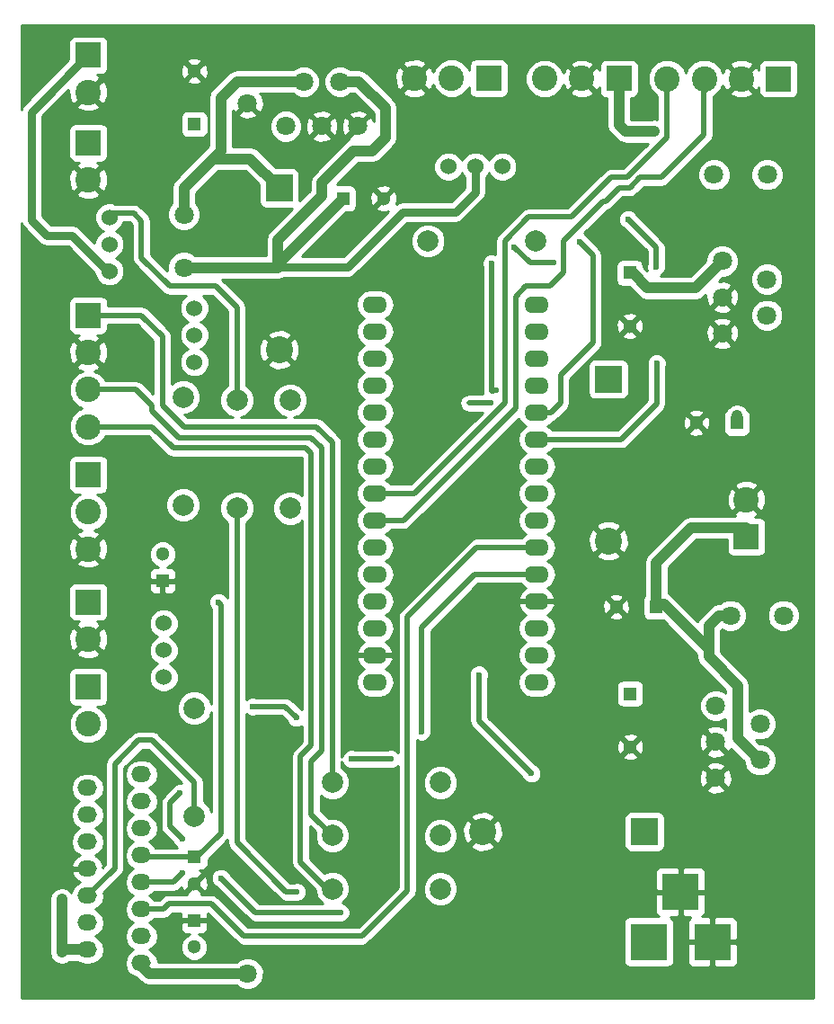
<source format=gbr>
G04 #@! TF.FileFunction,Copper,L2,Bot,Signal*
%FSLAX46Y46*%
G04 Gerber Fmt 4.6, Leading zero omitted, Abs format (unit mm)*
G04 Created by KiCad (PCBNEW 4.0.2+e4-6225~38~ubuntu14.04.1-stable) date Mi 27 Jul 2016 00:48:38 CEST*
%MOMM*%
G01*
G04 APERTURE LIST*
%ADD10C,0.100000*%
%ADD11R,1.300000X1.300000*%
%ADD12C,1.300000*%
%ADD13R,3.500120X3.500120*%
%ADD14C,2.540000*%
%ADD15R,2.540000X2.540000*%
%ADD16C,1.800860*%
%ADD17C,2.400000*%
%ADD18R,2.400000X2.400000*%
%ADD19C,1.800000*%
%ADD20C,1.998980*%
%ADD21O,1.824000X1.524000*%
%ADD22O,2.300000X1.600000*%
%ADD23C,1.524000*%
%ADD24C,0.800000*%
%ADD25C,0.600000*%
%ADD26C,1.000000*%
%ADD27C,0.750000*%
%ADD28C,0.500000*%
%ADD29C,0.250000*%
%ADD30C,0.254000*%
G04 APERTURE END LIST*
D10*
D11*
X163000000Y-65000000D03*
D12*
X163000000Y-70000000D03*
D11*
X122000000Y-51000000D03*
D12*
X122000000Y-46000000D03*
D11*
X163050000Y-104625000D03*
D12*
X163050000Y-109625000D03*
D11*
X136000000Y-58000000D03*
D12*
X139800000Y-58000000D03*
D11*
X173100000Y-79125000D03*
D12*
X169300000Y-79125000D03*
D11*
X165525000Y-96450000D03*
D12*
X161725000Y-96450000D03*
D11*
X122000000Y-120000000D03*
D12*
X122000000Y-122500000D03*
D11*
X119000000Y-94000000D03*
D12*
X119000000Y-91500000D03*
D11*
X122000000Y-126000000D03*
D12*
X122000000Y-128500000D03*
D13*
X164799860Y-128000000D03*
X170799340Y-128000000D03*
X167799600Y-123301000D03*
D14*
X149158780Y-117627960D03*
D15*
X164398780Y-117627960D03*
D14*
X130002960Y-72241220D03*
D15*
X130002960Y-57001220D03*
D14*
X161002960Y-90241220D03*
D15*
X161002960Y-75001220D03*
D16*
X175949360Y-55750000D03*
X170950640Y-55750000D03*
X177499360Y-97275000D03*
X172500640Y-97275000D03*
X121000000Y-59500640D03*
X121000000Y-64499360D03*
D17*
X112000000Y-107500000D03*
D18*
X112000000Y-104000000D03*
D17*
X174000000Y-86350000D03*
D18*
X174000000Y-89850000D03*
D17*
X112000000Y-99500000D03*
D18*
X112000000Y-96000000D03*
D17*
X112000000Y-87500000D03*
X112000000Y-91000000D03*
D18*
X112000000Y-84000000D03*
D17*
X112000000Y-48000000D03*
D18*
X112000000Y-44500000D03*
D17*
X112000000Y-56250000D03*
D18*
X112000000Y-52750000D03*
D17*
X146225000Y-46675000D03*
X142725000Y-46675000D03*
D18*
X149725000Y-46675000D03*
D17*
X158500000Y-46700000D03*
X155000000Y-46700000D03*
D18*
X162000000Y-46700000D03*
D17*
X170025000Y-46725000D03*
X166525000Y-46725000D03*
X173525000Y-46725000D03*
D18*
X177025000Y-46725000D03*
D17*
X112000000Y-76000000D03*
X112000000Y-79500000D03*
X112000000Y-72500000D03*
D18*
X112000000Y-69000000D03*
D19*
X127000000Y-49000000D03*
X127000000Y-131000000D03*
D20*
X126000000Y-77000000D03*
X126000000Y-87160000D03*
X122000000Y-106000000D03*
X122000000Y-116160000D03*
X131000000Y-77000000D03*
X131000000Y-87160000D03*
X144000000Y-62000000D03*
X154160000Y-62000000D03*
X135000000Y-113000000D03*
X145160000Y-113000000D03*
X135000000Y-118000000D03*
X145160000Y-118000000D03*
X135000000Y-123000000D03*
X145160000Y-123000000D03*
D19*
X171100000Y-109175000D03*
X171100000Y-112575000D03*
X171100000Y-105775000D03*
X175300000Y-107475000D03*
X175300000Y-110875000D03*
X171725000Y-67300000D03*
X171725000Y-70700000D03*
X171725000Y-63900000D03*
X175925000Y-65600000D03*
X175925000Y-69000000D03*
X134000000Y-51200000D03*
X137400000Y-51200000D03*
X130600000Y-51200000D03*
X132300000Y-47000000D03*
X135700000Y-47000000D03*
D21*
X117000000Y-130000000D03*
X111920000Y-128730000D03*
X117000000Y-127460000D03*
X111920000Y-126190000D03*
X117000000Y-124920000D03*
X111920000Y-123650000D03*
X117000000Y-122380000D03*
X111920000Y-121110000D03*
X117000000Y-119840000D03*
X111920000Y-118570000D03*
X117000000Y-117300000D03*
X111920000Y-116030000D03*
X117000000Y-114760000D03*
X111920000Y-113490000D03*
X117000000Y-112220000D03*
D22*
X139000000Y-68000000D03*
X139000000Y-70540000D03*
X139000000Y-73080000D03*
X139000000Y-75620000D03*
X139000000Y-78160000D03*
X139000000Y-80700000D03*
X139000000Y-83240000D03*
X139000000Y-85780000D03*
X139000000Y-88320000D03*
X139000000Y-90860000D03*
X139000000Y-93400000D03*
X139000000Y-95940000D03*
X139000000Y-98480000D03*
X139000000Y-101020000D03*
X139000000Y-103560000D03*
X154240000Y-103560000D03*
X154240000Y-101020000D03*
X154240000Y-98480000D03*
X154240000Y-95940000D03*
X154240000Y-93400000D03*
X154240000Y-90860000D03*
X154240000Y-88320000D03*
X154240000Y-85780000D03*
X154240000Y-83240000D03*
X154240000Y-80700000D03*
X154240000Y-78160000D03*
X154240000Y-75620000D03*
X154240000Y-73080000D03*
X154240000Y-70540000D03*
X154240000Y-68000000D03*
D23*
X114000000Y-62310000D03*
X114000000Y-59770000D03*
X114000000Y-64850000D03*
X122000000Y-70860000D03*
X122000000Y-68320000D03*
X122000000Y-73400000D03*
X119100000Y-100540000D03*
X119100000Y-103080000D03*
X119100000Y-98000000D03*
X148460000Y-55000000D03*
X145920000Y-55000000D03*
X151000000Y-55000000D03*
D20*
X120925000Y-86850000D03*
X120925000Y-76690000D03*
D24*
X165300000Y-51625000D03*
D25*
X124250000Y-96000000D03*
D24*
X109500000Y-124000000D03*
D25*
X149950000Y-77200000D03*
X152150000Y-62600000D03*
X155800000Y-64050000D03*
X158300000Y-62100000D03*
X165550000Y-73500000D03*
X165500000Y-64450000D03*
X162850000Y-59950000D03*
X148800000Y-102850000D03*
X153750000Y-112150000D03*
X131650000Y-123300000D03*
X124500000Y-122000000D03*
X135750000Y-125250000D03*
X150000000Y-64100000D03*
X150400000Y-76050000D03*
X120850000Y-121550000D03*
X120850000Y-118300000D03*
X120650000Y-114000000D03*
X127500000Y-105850000D03*
X131600000Y-106900000D03*
X136800000Y-110800000D03*
X140500000Y-110800000D03*
X143400000Y-108200000D03*
X129750000Y-101250000D03*
D26*
X163000000Y-65000000D02*
X163250000Y-65000000D01*
X163250000Y-65000000D02*
X164675000Y-66425000D01*
X169200000Y-66425000D02*
X171725000Y-63900000D01*
X164675000Y-66425000D02*
X169200000Y-66425000D01*
D27*
X148460000Y-55000000D02*
X148460000Y-57390000D01*
X136450000Y-64450000D02*
X129875000Y-64450000D01*
X141650000Y-59250000D02*
X136450000Y-64450000D01*
X146600000Y-59250000D02*
X141650000Y-59250000D01*
X148460000Y-57390000D02*
X146600000Y-59250000D01*
D26*
X129875000Y-64499360D02*
X129875000Y-64450000D01*
X129875000Y-64450000D02*
X129875000Y-61875000D01*
X137500000Y-47000000D02*
X135700000Y-47000000D01*
X140000000Y-49500000D02*
X137500000Y-47000000D01*
X140000000Y-52250000D02*
X140000000Y-49500000D01*
X138750000Y-53500000D02*
X140000000Y-52250000D01*
X137000000Y-53500000D02*
X138750000Y-53500000D01*
X134000000Y-56500000D02*
X137000000Y-53500000D01*
X134000000Y-57750000D02*
X134000000Y-56500000D01*
X129875000Y-61875000D02*
X134000000Y-57750000D01*
X129500640Y-64499360D02*
X129875000Y-64499360D01*
X121000000Y-64499360D02*
X129500640Y-64499360D01*
X129500640Y-64499360D02*
X136000000Y-58000000D01*
X173100000Y-79125000D02*
X173100000Y-78475000D01*
X173100000Y-78475000D02*
X173125000Y-78450000D01*
X162000000Y-51050000D02*
X162000000Y-46700000D01*
X162625000Y-51675000D02*
X162000000Y-51050000D01*
X165250000Y-51675000D02*
X162625000Y-51675000D01*
X165300000Y-51625000D02*
X165250000Y-51675000D01*
X165525000Y-96450000D02*
X165525000Y-92300000D01*
X168825000Y-89000000D02*
X174000000Y-89000000D01*
X165525000Y-92300000D02*
X168825000Y-89000000D01*
X166212500Y-96212500D02*
X165762500Y-96212500D01*
X165762500Y-96212500D02*
X165525000Y-96450000D01*
X172500640Y-97275000D02*
X171425000Y-97275000D01*
X171425000Y-97275000D02*
X170450000Y-98250000D01*
X170450000Y-101150000D02*
X170450000Y-100450000D01*
X170450000Y-100450000D02*
X166212500Y-96212500D01*
X175300000Y-110875000D02*
X175200000Y-110875000D01*
X175200000Y-110875000D02*
X173175000Y-108850000D01*
X173175000Y-108850000D02*
X173175000Y-103875000D01*
X173175000Y-103875000D02*
X170450000Y-101150000D01*
X170450000Y-101150000D02*
X170450000Y-98250000D01*
D28*
X124500000Y-117750000D02*
X124500000Y-96250000D01*
X124500000Y-96250000D02*
X124250000Y-96000000D01*
X122250000Y-120000000D02*
X124500000Y-117750000D01*
X122000000Y-120000000D02*
X122250000Y-120000000D01*
X122000000Y-120000000D02*
X117160000Y-120000000D01*
X117160000Y-120000000D02*
X117000000Y-119840000D01*
D26*
X175000000Y-107700000D02*
X175000000Y-107500000D01*
X123750000Y-54250000D02*
X127251740Y-54250000D01*
X127251740Y-54250000D02*
X130002960Y-57001220D01*
X121000000Y-59500640D02*
X121000000Y-57000000D01*
X126000000Y-47000000D02*
X132300000Y-47000000D01*
X124500000Y-48500000D02*
X126000000Y-47000000D01*
X124500000Y-53500000D02*
X124500000Y-48500000D01*
X121000000Y-57000000D02*
X123750000Y-54250000D01*
X123750000Y-54250000D02*
X124500000Y-53500000D01*
X109770000Y-128730000D02*
X111920000Y-128730000D01*
X109500000Y-129000000D02*
X109770000Y-128730000D01*
X109500000Y-124000000D02*
X109500000Y-129000000D01*
D27*
X114000000Y-64850000D02*
X113850000Y-64850000D01*
X113850000Y-64850000D02*
X113450000Y-64450000D01*
X113450000Y-64450000D02*
X114000000Y-64850000D01*
X114000000Y-64450000D02*
X113450000Y-64450000D01*
X113450000Y-64450000D02*
X110500000Y-61500000D01*
X110500000Y-61500000D02*
X108100000Y-61500000D01*
X108100000Y-61500000D02*
X106650000Y-60050000D01*
X106650000Y-60050000D02*
X106650000Y-49850000D01*
X106650000Y-49850000D02*
X112000000Y-44500000D01*
D28*
X149950000Y-77200000D02*
X149900000Y-77250000D01*
X149900000Y-77250000D02*
X147850000Y-77250000D01*
X152150000Y-62600000D02*
X153600000Y-64050000D01*
X153600000Y-64050000D02*
X155800000Y-64050000D01*
X158300000Y-62100000D02*
X159550000Y-63350000D01*
X159550000Y-63350000D02*
X159550000Y-71600000D01*
X159550000Y-71600000D02*
X156500000Y-74650000D01*
X156500000Y-74650000D02*
X156500000Y-77250000D01*
X156500000Y-77250000D02*
X155590000Y-78160000D01*
X155590000Y-78160000D02*
X154240000Y-78160000D01*
X162200000Y-80700000D02*
X154240000Y-80700000D01*
X165550000Y-77350000D02*
X162200000Y-80700000D01*
X165550000Y-73500000D02*
X165550000Y-77350000D01*
X165500000Y-62600000D02*
X165500000Y-64450000D01*
X162850000Y-59950000D02*
X165500000Y-62600000D01*
X170025000Y-46725000D02*
X170025000Y-47975000D01*
X156750000Y-62000000D02*
X156750000Y-65000000D01*
X156750000Y-65000000D02*
X155500000Y-66250000D01*
X155500000Y-66250000D02*
X153250000Y-66250000D01*
X153250000Y-66250000D02*
X152250000Y-67250000D01*
X152250000Y-67250000D02*
X152250000Y-77750000D01*
X152250000Y-77750000D02*
X141680000Y-88320000D01*
X141680000Y-88320000D02*
X139000000Y-88320000D01*
X170000000Y-48000000D02*
X170000000Y-52000000D01*
X160500000Y-58250000D02*
X157750000Y-61000000D01*
X160750000Y-58250000D02*
X160500000Y-58250000D01*
X162000000Y-57000000D02*
X160750000Y-58250000D01*
X163000000Y-57000000D02*
X162000000Y-57000000D01*
X164000000Y-56000000D02*
X163000000Y-57000000D01*
X166000000Y-56000000D02*
X164000000Y-56000000D01*
X170000000Y-52000000D02*
X166000000Y-56000000D01*
X157750000Y-61000000D02*
X156750000Y-62000000D01*
X170025000Y-47975000D02*
X170000000Y-48000000D01*
X166525000Y-46725000D02*
X166525000Y-47975000D01*
X166500000Y-52250000D02*
X162750000Y-56000000D01*
X162750000Y-56000000D02*
X161250000Y-56000000D01*
X161250000Y-56000000D02*
X157500000Y-59750000D01*
X157500000Y-59750000D02*
X153500000Y-59750000D01*
X153500000Y-59750000D02*
X151250000Y-62000000D01*
X151250000Y-62000000D02*
X151250000Y-77250000D01*
X151250000Y-77250000D02*
X142720000Y-85780000D01*
X142720000Y-85780000D02*
X139000000Y-85780000D01*
X166500000Y-48000000D02*
X166500000Y-52250000D01*
X166525000Y-47975000D02*
X166500000Y-48000000D01*
X135000000Y-118000000D02*
X133500000Y-116500000D01*
X116500000Y-76000000D02*
X112000000Y-76000000D01*
X118000000Y-77500000D02*
X116500000Y-76000000D01*
X118000000Y-78000000D02*
X118000000Y-77500000D01*
X120500000Y-80500000D02*
X118000000Y-78000000D01*
X133000000Y-80500000D02*
X120500000Y-80500000D01*
X134000000Y-81500000D02*
X133000000Y-80500000D01*
X134000000Y-82000000D02*
X134000000Y-81500000D01*
X134000000Y-110000000D02*
X134000000Y-82000000D01*
X133000000Y-111000000D02*
X134000000Y-110000000D01*
X133000000Y-116000000D02*
X133000000Y-111000000D01*
X133500000Y-116500000D02*
X133000000Y-116000000D01*
X135000000Y-123000000D02*
X134500000Y-123000000D01*
X134500000Y-123000000D02*
X132000000Y-120500000D01*
X132000000Y-120500000D02*
X132000000Y-110500000D01*
X132000000Y-110500000D02*
X133000000Y-109500000D01*
X133000000Y-109500000D02*
X133000000Y-82000000D01*
X133000000Y-82000000D02*
X132500000Y-81500000D01*
X132500000Y-81500000D02*
X120000000Y-81500000D01*
X120000000Y-81500000D02*
X118000000Y-79500000D01*
X118000000Y-79500000D02*
X112000000Y-79500000D01*
X117000000Y-69000000D02*
X112000000Y-69000000D01*
X119000000Y-71000000D02*
X117000000Y-69000000D01*
X119000000Y-77500000D02*
X119000000Y-71000000D01*
X121000000Y-79500000D02*
X119000000Y-77500000D01*
X133500000Y-79500000D02*
X121000000Y-79500000D01*
X135000000Y-81000000D02*
X133500000Y-79500000D01*
X135000000Y-113000000D02*
X135000000Y-81000000D01*
X114950000Y-59370000D02*
X114400000Y-59370000D01*
X114400000Y-59370000D02*
X114000000Y-59770000D01*
X114000000Y-59370000D02*
X114950000Y-59370000D01*
X114950000Y-59370000D02*
X116270000Y-59370000D01*
X126000000Y-68250000D02*
X126000000Y-77000000D01*
X124000000Y-66250000D02*
X126000000Y-68250000D01*
X119650000Y-66250000D02*
X124000000Y-66250000D01*
X117000000Y-63600000D02*
X119650000Y-66250000D01*
X117000000Y-60100000D02*
X117000000Y-63600000D01*
X116270000Y-59370000D02*
X117000000Y-60100000D01*
D26*
X117000000Y-130000000D02*
X117000000Y-130250000D01*
X117000000Y-130250000D02*
X117750000Y-131000000D01*
X117750000Y-131000000D02*
X124500000Y-131000000D01*
X127000000Y-131000000D02*
X124500000Y-131000000D01*
D28*
X126000000Y-87160000D02*
X126000000Y-118650000D01*
X148800000Y-107200000D02*
X148800000Y-102850000D01*
X153750000Y-112150000D02*
X148800000Y-107200000D01*
X130650000Y-123300000D02*
X131650000Y-123300000D01*
X126000000Y-118650000D02*
X130650000Y-123300000D01*
X127750000Y-125250000D02*
X124500000Y-122000000D01*
X135750000Y-125250000D02*
X127750000Y-125250000D01*
X118000000Y-109000000D02*
X116750000Y-109000000D01*
X118000000Y-109000000D02*
X122000000Y-113000000D01*
X122000000Y-113000000D02*
X122000000Y-116160000D01*
X116750000Y-109000000D02*
X114500000Y-111250000D01*
X114500000Y-111250000D02*
X114500000Y-121070000D01*
X114500000Y-121070000D02*
X111920000Y-123650000D01*
X150000000Y-76150000D02*
X150000000Y-64100000D01*
X150400000Y-76050000D02*
X150000000Y-76150000D01*
X153490000Y-83240000D02*
X154240000Y-83240000D01*
D29*
X145160000Y-113000000D02*
X146000000Y-113000000D01*
D28*
X117000000Y-124920000D02*
X119070000Y-124920000D01*
X148590000Y-90860000D02*
X154240000Y-90860000D01*
X142050000Y-97400000D02*
X148590000Y-90860000D01*
X142050000Y-123200000D02*
X142050000Y-97400000D01*
X137800000Y-127450000D02*
X142050000Y-123200000D01*
X126650000Y-127450000D02*
X137800000Y-127450000D01*
X123600000Y-124400000D02*
X126650000Y-127450000D01*
X119590000Y-124400000D02*
X123600000Y-124400000D01*
X119070000Y-124920000D02*
X119590000Y-124400000D01*
X154240000Y-93400000D02*
X148400000Y-93400000D01*
X120020000Y-122380000D02*
X117000000Y-122380000D01*
X120850000Y-121550000D02*
X120020000Y-122380000D01*
X119700000Y-117150000D02*
X120850000Y-118300000D01*
X119700000Y-114950000D02*
X119700000Y-117150000D01*
X120650000Y-114000000D02*
X119700000Y-114950000D01*
X130550000Y-105850000D02*
X127500000Y-105850000D01*
X131600000Y-106900000D02*
X130550000Y-105850000D01*
X140500000Y-110800000D02*
X136800000Y-110800000D01*
X143400000Y-98400000D02*
X143400000Y-108200000D01*
X148400000Y-93400000D02*
X143400000Y-98400000D01*
X154240000Y-95940000D02*
X153810000Y-95940000D01*
D30*
G36*
X180315000Y-133315000D02*
X105685000Y-133315000D01*
X105685000Y-102800000D01*
X110152560Y-102800000D01*
X110152560Y-105200000D01*
X110196838Y-105435317D01*
X110335910Y-105651441D01*
X110548110Y-105796431D01*
X110800000Y-105847440D01*
X111194288Y-105847440D01*
X110961914Y-105943455D01*
X110445270Y-106459199D01*
X110165319Y-107133395D01*
X110164682Y-107863403D01*
X110443455Y-108538086D01*
X110959199Y-109054730D01*
X111633395Y-109334681D01*
X112363403Y-109335318D01*
X113038086Y-109056545D01*
X113554730Y-108540801D01*
X113834681Y-107866605D01*
X113835318Y-107136597D01*
X113556545Y-106461914D01*
X113040801Y-105945270D01*
X112805201Y-105847440D01*
X113200000Y-105847440D01*
X113435317Y-105803162D01*
X113651441Y-105664090D01*
X113796431Y-105451890D01*
X113847440Y-105200000D01*
X113847440Y-102800000D01*
X113803162Y-102564683D01*
X113664090Y-102348559D01*
X113451890Y-102203569D01*
X113200000Y-102152560D01*
X110800000Y-102152560D01*
X110564683Y-102196838D01*
X110348559Y-102335910D01*
X110203569Y-102548110D01*
X110152560Y-102800000D01*
X105685000Y-102800000D01*
X105685000Y-100797175D01*
X110882430Y-100797175D01*
X111005565Y-101084788D01*
X111687734Y-101344707D01*
X112417443Y-101323786D01*
X112994435Y-101084788D01*
X113117570Y-100797175D01*
X112000000Y-99679605D01*
X110882430Y-100797175D01*
X105685000Y-100797175D01*
X105685000Y-99187734D01*
X110155293Y-99187734D01*
X110176214Y-99917443D01*
X110415212Y-100494435D01*
X110702825Y-100617570D01*
X111820395Y-99500000D01*
X112179605Y-99500000D01*
X113297175Y-100617570D01*
X113584788Y-100494435D01*
X113844707Y-99812266D01*
X113823786Y-99082557D01*
X113584788Y-98505565D01*
X113297175Y-98382430D01*
X112179605Y-99500000D01*
X111820395Y-99500000D01*
X110702825Y-98382430D01*
X110415212Y-98505565D01*
X110155293Y-99187734D01*
X105685000Y-99187734D01*
X105685000Y-94800000D01*
X110152560Y-94800000D01*
X110152560Y-97200000D01*
X110196838Y-97435317D01*
X110335910Y-97651441D01*
X110548110Y-97796431D01*
X110800000Y-97847440D01*
X111169181Y-97847440D01*
X111005565Y-97915212D01*
X110882430Y-98202825D01*
X112000000Y-99320395D01*
X113043734Y-98276661D01*
X117702758Y-98276661D01*
X117914990Y-98790303D01*
X118307630Y-99183629D01*
X118515512Y-99269949D01*
X118309697Y-99354990D01*
X117916371Y-99747630D01*
X117703243Y-100260900D01*
X117702758Y-100816661D01*
X117914990Y-101330303D01*
X118307630Y-101723629D01*
X118515512Y-101809949D01*
X118309697Y-101894990D01*
X117916371Y-102287630D01*
X117703243Y-102800900D01*
X117702758Y-103356661D01*
X117914990Y-103870303D01*
X118307630Y-104263629D01*
X118820900Y-104476757D01*
X119376661Y-104477242D01*
X119890303Y-104265010D01*
X120283629Y-103872370D01*
X120496757Y-103359100D01*
X120497242Y-102803339D01*
X120285010Y-102289697D01*
X119892370Y-101896371D01*
X119684488Y-101810051D01*
X119890303Y-101725010D01*
X120283629Y-101332370D01*
X120496757Y-100819100D01*
X120497242Y-100263339D01*
X120285010Y-99749697D01*
X119892370Y-99356371D01*
X119684488Y-99270051D01*
X119890303Y-99185010D01*
X120283629Y-98792370D01*
X120496757Y-98279100D01*
X120497242Y-97723339D01*
X120285010Y-97209697D01*
X119892370Y-96816371D01*
X119379100Y-96603243D01*
X118823339Y-96602758D01*
X118309697Y-96814990D01*
X117916371Y-97207630D01*
X117703243Y-97720900D01*
X117702758Y-98276661D01*
X113043734Y-98276661D01*
X113117570Y-98202825D01*
X112994435Y-97915212D01*
X112816564Y-97847440D01*
X113200000Y-97847440D01*
X113435317Y-97803162D01*
X113651441Y-97664090D01*
X113796431Y-97451890D01*
X113847440Y-97200000D01*
X113847440Y-94800000D01*
X113803162Y-94564683D01*
X113664090Y-94348559D01*
X113572166Y-94285750D01*
X117715000Y-94285750D01*
X117715000Y-94776309D01*
X117811673Y-95009698D01*
X117990301Y-95188327D01*
X118223690Y-95285000D01*
X118714250Y-95285000D01*
X118873000Y-95126250D01*
X118873000Y-94127000D01*
X119127000Y-94127000D01*
X119127000Y-95126250D01*
X119285750Y-95285000D01*
X119776310Y-95285000D01*
X120009699Y-95188327D01*
X120188327Y-95009698D01*
X120285000Y-94776309D01*
X120285000Y-94285750D01*
X120126250Y-94127000D01*
X119127000Y-94127000D01*
X118873000Y-94127000D01*
X117873750Y-94127000D01*
X117715000Y-94285750D01*
X113572166Y-94285750D01*
X113451890Y-94203569D01*
X113200000Y-94152560D01*
X110800000Y-94152560D01*
X110564683Y-94196838D01*
X110348559Y-94335910D01*
X110203569Y-94548110D01*
X110152560Y-94800000D01*
X105685000Y-94800000D01*
X105685000Y-92297175D01*
X110882430Y-92297175D01*
X111005565Y-92584788D01*
X111687734Y-92844707D01*
X112417443Y-92823786D01*
X112994435Y-92584788D01*
X113117570Y-92297175D01*
X112000000Y-91179605D01*
X110882430Y-92297175D01*
X105685000Y-92297175D01*
X105685000Y-90687734D01*
X110155293Y-90687734D01*
X110176214Y-91417443D01*
X110415212Y-91994435D01*
X110702825Y-92117570D01*
X111820395Y-91000000D01*
X112179605Y-91000000D01*
X113297175Y-92117570D01*
X113584788Y-91994435D01*
X113676214Y-91754481D01*
X117714777Y-91754481D01*
X117909995Y-92226943D01*
X118271155Y-92588735D01*
X118575235Y-92715000D01*
X118223690Y-92715000D01*
X117990301Y-92811673D01*
X117811673Y-92990302D01*
X117715000Y-93223691D01*
X117715000Y-93714250D01*
X117873750Y-93873000D01*
X118873000Y-93873000D01*
X118873000Y-93853000D01*
X119127000Y-93853000D01*
X119127000Y-93873000D01*
X120126250Y-93873000D01*
X120285000Y-93714250D01*
X120285000Y-93223691D01*
X120188327Y-92990302D01*
X120009699Y-92811673D01*
X119776310Y-92715000D01*
X119424433Y-92715000D01*
X119726943Y-92590005D01*
X120088735Y-92228845D01*
X120284777Y-91756724D01*
X120285223Y-91245519D01*
X120090005Y-90773057D01*
X119728845Y-90411265D01*
X119256724Y-90215223D01*
X118745519Y-90214777D01*
X118273057Y-90409995D01*
X117911265Y-90771155D01*
X117715223Y-91243276D01*
X117714777Y-91754481D01*
X113676214Y-91754481D01*
X113844707Y-91312266D01*
X113823786Y-90582557D01*
X113584788Y-90005565D01*
X113297175Y-89882430D01*
X112179605Y-91000000D01*
X111820395Y-91000000D01*
X110702825Y-89882430D01*
X110415212Y-90005565D01*
X110155293Y-90687734D01*
X105685000Y-90687734D01*
X105685000Y-82800000D01*
X110152560Y-82800000D01*
X110152560Y-85200000D01*
X110196838Y-85435317D01*
X110335910Y-85651441D01*
X110548110Y-85796431D01*
X110800000Y-85847440D01*
X111194288Y-85847440D01*
X110961914Y-85943455D01*
X110445270Y-86459199D01*
X110165319Y-87133395D01*
X110164682Y-87863403D01*
X110443455Y-88538086D01*
X110959199Y-89054730D01*
X111416957Y-89244808D01*
X111005565Y-89415212D01*
X110882430Y-89702825D01*
X112000000Y-90820395D01*
X113117570Y-89702825D01*
X112994435Y-89415212D01*
X112565542Y-89251796D01*
X113038086Y-89056545D01*
X113554730Y-88540801D01*
X113834681Y-87866605D01*
X113835285Y-87173694D01*
X119290226Y-87173694D01*
X119538538Y-87774655D01*
X119997927Y-88234846D01*
X120598453Y-88484206D01*
X121248694Y-88484774D01*
X121849655Y-88236462D01*
X122309846Y-87777073D01*
X122559206Y-87176547D01*
X122559774Y-86526306D01*
X122311462Y-85925345D01*
X121852073Y-85465154D01*
X121251547Y-85215794D01*
X120601306Y-85215226D01*
X120000345Y-85463538D01*
X119540154Y-85922927D01*
X119290794Y-86523453D01*
X119290226Y-87173694D01*
X113835285Y-87173694D01*
X113835318Y-87136597D01*
X113556545Y-86461914D01*
X113040801Y-85945270D01*
X112805201Y-85847440D01*
X113200000Y-85847440D01*
X113435317Y-85803162D01*
X113651441Y-85664090D01*
X113796431Y-85451890D01*
X113847440Y-85200000D01*
X113847440Y-82800000D01*
X113803162Y-82564683D01*
X113664090Y-82348559D01*
X113451890Y-82203569D01*
X113200000Y-82152560D01*
X110800000Y-82152560D01*
X110564683Y-82196838D01*
X110348559Y-82335910D01*
X110203569Y-82548110D01*
X110152560Y-82800000D01*
X105685000Y-82800000D01*
X105685000Y-72187734D01*
X110155293Y-72187734D01*
X110176214Y-72917443D01*
X110415212Y-73494435D01*
X110702825Y-73617570D01*
X111820395Y-72500000D01*
X112179605Y-72500000D01*
X113297175Y-73617570D01*
X113584788Y-73494435D01*
X113844707Y-72812266D01*
X113823786Y-72082557D01*
X113584788Y-71505565D01*
X113297175Y-71382430D01*
X112179605Y-72500000D01*
X111820395Y-72500000D01*
X110702825Y-71382430D01*
X110415212Y-71505565D01*
X110155293Y-72187734D01*
X105685000Y-72187734D01*
X105685000Y-60276229D01*
X105716882Y-60436510D01*
X105935822Y-60764178D01*
X107385822Y-62214178D01*
X107713490Y-62433118D01*
X108100000Y-62510000D01*
X110081644Y-62510000D01*
X112602841Y-65031197D01*
X112602758Y-65126661D01*
X112814990Y-65640303D01*
X113207630Y-66033629D01*
X113720900Y-66246757D01*
X114276661Y-66247242D01*
X114790303Y-66035010D01*
X115183629Y-65642370D01*
X115396757Y-65129100D01*
X115397242Y-64573339D01*
X115185010Y-64059697D01*
X114792370Y-63666371D01*
X114584488Y-63580051D01*
X114790303Y-63495010D01*
X115183629Y-63102370D01*
X115396757Y-62589100D01*
X115397242Y-62033339D01*
X115185010Y-61519697D01*
X114792370Y-61126371D01*
X114584488Y-61040051D01*
X114790303Y-60955010D01*
X115183629Y-60562370D01*
X115311260Y-60255000D01*
X115903420Y-60255000D01*
X116115000Y-60466579D01*
X116115000Y-63599995D01*
X116114999Y-63600000D01*
X116162739Y-63840000D01*
X116182367Y-63938675D01*
X116366166Y-64213751D01*
X116374210Y-64225790D01*
X119024208Y-66875787D01*
X119024210Y-66875790D01*
X119311325Y-67067633D01*
X119367516Y-67078810D01*
X119650000Y-67135001D01*
X119650005Y-67135000D01*
X121209687Y-67135000D01*
X120816371Y-67527630D01*
X120603243Y-68040900D01*
X120602758Y-68596661D01*
X120814990Y-69110303D01*
X121207630Y-69503629D01*
X121415512Y-69589949D01*
X121209697Y-69674990D01*
X120816371Y-70067630D01*
X120603243Y-70580900D01*
X120602758Y-71136661D01*
X120814990Y-71650303D01*
X121207630Y-72043629D01*
X121415512Y-72129949D01*
X121209697Y-72214990D01*
X120816371Y-72607630D01*
X120603243Y-73120900D01*
X120602758Y-73676661D01*
X120814990Y-74190303D01*
X121207630Y-74583629D01*
X121720900Y-74796757D01*
X122276661Y-74797242D01*
X122790303Y-74585010D01*
X123183629Y-74192370D01*
X123396757Y-73679100D01*
X123397242Y-73123339D01*
X123185010Y-72609697D01*
X122792370Y-72216371D01*
X122584488Y-72130051D01*
X122790303Y-72045010D01*
X123183629Y-71652370D01*
X123396757Y-71139100D01*
X123397242Y-70583339D01*
X123185010Y-70069697D01*
X122792370Y-69676371D01*
X122584488Y-69590051D01*
X122790303Y-69505010D01*
X123183629Y-69112370D01*
X123396757Y-68599100D01*
X123397242Y-68043339D01*
X123185010Y-67529697D01*
X122792370Y-67136371D01*
X122789068Y-67135000D01*
X123633420Y-67135000D01*
X125115000Y-68616579D01*
X125115000Y-75597153D01*
X125075345Y-75613538D01*
X124615154Y-76072927D01*
X124365794Y-76673453D01*
X124365226Y-77323694D01*
X124613538Y-77924655D01*
X125072927Y-78384846D01*
X125627200Y-78615000D01*
X121366579Y-78615000D01*
X121076203Y-78324623D01*
X121248694Y-78324774D01*
X121849655Y-78076462D01*
X122309846Y-77617073D01*
X122559206Y-77016547D01*
X122559774Y-76366306D01*
X122311462Y-75765345D01*
X121852073Y-75305154D01*
X121251547Y-75055794D01*
X120601306Y-75055226D01*
X120000345Y-75303538D01*
X119885000Y-75418682D01*
X119885000Y-71000005D01*
X119885001Y-71000000D01*
X119817633Y-70661325D01*
X119775697Y-70598563D01*
X119625790Y-70374210D01*
X119625787Y-70374208D01*
X117625790Y-68374210D01*
X117338675Y-68182367D01*
X117282484Y-68171190D01*
X117000000Y-68114999D01*
X116999995Y-68115000D01*
X113847440Y-68115000D01*
X113847440Y-67800000D01*
X113803162Y-67564683D01*
X113664090Y-67348559D01*
X113451890Y-67203569D01*
X113200000Y-67152560D01*
X110800000Y-67152560D01*
X110564683Y-67196838D01*
X110348559Y-67335910D01*
X110203569Y-67548110D01*
X110152560Y-67800000D01*
X110152560Y-70200000D01*
X110196838Y-70435317D01*
X110335910Y-70651441D01*
X110548110Y-70796431D01*
X110800000Y-70847440D01*
X111169181Y-70847440D01*
X111005565Y-70915212D01*
X110882430Y-71202825D01*
X112000000Y-72320395D01*
X113117570Y-71202825D01*
X112994435Y-70915212D01*
X112816564Y-70847440D01*
X113200000Y-70847440D01*
X113435317Y-70803162D01*
X113651441Y-70664090D01*
X113796431Y-70451890D01*
X113847440Y-70200000D01*
X113847440Y-69885000D01*
X116633420Y-69885000D01*
X118115000Y-71366579D01*
X118115000Y-76363421D01*
X117125790Y-75374210D01*
X117112344Y-75365226D01*
X116838675Y-75182367D01*
X116782484Y-75171190D01*
X116500000Y-75114999D01*
X116499995Y-75115000D01*
X113619799Y-75115000D01*
X113556545Y-74961914D01*
X113040801Y-74445270D01*
X112583043Y-74255192D01*
X112994435Y-74084788D01*
X113117570Y-73797175D01*
X112000000Y-72679605D01*
X110882430Y-73797175D01*
X111005565Y-74084788D01*
X111434458Y-74248204D01*
X110961914Y-74443455D01*
X110445270Y-74959199D01*
X110165319Y-75633395D01*
X110164682Y-76363403D01*
X110443455Y-77038086D01*
X110959199Y-77554730D01*
X111429785Y-77750135D01*
X110961914Y-77943455D01*
X110445270Y-78459199D01*
X110165319Y-79133395D01*
X110164682Y-79863403D01*
X110443455Y-80538086D01*
X110959199Y-81054730D01*
X111633395Y-81334681D01*
X112363403Y-81335318D01*
X113038086Y-81056545D01*
X113554730Y-80540801D01*
X113619424Y-80385000D01*
X117633420Y-80385000D01*
X119374208Y-82125787D01*
X119374210Y-82125790D01*
X119661325Y-82317633D01*
X120000000Y-82385001D01*
X120000005Y-82385000D01*
X132115000Y-82385000D01*
X132115000Y-85963409D01*
X131927073Y-85775154D01*
X131326547Y-85525794D01*
X130676306Y-85525226D01*
X130075345Y-85773538D01*
X129615154Y-86232927D01*
X129365794Y-86833453D01*
X129365226Y-87483694D01*
X129613538Y-88084655D01*
X130072927Y-88544846D01*
X130673453Y-88794206D01*
X131323694Y-88794774D01*
X131924655Y-88546462D01*
X132115000Y-88356449D01*
X132115000Y-106101444D01*
X132009013Y-106057434D01*
X131175790Y-105224210D01*
X130952996Y-105075345D01*
X130888675Y-105032367D01*
X130832484Y-105021190D01*
X130550000Y-104964999D01*
X130549995Y-104965000D01*
X127806822Y-104965000D01*
X127686799Y-104915162D01*
X127314833Y-104914838D01*
X126971057Y-105056883D01*
X126885000Y-105142790D01*
X126885000Y-88562847D01*
X126924655Y-88546462D01*
X127384846Y-88087073D01*
X127634206Y-87486547D01*
X127634774Y-86836306D01*
X127386462Y-86235345D01*
X126927073Y-85775154D01*
X126326547Y-85525794D01*
X125676306Y-85525226D01*
X125075345Y-85773538D01*
X124615154Y-86232927D01*
X124365794Y-86833453D01*
X124365226Y-87483694D01*
X124613538Y-88084655D01*
X125072927Y-88544846D01*
X125115000Y-88562316D01*
X125115000Y-95613421D01*
X125092745Y-95591166D01*
X125043117Y-95471057D01*
X124780327Y-95207808D01*
X124436799Y-95065162D01*
X124064833Y-95064838D01*
X123721057Y-95206883D01*
X123457808Y-95469673D01*
X123315162Y-95813201D01*
X123314838Y-96185167D01*
X123456883Y-96528943D01*
X123615000Y-96687336D01*
X123615000Y-105628449D01*
X123386462Y-105075345D01*
X122927073Y-104615154D01*
X122326547Y-104365794D01*
X121676306Y-104365226D01*
X121075345Y-104613538D01*
X120615154Y-105072927D01*
X120365794Y-105673453D01*
X120365226Y-106323694D01*
X120613538Y-106924655D01*
X121072927Y-107384846D01*
X121673453Y-107634206D01*
X122323694Y-107634774D01*
X122924655Y-107386462D01*
X123384846Y-106927073D01*
X123615000Y-106372800D01*
X123615000Y-115788449D01*
X123386462Y-115235345D01*
X122927073Y-114775154D01*
X122885000Y-114757684D01*
X122885000Y-113000005D01*
X122885001Y-113000000D01*
X122817633Y-112661325D01*
X122759953Y-112575000D01*
X122625790Y-112374210D01*
X122625787Y-112374208D01*
X118625790Y-108374210D01*
X118579636Y-108343371D01*
X118338675Y-108182367D01*
X118282484Y-108171190D01*
X118000000Y-108114999D01*
X117999995Y-108115000D01*
X116750005Y-108115000D01*
X116750000Y-108114999D01*
X116411326Y-108182366D01*
X116411324Y-108182367D01*
X116411325Y-108182367D01*
X116124210Y-108374210D01*
X116124208Y-108374213D01*
X113874210Y-110624210D01*
X113682367Y-110911325D01*
X113682367Y-110911326D01*
X113614999Y-111250000D01*
X113615000Y-111250005D01*
X113615000Y-120703421D01*
X113335423Y-120982998D01*
X113301721Y-120982998D01*
X113424220Y-120766930D01*
X113424046Y-120761269D01*
X113187522Y-120269644D01*
X112780865Y-119905955D01*
X112640648Y-119856831D01*
X113088136Y-119557828D01*
X113390968Y-119104609D01*
X113497308Y-118570000D01*
X113390968Y-118035391D01*
X113088136Y-117582172D01*
X112665837Y-117300000D01*
X113088136Y-117017828D01*
X113390968Y-116564609D01*
X113497308Y-116030000D01*
X113390968Y-115495391D01*
X113088136Y-115042172D01*
X112665837Y-114760000D01*
X113088136Y-114477828D01*
X113390968Y-114024609D01*
X113497308Y-113490000D01*
X113390968Y-112955391D01*
X113088136Y-112502172D01*
X112634917Y-112199340D01*
X112100308Y-112093000D01*
X111739692Y-112093000D01*
X111205083Y-112199340D01*
X110751864Y-112502172D01*
X110449032Y-112955391D01*
X110342692Y-113490000D01*
X110449032Y-114024609D01*
X110751864Y-114477828D01*
X111174163Y-114760000D01*
X110751864Y-115042172D01*
X110449032Y-115495391D01*
X110342692Y-116030000D01*
X110449032Y-116564609D01*
X110751864Y-117017828D01*
X111174163Y-117300000D01*
X110751864Y-117582172D01*
X110449032Y-118035391D01*
X110342692Y-118570000D01*
X110449032Y-119104609D01*
X110751864Y-119557828D01*
X111199352Y-119856831D01*
X111059135Y-119905955D01*
X110652478Y-120269644D01*
X110415954Y-120761269D01*
X110415780Y-120766930D01*
X110538280Y-120983000D01*
X111793000Y-120983000D01*
X111793000Y-120963000D01*
X112047000Y-120963000D01*
X112047000Y-120983000D01*
X112067000Y-120983000D01*
X112067000Y-121237000D01*
X112047000Y-121237000D01*
X112047000Y-121257000D01*
X111793000Y-121257000D01*
X111793000Y-121237000D01*
X110538280Y-121237000D01*
X110415780Y-121453070D01*
X110415954Y-121458731D01*
X110652478Y-121950356D01*
X111059135Y-122314045D01*
X111199352Y-122363169D01*
X110751864Y-122662172D01*
X110449032Y-123115391D01*
X110402857Y-123347530D01*
X110302566Y-123197434D01*
X109934346Y-122951397D01*
X109500000Y-122865000D01*
X109065654Y-122951397D01*
X108697434Y-123197434D01*
X108451397Y-123565654D01*
X108365000Y-124000000D01*
X108365000Y-129000000D01*
X108451397Y-129434346D01*
X108697434Y-129802566D01*
X109065654Y-130048603D01*
X109500000Y-130135000D01*
X109934346Y-130048603D01*
X110209127Y-129865000D01*
X110972122Y-129865000D01*
X111205083Y-130020660D01*
X111739692Y-130127000D01*
X112100308Y-130127000D01*
X112634917Y-130020660D01*
X113088136Y-129717828D01*
X113390968Y-129264609D01*
X113497308Y-128730000D01*
X113390968Y-128195391D01*
X113088136Y-127742172D01*
X112665837Y-127460000D01*
X113088136Y-127177828D01*
X113390968Y-126724609D01*
X113497308Y-126190000D01*
X113390968Y-125655391D01*
X113088136Y-125202172D01*
X112665837Y-124920000D01*
X113088136Y-124637828D01*
X113390968Y-124184609D01*
X113497308Y-123650000D01*
X113443266Y-123378313D01*
X115125787Y-121695792D01*
X115125790Y-121695790D01*
X115317633Y-121408675D01*
X115328810Y-121352484D01*
X115385001Y-121070000D01*
X115385000Y-121069995D01*
X115385000Y-111616580D01*
X117116579Y-109885000D01*
X117633420Y-109885000D01*
X120813563Y-113065142D01*
X120464833Y-113064838D01*
X120121057Y-113206883D01*
X119857808Y-113469673D01*
X119807434Y-113590987D01*
X119074210Y-114324210D01*
X118882367Y-114611325D01*
X118882367Y-114611326D01*
X118814999Y-114950000D01*
X118815000Y-114950005D01*
X118815000Y-117149995D01*
X118814999Y-117150000D01*
X118859598Y-117374210D01*
X118882367Y-117488675D01*
X119056978Y-117750000D01*
X119074210Y-117775790D01*
X120007255Y-118708834D01*
X120056883Y-118828943D01*
X120319673Y-119092192D01*
X120374600Y-119115000D01*
X118343752Y-119115000D01*
X118168136Y-118852172D01*
X117745837Y-118570000D01*
X118168136Y-118287828D01*
X118470968Y-117834609D01*
X118577308Y-117300000D01*
X118470968Y-116765391D01*
X118168136Y-116312172D01*
X117745837Y-116030000D01*
X118168136Y-115747828D01*
X118470968Y-115294609D01*
X118577308Y-114760000D01*
X118470968Y-114225391D01*
X118168136Y-113772172D01*
X117745837Y-113490000D01*
X118168136Y-113207828D01*
X118470968Y-112754609D01*
X118577308Y-112220000D01*
X118470968Y-111685391D01*
X118168136Y-111232172D01*
X117714917Y-110929340D01*
X117180308Y-110823000D01*
X116819692Y-110823000D01*
X116285083Y-110929340D01*
X115831864Y-111232172D01*
X115529032Y-111685391D01*
X115422692Y-112220000D01*
X115529032Y-112754609D01*
X115831864Y-113207828D01*
X116254163Y-113490000D01*
X115831864Y-113772172D01*
X115529032Y-114225391D01*
X115422692Y-114760000D01*
X115529032Y-115294609D01*
X115831864Y-115747828D01*
X116254163Y-116030000D01*
X115831864Y-116312172D01*
X115529032Y-116765391D01*
X115422692Y-117300000D01*
X115529032Y-117834609D01*
X115831864Y-118287828D01*
X116254163Y-118570000D01*
X115831864Y-118852172D01*
X115529032Y-119305391D01*
X115422692Y-119840000D01*
X115529032Y-120374609D01*
X115831864Y-120827828D01*
X116254163Y-121110000D01*
X115831864Y-121392172D01*
X115529032Y-121845391D01*
X115422692Y-122380000D01*
X115529032Y-122914609D01*
X115831864Y-123367828D01*
X116254163Y-123650000D01*
X115831864Y-123932172D01*
X115529032Y-124385391D01*
X115422692Y-124920000D01*
X115529032Y-125454609D01*
X115831864Y-125907828D01*
X116254163Y-126190000D01*
X115831864Y-126472172D01*
X115529032Y-126925391D01*
X115422692Y-127460000D01*
X115529032Y-127994609D01*
X115831864Y-128447828D01*
X116254163Y-128730000D01*
X115831864Y-129012172D01*
X115529032Y-129465391D01*
X115422692Y-130000000D01*
X115529032Y-130534609D01*
X115831864Y-130987828D01*
X116285083Y-131290660D01*
X116472884Y-131328016D01*
X116947434Y-131802566D01*
X117315654Y-132048603D01*
X117750000Y-132135000D01*
X125964095Y-132135000D01*
X126129357Y-132300551D01*
X126693330Y-132534733D01*
X127303991Y-132535265D01*
X127868371Y-132302068D01*
X128300551Y-131870643D01*
X128534733Y-131306670D01*
X128535265Y-130696009D01*
X128302068Y-130131629D01*
X127870643Y-129699449D01*
X127306670Y-129465267D01*
X126696009Y-129464735D01*
X126131629Y-129697932D01*
X125964269Y-129865000D01*
X118550455Y-129865000D01*
X118470968Y-129465391D01*
X118168136Y-129012172D01*
X117782476Y-128754481D01*
X120714777Y-128754481D01*
X120909995Y-129226943D01*
X121271155Y-129588735D01*
X121743276Y-129784777D01*
X122254481Y-129785223D01*
X122726943Y-129590005D01*
X123088735Y-129228845D01*
X123284777Y-128756724D01*
X123285223Y-128245519D01*
X123090005Y-127773057D01*
X122728845Y-127411265D01*
X122424765Y-127285000D01*
X122776310Y-127285000D01*
X123009699Y-127188327D01*
X123188327Y-127009698D01*
X123285000Y-126776309D01*
X123285000Y-126285750D01*
X123126250Y-126127000D01*
X122127000Y-126127000D01*
X122127000Y-126147000D01*
X121873000Y-126147000D01*
X121873000Y-126127000D01*
X120873750Y-126127000D01*
X120715000Y-126285750D01*
X120715000Y-126776309D01*
X120811673Y-127009698D01*
X120990301Y-127188327D01*
X121223690Y-127285000D01*
X121575567Y-127285000D01*
X121273057Y-127409995D01*
X120911265Y-127771155D01*
X120715223Y-128243276D01*
X120714777Y-128754481D01*
X117782476Y-128754481D01*
X117745837Y-128730000D01*
X118168136Y-128447828D01*
X118470968Y-127994609D01*
X118577308Y-127460000D01*
X118470968Y-126925391D01*
X118168136Y-126472172D01*
X117745837Y-126190000D01*
X118168136Y-125907828D01*
X118236844Y-125805000D01*
X119069995Y-125805000D01*
X119070000Y-125805001D01*
X119352484Y-125748810D01*
X119408675Y-125737633D01*
X119695790Y-125545790D01*
X119956579Y-125285000D01*
X120715000Y-125285000D01*
X120715000Y-125714250D01*
X120873750Y-125873000D01*
X121873000Y-125873000D01*
X121873000Y-125853000D01*
X122127000Y-125853000D01*
X122127000Y-125873000D01*
X123126250Y-125873000D01*
X123285000Y-125714250D01*
X123285000Y-125336580D01*
X126024208Y-128075787D01*
X126024210Y-128075790D01*
X126274872Y-128243276D01*
X126311325Y-128267633D01*
X126650000Y-128335000D01*
X137799995Y-128335000D01*
X137800000Y-128335001D01*
X138082484Y-128278810D01*
X138138675Y-128267633D01*
X138425790Y-128075790D01*
X138425791Y-128075789D01*
X140251639Y-126249940D01*
X162402360Y-126249940D01*
X162402360Y-129750060D01*
X162446638Y-129985377D01*
X162585710Y-130201501D01*
X162797910Y-130346491D01*
X163049800Y-130397500D01*
X166549920Y-130397500D01*
X166785237Y-130353222D01*
X167001361Y-130214150D01*
X167146351Y-130001950D01*
X167197360Y-129750060D01*
X167197360Y-128285750D01*
X168414280Y-128285750D01*
X168414280Y-129876370D01*
X168510953Y-130109759D01*
X168689582Y-130288387D01*
X168922971Y-130385060D01*
X170513590Y-130385060D01*
X170672340Y-130226310D01*
X170672340Y-128127000D01*
X170926340Y-128127000D01*
X170926340Y-130226310D01*
X171085090Y-130385060D01*
X172675709Y-130385060D01*
X172909098Y-130288387D01*
X173087727Y-130109759D01*
X173184400Y-129876370D01*
X173184400Y-128285750D01*
X173025650Y-128127000D01*
X170926340Y-128127000D01*
X170672340Y-128127000D01*
X168573030Y-128127000D01*
X168414280Y-128285750D01*
X167197360Y-128285750D01*
X167197360Y-126249940D01*
X167153082Y-126014623D01*
X167014010Y-125798499D01*
X166849450Y-125686060D01*
X167513850Y-125686060D01*
X167672600Y-125527310D01*
X167672600Y-123428000D01*
X167926600Y-123428000D01*
X167926600Y-125527310D01*
X168085350Y-125686060D01*
X168751272Y-125686060D01*
X168689582Y-125711613D01*
X168510953Y-125890241D01*
X168414280Y-126123630D01*
X168414280Y-127714250D01*
X168573030Y-127873000D01*
X170672340Y-127873000D01*
X170672340Y-125773690D01*
X170926340Y-125773690D01*
X170926340Y-127873000D01*
X173025650Y-127873000D01*
X173184400Y-127714250D01*
X173184400Y-126123630D01*
X173087727Y-125890241D01*
X172909098Y-125711613D01*
X172675709Y-125614940D01*
X171085090Y-125614940D01*
X170926340Y-125773690D01*
X170672340Y-125773690D01*
X170513590Y-125614940D01*
X169847668Y-125614940D01*
X169909358Y-125589387D01*
X170087987Y-125410759D01*
X170184660Y-125177370D01*
X170184660Y-123586750D01*
X170025910Y-123428000D01*
X167926600Y-123428000D01*
X167672600Y-123428000D01*
X165573290Y-123428000D01*
X165414540Y-123586750D01*
X165414540Y-125177370D01*
X165511213Y-125410759D01*
X165689842Y-125589387D01*
X165721500Y-125602500D01*
X163049800Y-125602500D01*
X162814483Y-125646778D01*
X162598359Y-125785850D01*
X162453369Y-125998050D01*
X162402360Y-126249940D01*
X140251639Y-126249940D01*
X142675787Y-123825792D01*
X142675790Y-123825790D01*
X142867633Y-123538675D01*
X142907416Y-123338675D01*
X142910395Y-123323694D01*
X143525226Y-123323694D01*
X143773538Y-123924655D01*
X144232927Y-124384846D01*
X144833453Y-124634206D01*
X145483694Y-124634774D01*
X146084655Y-124386462D01*
X146544846Y-123927073D01*
X146794206Y-123326547D01*
X146794774Y-122676306D01*
X146546462Y-122075345D01*
X146087073Y-121615154D01*
X145628240Y-121424630D01*
X165414540Y-121424630D01*
X165414540Y-123015250D01*
X165573290Y-123174000D01*
X167672600Y-123174000D01*
X167672600Y-121074690D01*
X167926600Y-121074690D01*
X167926600Y-123174000D01*
X170025910Y-123174000D01*
X170184660Y-123015250D01*
X170184660Y-121424630D01*
X170087987Y-121191241D01*
X169909358Y-121012613D01*
X169675969Y-120915940D01*
X168085350Y-120915940D01*
X167926600Y-121074690D01*
X167672600Y-121074690D01*
X167513850Y-120915940D01*
X165923231Y-120915940D01*
X165689842Y-121012613D01*
X165511213Y-121191241D01*
X165414540Y-121424630D01*
X145628240Y-121424630D01*
X145486547Y-121365794D01*
X144836306Y-121365226D01*
X144235345Y-121613538D01*
X143775154Y-122072927D01*
X143525794Y-122673453D01*
X143525226Y-123323694D01*
X142910395Y-123323694D01*
X142935001Y-123200000D01*
X142935000Y-123199995D01*
X142935000Y-118323694D01*
X143525226Y-118323694D01*
X143773538Y-118924655D01*
X144232927Y-119384846D01*
X144833453Y-119634206D01*
X145483694Y-119634774D01*
X146084655Y-119386462D01*
X146496097Y-118975737D01*
X147990608Y-118975737D01*
X148122300Y-119270617D01*
X148829816Y-119542221D01*
X149587412Y-119522396D01*
X150195260Y-119270617D01*
X150326952Y-118975737D01*
X149158780Y-117807565D01*
X147990608Y-118975737D01*
X146496097Y-118975737D01*
X146544846Y-118927073D01*
X146794206Y-118326547D01*
X146794774Y-117676306D01*
X146638873Y-117298996D01*
X147244519Y-117298996D01*
X147264344Y-118056592D01*
X147516123Y-118664440D01*
X147811003Y-118796132D01*
X148979175Y-117627960D01*
X149338385Y-117627960D01*
X150506557Y-118796132D01*
X150801437Y-118664440D01*
X151073041Y-117956924D01*
X151053216Y-117199328D01*
X150801437Y-116591480D01*
X150506557Y-116459788D01*
X149338385Y-117627960D01*
X148979175Y-117627960D01*
X147811003Y-116459788D01*
X147516123Y-116591480D01*
X147244519Y-117298996D01*
X146638873Y-117298996D01*
X146546462Y-117075345D01*
X146087073Y-116615154D01*
X145486547Y-116365794D01*
X144836306Y-116365226D01*
X144235345Y-116613538D01*
X143775154Y-117072927D01*
X143525794Y-117673453D01*
X143525226Y-118323694D01*
X142935000Y-118323694D01*
X142935000Y-116280183D01*
X147990608Y-116280183D01*
X149158780Y-117448355D01*
X150249175Y-116357960D01*
X162481340Y-116357960D01*
X162481340Y-118897960D01*
X162525618Y-119133277D01*
X162664690Y-119349401D01*
X162876890Y-119494391D01*
X163128780Y-119545400D01*
X165668780Y-119545400D01*
X165904097Y-119501122D01*
X166120221Y-119362050D01*
X166265211Y-119149850D01*
X166316220Y-118897960D01*
X166316220Y-116357960D01*
X166271942Y-116122643D01*
X166132870Y-115906519D01*
X165920670Y-115761529D01*
X165668780Y-115710520D01*
X163128780Y-115710520D01*
X162893463Y-115754798D01*
X162677339Y-115893870D01*
X162532349Y-116106070D01*
X162481340Y-116357960D01*
X150249175Y-116357960D01*
X150326952Y-116280183D01*
X150195260Y-115985303D01*
X149487744Y-115713699D01*
X148730148Y-115733524D01*
X148122300Y-115985303D01*
X147990608Y-116280183D01*
X142935000Y-116280183D01*
X142935000Y-113323694D01*
X143525226Y-113323694D01*
X143773538Y-113924655D01*
X144232927Y-114384846D01*
X144833453Y-114634206D01*
X145483694Y-114634774D01*
X146084655Y-114386462D01*
X146544846Y-113927073D01*
X146657754Y-113655159D01*
X170199446Y-113655159D01*
X170285852Y-113911643D01*
X170859336Y-114121458D01*
X171469460Y-114095839D01*
X171914148Y-113911643D01*
X172000554Y-113655159D01*
X171100000Y-112754605D01*
X170199446Y-113655159D01*
X146657754Y-113655159D01*
X146794206Y-113326547D01*
X146794774Y-112676306D01*
X146546462Y-112075345D01*
X146087073Y-111615154D01*
X145486547Y-111365794D01*
X144836306Y-111365226D01*
X144235345Y-111613538D01*
X143775154Y-112072927D01*
X143525794Y-112673453D01*
X143525226Y-113323694D01*
X142935000Y-113323694D01*
X142935000Y-109019318D01*
X143213201Y-109134838D01*
X143585167Y-109135162D01*
X143928943Y-108993117D01*
X144192192Y-108730327D01*
X144334838Y-108386799D01*
X144335162Y-108014833D01*
X144285000Y-107893431D01*
X144285000Y-103035167D01*
X147864838Y-103035167D01*
X147915000Y-103156569D01*
X147915000Y-107199995D01*
X147914999Y-107200000D01*
X147956152Y-107406883D01*
X147982367Y-107538675D01*
X148100183Y-107715000D01*
X148174210Y-107825790D01*
X152907255Y-112558834D01*
X152956883Y-112678943D01*
X153219673Y-112942192D01*
X153563201Y-113084838D01*
X153935167Y-113085162D01*
X154278943Y-112943117D01*
X154542192Y-112680327D01*
X154684838Y-112336799D01*
X154684840Y-112334336D01*
X169553542Y-112334336D01*
X169579161Y-112944460D01*
X169763357Y-113389148D01*
X170019841Y-113475554D01*
X170920395Y-112575000D01*
X171279605Y-112575000D01*
X172180159Y-113475554D01*
X172436643Y-113389148D01*
X172646458Y-112815664D01*
X172620839Y-112205540D01*
X172436643Y-111760852D01*
X172180159Y-111674446D01*
X171279605Y-112575000D01*
X170920395Y-112575000D01*
X170019841Y-111674446D01*
X169763357Y-111760852D01*
X169553542Y-112334336D01*
X154684840Y-112334336D01*
X154685162Y-111964833D01*
X154543117Y-111621057D01*
X154417122Y-111494841D01*
X170199446Y-111494841D01*
X171100000Y-112395395D01*
X172000554Y-111494841D01*
X171914148Y-111238357D01*
X171340664Y-111028542D01*
X170730540Y-111054161D01*
X170285852Y-111238357D01*
X170199446Y-111494841D01*
X154417122Y-111494841D01*
X154280327Y-111357808D01*
X154159013Y-111307434D01*
X153375596Y-110524016D01*
X162330590Y-110524016D01*
X162386271Y-110754611D01*
X162869078Y-110922622D01*
X163379428Y-110893083D01*
X163713729Y-110754611D01*
X163769410Y-110524016D01*
X163050000Y-109804605D01*
X162330590Y-110524016D01*
X153375596Y-110524016D01*
X152295658Y-109444078D01*
X161752378Y-109444078D01*
X161781917Y-109954428D01*
X161920389Y-110288729D01*
X162150984Y-110344410D01*
X162870395Y-109625000D01*
X163229605Y-109625000D01*
X163949016Y-110344410D01*
X164179611Y-110288729D01*
X164191292Y-110255159D01*
X170199446Y-110255159D01*
X170285852Y-110511643D01*
X170859336Y-110721458D01*
X171469460Y-110695839D01*
X171914148Y-110511643D01*
X172000554Y-110255159D01*
X171100000Y-109354605D01*
X170199446Y-110255159D01*
X164191292Y-110255159D01*
X164347622Y-109805922D01*
X164318083Y-109295572D01*
X164179611Y-108961271D01*
X164068064Y-108934336D01*
X169553542Y-108934336D01*
X169579161Y-109544460D01*
X169763357Y-109989148D01*
X170019841Y-110075554D01*
X170920395Y-109175000D01*
X170019841Y-108274446D01*
X169763357Y-108360852D01*
X169553542Y-108934336D01*
X164068064Y-108934336D01*
X163949016Y-108905590D01*
X163229605Y-109625000D01*
X162870395Y-109625000D01*
X162150984Y-108905590D01*
X161920389Y-108961271D01*
X161752378Y-109444078D01*
X152295658Y-109444078D01*
X151577564Y-108725984D01*
X162330590Y-108725984D01*
X163050000Y-109445395D01*
X163769410Y-108725984D01*
X163713729Y-108495389D01*
X163230922Y-108327378D01*
X162720572Y-108356917D01*
X162386271Y-108495389D01*
X162330590Y-108725984D01*
X151577564Y-108725984D01*
X149685000Y-106833420D01*
X149685000Y-103156822D01*
X149734838Y-103036799D01*
X149735162Y-102664833D01*
X149593117Y-102321057D01*
X149330327Y-102057808D01*
X148986799Y-101915162D01*
X148614833Y-101914838D01*
X148271057Y-102056883D01*
X148007808Y-102319673D01*
X147865162Y-102663201D01*
X147864838Y-103035167D01*
X144285000Y-103035167D01*
X144285000Y-98766580D01*
X144571579Y-98480000D01*
X152420030Y-98480000D01*
X152529263Y-99029151D01*
X152840332Y-99494698D01*
X153222418Y-99750000D01*
X152840332Y-100005302D01*
X152529263Y-100470849D01*
X152420030Y-101020000D01*
X152529263Y-101569151D01*
X152840332Y-102034698D01*
X153222418Y-102290000D01*
X152840332Y-102545302D01*
X152529263Y-103010849D01*
X152420030Y-103560000D01*
X152529263Y-104109151D01*
X152840332Y-104574698D01*
X153305879Y-104885767D01*
X153855030Y-104995000D01*
X154624970Y-104995000D01*
X155174121Y-104885767D01*
X155639668Y-104574698D01*
X155950737Y-104109151D01*
X155977421Y-103975000D01*
X161752560Y-103975000D01*
X161752560Y-105275000D01*
X161796838Y-105510317D01*
X161935910Y-105726441D01*
X162148110Y-105871431D01*
X162400000Y-105922440D01*
X163700000Y-105922440D01*
X163935317Y-105878162D01*
X164151441Y-105739090D01*
X164296431Y-105526890D01*
X164347440Y-105275000D01*
X164347440Y-103975000D01*
X164303162Y-103739683D01*
X164164090Y-103523559D01*
X163951890Y-103378569D01*
X163700000Y-103327560D01*
X162400000Y-103327560D01*
X162164683Y-103371838D01*
X161948559Y-103510910D01*
X161803569Y-103723110D01*
X161752560Y-103975000D01*
X155977421Y-103975000D01*
X156059970Y-103560000D01*
X155950737Y-103010849D01*
X155639668Y-102545302D01*
X155257582Y-102290000D01*
X155639668Y-102034698D01*
X155950737Y-101569151D01*
X156059970Y-101020000D01*
X155950737Y-100470849D01*
X155639668Y-100005302D01*
X155257582Y-99750000D01*
X155639668Y-99494698D01*
X155950737Y-99029151D01*
X156059970Y-98480000D01*
X155950737Y-97930849D01*
X155639668Y-97465302D01*
X155465634Y-97349016D01*
X161005590Y-97349016D01*
X161061271Y-97579611D01*
X161544078Y-97747622D01*
X162054428Y-97718083D01*
X162388729Y-97579611D01*
X162444410Y-97349016D01*
X161725000Y-96629605D01*
X161005590Y-97349016D01*
X155465634Y-97349016D01*
X155261849Y-97212851D01*
X155694500Y-96864896D01*
X155964367Y-96371819D01*
X155981904Y-96289039D01*
X155970938Y-96269078D01*
X160427378Y-96269078D01*
X160456917Y-96779428D01*
X160595389Y-97113729D01*
X160825984Y-97169410D01*
X161545395Y-96450000D01*
X161904605Y-96450000D01*
X162624016Y-97169410D01*
X162854611Y-97113729D01*
X163022622Y-96630922D01*
X162993083Y-96120572D01*
X162860298Y-95800000D01*
X164227560Y-95800000D01*
X164227560Y-97100000D01*
X164271838Y-97335317D01*
X164410910Y-97551441D01*
X164623110Y-97696431D01*
X164875000Y-97747440D01*
X166142308Y-97747440D01*
X169315000Y-100920132D01*
X169315000Y-101150000D01*
X169401397Y-101584346D01*
X169467154Y-101682758D01*
X169647434Y-101952566D01*
X172040000Y-104345132D01*
X172040000Y-104543927D01*
X171970643Y-104474449D01*
X171406670Y-104240267D01*
X170796009Y-104239735D01*
X170231629Y-104472932D01*
X169799449Y-104904357D01*
X169565267Y-105468330D01*
X169564735Y-106078991D01*
X169797932Y-106643371D01*
X170229357Y-107075551D01*
X170793330Y-107309733D01*
X171403991Y-107310265D01*
X171968371Y-107077068D01*
X172040000Y-107005564D01*
X172040000Y-108055392D01*
X172000553Y-108094839D01*
X171914148Y-107838357D01*
X171340664Y-107628542D01*
X170730540Y-107654161D01*
X170285852Y-107838357D01*
X170199446Y-108094841D01*
X171100000Y-108995395D01*
X171114143Y-108981253D01*
X171293748Y-109160858D01*
X171279605Y-109175000D01*
X172180159Y-110075554D01*
X172436643Y-109989148D01*
X172509601Y-109789733D01*
X173764852Y-111044984D01*
X173764735Y-111178991D01*
X173997932Y-111743371D01*
X174429357Y-112175551D01*
X174993330Y-112409733D01*
X175603991Y-112410265D01*
X176168371Y-112177068D01*
X176600551Y-111745643D01*
X176834733Y-111181670D01*
X176835265Y-110571009D01*
X176602068Y-110006629D01*
X176170643Y-109574449D01*
X175606670Y-109340267D01*
X175270106Y-109339974D01*
X174901901Y-108971768D01*
X174993330Y-109009733D01*
X175603991Y-109010265D01*
X176168371Y-108777068D01*
X176600551Y-108345643D01*
X176834733Y-107781670D01*
X176835265Y-107171009D01*
X176602068Y-106606629D01*
X176170643Y-106174449D01*
X175606670Y-105940267D01*
X174996009Y-105939735D01*
X174431629Y-106172932D01*
X174310000Y-106294349D01*
X174310000Y-103875000D01*
X174223603Y-103440654D01*
X173977566Y-103072434D01*
X171585000Y-100679868D01*
X171585000Y-98720132D01*
X171700034Y-98605098D01*
X172193884Y-98810163D01*
X172804716Y-98810696D01*
X173369255Y-98577433D01*
X173801555Y-98145887D01*
X174035803Y-97581756D01*
X174035805Y-97579076D01*
X175963664Y-97579076D01*
X176196927Y-98143615D01*
X176628473Y-98575915D01*
X177192604Y-98810163D01*
X177803436Y-98810696D01*
X178367975Y-98577433D01*
X178800275Y-98145887D01*
X179034523Y-97581756D01*
X179035056Y-96970924D01*
X178801793Y-96406385D01*
X178370247Y-95974085D01*
X177806116Y-95739837D01*
X177195284Y-95739304D01*
X176630745Y-95972567D01*
X176198445Y-96404113D01*
X175964197Y-96968244D01*
X175963664Y-97579076D01*
X174035805Y-97579076D01*
X174036336Y-96970924D01*
X173803073Y-96406385D01*
X173371527Y-95974085D01*
X172807396Y-95739837D01*
X172196564Y-95739304D01*
X171632025Y-95972567D01*
X171464299Y-96140000D01*
X171425000Y-96140000D01*
X170990654Y-96226397D01*
X170721283Y-96406385D01*
X170622434Y-96472434D01*
X169647434Y-97447434D01*
X169409163Y-97804031D01*
X167015066Y-95409934D01*
X166961601Y-95374210D01*
X166660000Y-95172686D01*
X166660000Y-92770132D01*
X169295132Y-90135000D01*
X172152560Y-90135000D01*
X172152560Y-91050000D01*
X172196838Y-91285317D01*
X172335910Y-91501441D01*
X172548110Y-91646431D01*
X172800000Y-91697440D01*
X175200000Y-91697440D01*
X175435317Y-91653162D01*
X175651441Y-91514090D01*
X175796431Y-91301890D01*
X175847440Y-91050000D01*
X175847440Y-88650000D01*
X175803162Y-88414683D01*
X175664090Y-88198559D01*
X175451890Y-88053569D01*
X175200000Y-88002560D01*
X174830819Y-88002560D01*
X174994435Y-87934788D01*
X175117570Y-87647175D01*
X174000000Y-86529605D01*
X172882430Y-87647175D01*
X172975687Y-87865000D01*
X168825000Y-87865000D01*
X168390654Y-87951397D01*
X168191220Y-88084655D01*
X168022434Y-88197434D01*
X164722434Y-91497434D01*
X164476397Y-91865654D01*
X164390000Y-92300000D01*
X164390000Y-95385025D01*
X164278569Y-95548110D01*
X164227560Y-95800000D01*
X162860298Y-95800000D01*
X162854611Y-95786271D01*
X162624016Y-95730590D01*
X161904605Y-96450000D01*
X161545395Y-96450000D01*
X160825984Y-95730590D01*
X160595389Y-95786271D01*
X160427378Y-96269078D01*
X155970938Y-96269078D01*
X155859915Y-96067000D01*
X154367000Y-96067000D01*
X154367000Y-96087000D01*
X154113000Y-96087000D01*
X154113000Y-96067000D01*
X152620085Y-96067000D01*
X152498096Y-96289039D01*
X152515633Y-96371819D01*
X152785500Y-96864896D01*
X153218151Y-97212851D01*
X152840332Y-97465302D01*
X152529263Y-97930849D01*
X152420030Y-98480000D01*
X144571579Y-98480000D01*
X148766579Y-94285000D01*
X152753670Y-94285000D01*
X152840332Y-94414698D01*
X153218151Y-94667149D01*
X152785500Y-95015104D01*
X152515633Y-95508181D01*
X152498096Y-95590961D01*
X152620085Y-95813000D01*
X154113000Y-95813000D01*
X154113000Y-95793000D01*
X154367000Y-95793000D01*
X154367000Y-95813000D01*
X155859915Y-95813000D01*
X155981904Y-95590961D01*
X155973435Y-95550984D01*
X161005590Y-95550984D01*
X161725000Y-96270395D01*
X162444410Y-95550984D01*
X162388729Y-95320389D01*
X161905922Y-95152378D01*
X161395572Y-95181917D01*
X161061271Y-95320389D01*
X161005590Y-95550984D01*
X155973435Y-95550984D01*
X155964367Y-95508181D01*
X155694500Y-95015104D01*
X155261849Y-94667149D01*
X155639668Y-94414698D01*
X155950737Y-93949151D01*
X156059970Y-93400000D01*
X155950737Y-92850849D01*
X155639668Y-92385302D01*
X155257582Y-92130000D01*
X155639668Y-91874698D01*
X155830567Y-91588997D01*
X159834788Y-91588997D01*
X159966480Y-91883877D01*
X160673996Y-92155481D01*
X161431592Y-92135656D01*
X162039440Y-91883877D01*
X162171132Y-91588997D01*
X161002960Y-90420825D01*
X159834788Y-91588997D01*
X155830567Y-91588997D01*
X155950737Y-91409151D01*
X156059970Y-90860000D01*
X155950737Y-90310849D01*
X155684406Y-89912256D01*
X159088699Y-89912256D01*
X159108524Y-90669852D01*
X159360303Y-91277700D01*
X159655183Y-91409392D01*
X160823355Y-90241220D01*
X161182565Y-90241220D01*
X162350737Y-91409392D01*
X162645617Y-91277700D01*
X162917221Y-90570184D01*
X162897396Y-89812588D01*
X162645617Y-89204740D01*
X162350737Y-89073048D01*
X161182565Y-90241220D01*
X160823355Y-90241220D01*
X159655183Y-89073048D01*
X159360303Y-89204740D01*
X159088699Y-89912256D01*
X155684406Y-89912256D01*
X155639668Y-89845302D01*
X155257582Y-89590000D01*
X155639668Y-89334698D01*
X155934505Y-88893443D01*
X159834788Y-88893443D01*
X161002960Y-90061615D01*
X162171132Y-88893443D01*
X162039440Y-88598563D01*
X161331924Y-88326959D01*
X160574328Y-88346784D01*
X159966480Y-88598563D01*
X159834788Y-88893443D01*
X155934505Y-88893443D01*
X155950737Y-88869151D01*
X156059970Y-88320000D01*
X155950737Y-87770849D01*
X155639668Y-87305302D01*
X155257582Y-87050000D01*
X155639668Y-86794698D01*
X155950737Y-86329151D01*
X156008703Y-86037734D01*
X172155293Y-86037734D01*
X172176214Y-86767443D01*
X172415212Y-87344435D01*
X172702825Y-87467570D01*
X173820395Y-86350000D01*
X174179605Y-86350000D01*
X175297175Y-87467570D01*
X175584788Y-87344435D01*
X175844707Y-86662266D01*
X175823786Y-85932557D01*
X175584788Y-85355565D01*
X175297175Y-85232430D01*
X174179605Y-86350000D01*
X173820395Y-86350000D01*
X172702825Y-85232430D01*
X172415212Y-85355565D01*
X172155293Y-86037734D01*
X156008703Y-86037734D01*
X156059970Y-85780000D01*
X155950737Y-85230849D01*
X155831785Y-85052825D01*
X172882430Y-85052825D01*
X174000000Y-86170395D01*
X175117570Y-85052825D01*
X174994435Y-84765212D01*
X174312266Y-84505293D01*
X173582557Y-84526214D01*
X173005565Y-84765212D01*
X172882430Y-85052825D01*
X155831785Y-85052825D01*
X155639668Y-84765302D01*
X155257582Y-84510000D01*
X155639668Y-84254698D01*
X155950737Y-83789151D01*
X156059970Y-83240000D01*
X155950737Y-82690849D01*
X155639668Y-82225302D01*
X155257582Y-81970000D01*
X155639668Y-81714698D01*
X155726330Y-81585000D01*
X162199995Y-81585000D01*
X162200000Y-81585001D01*
X162482484Y-81528810D01*
X162538675Y-81517633D01*
X162825790Y-81325790D01*
X164127563Y-80024016D01*
X168580590Y-80024016D01*
X168636271Y-80254611D01*
X169119078Y-80422622D01*
X169629428Y-80393083D01*
X169963729Y-80254611D01*
X170019410Y-80024016D01*
X169300000Y-79304605D01*
X168580590Y-80024016D01*
X164127563Y-80024016D01*
X165207501Y-78944078D01*
X168002378Y-78944078D01*
X168031917Y-79454428D01*
X168170389Y-79788729D01*
X168400984Y-79844410D01*
X169120395Y-79125000D01*
X169479605Y-79125000D01*
X170199016Y-79844410D01*
X170429611Y-79788729D01*
X170597622Y-79305922D01*
X170568083Y-78795572D01*
X170435298Y-78475000D01*
X171802560Y-78475000D01*
X171802560Y-79775000D01*
X171846838Y-80010317D01*
X171985910Y-80226441D01*
X172198110Y-80371431D01*
X172450000Y-80422440D01*
X173750000Y-80422440D01*
X173985317Y-80378162D01*
X174201441Y-80239090D01*
X174346431Y-80026890D01*
X174397440Y-79775000D01*
X174397440Y-78475000D01*
X174353162Y-78239683D01*
X174214090Y-78023559D01*
X174149309Y-77979296D01*
X173927566Y-77647434D01*
X173559345Y-77401397D01*
X173125000Y-77315001D01*
X172690654Y-77401397D01*
X172322434Y-77647434D01*
X172297434Y-77672434D01*
X172126116Y-77928829D01*
X171998559Y-78010910D01*
X171853569Y-78223110D01*
X171802560Y-78475000D01*
X170435298Y-78475000D01*
X170429611Y-78461271D01*
X170199016Y-78405590D01*
X169479605Y-79125000D01*
X169120395Y-79125000D01*
X168400984Y-78405590D01*
X168170389Y-78461271D01*
X168002378Y-78944078D01*
X165207501Y-78944078D01*
X165925595Y-78225984D01*
X168580590Y-78225984D01*
X169300000Y-78945395D01*
X170019410Y-78225984D01*
X169963729Y-77995389D01*
X169480922Y-77827378D01*
X168970572Y-77856917D01*
X168636271Y-77995389D01*
X168580590Y-78225984D01*
X165925595Y-78225984D01*
X166175787Y-77975792D01*
X166175790Y-77975790D01*
X166367633Y-77688675D01*
X166435000Y-77350000D01*
X166435000Y-73806822D01*
X166484838Y-73686799D01*
X166485162Y-73314833D01*
X166343117Y-72971057D01*
X166080327Y-72707808D01*
X165736799Y-72565162D01*
X165364833Y-72564838D01*
X165021057Y-72706883D01*
X164757808Y-72969673D01*
X164615162Y-73313201D01*
X164614838Y-73685167D01*
X164665000Y-73806569D01*
X164665000Y-76983421D01*
X161833420Y-79815000D01*
X155726330Y-79815000D01*
X155639668Y-79685302D01*
X155257582Y-79430000D01*
X155639668Y-79174698D01*
X155747226Y-79013726D01*
X155872484Y-78988810D01*
X155928675Y-78977633D01*
X156215790Y-78785790D01*
X157125787Y-77875792D01*
X157125790Y-77875790D01*
X157317633Y-77588675D01*
X157385000Y-77250000D01*
X157385000Y-75016580D01*
X158670359Y-73731220D01*
X159085520Y-73731220D01*
X159085520Y-76271220D01*
X159129798Y-76506537D01*
X159268870Y-76722661D01*
X159481070Y-76867651D01*
X159732960Y-76918660D01*
X162272960Y-76918660D01*
X162508277Y-76874382D01*
X162724401Y-76735310D01*
X162869391Y-76523110D01*
X162920400Y-76271220D01*
X162920400Y-73731220D01*
X162876122Y-73495903D01*
X162737050Y-73279779D01*
X162524850Y-73134789D01*
X162272960Y-73083780D01*
X159732960Y-73083780D01*
X159497643Y-73128058D01*
X159281519Y-73267130D01*
X159136529Y-73479330D01*
X159085520Y-73731220D01*
X158670359Y-73731220D01*
X160175787Y-72225792D01*
X160175790Y-72225790D01*
X160367633Y-71938675D01*
X160399163Y-71780159D01*
X170824446Y-71780159D01*
X170910852Y-72036643D01*
X171484336Y-72246458D01*
X172094460Y-72220839D01*
X172539148Y-72036643D01*
X172625554Y-71780159D01*
X171725000Y-70879605D01*
X170824446Y-71780159D01*
X160399163Y-71780159D01*
X160435000Y-71600000D01*
X160435000Y-70899016D01*
X162280590Y-70899016D01*
X162336271Y-71129611D01*
X162819078Y-71297622D01*
X163329428Y-71268083D01*
X163663729Y-71129611D01*
X163719410Y-70899016D01*
X163000000Y-70179605D01*
X162280590Y-70899016D01*
X160435000Y-70899016D01*
X160435000Y-69819078D01*
X161702378Y-69819078D01*
X161731917Y-70329428D01*
X161870389Y-70663729D01*
X162100984Y-70719410D01*
X162820395Y-70000000D01*
X163179605Y-70000000D01*
X163899016Y-70719410D01*
X164129611Y-70663729D01*
X164200737Y-70459336D01*
X170178542Y-70459336D01*
X170204161Y-71069460D01*
X170388357Y-71514148D01*
X170644841Y-71600554D01*
X171545395Y-70700000D01*
X171904605Y-70700000D01*
X172805159Y-71600554D01*
X173061643Y-71514148D01*
X173271458Y-70940664D01*
X173245839Y-70330540D01*
X173061643Y-69885852D01*
X172805159Y-69799446D01*
X171904605Y-70700000D01*
X171545395Y-70700000D01*
X170644841Y-69799446D01*
X170388357Y-69885852D01*
X170178542Y-70459336D01*
X164200737Y-70459336D01*
X164297622Y-70180922D01*
X164268083Y-69670572D01*
X164247070Y-69619841D01*
X170824446Y-69619841D01*
X171725000Y-70520395D01*
X172625554Y-69619841D01*
X172539148Y-69363357D01*
X172376884Y-69303991D01*
X174389735Y-69303991D01*
X174622932Y-69868371D01*
X175054357Y-70300551D01*
X175618330Y-70534733D01*
X176228991Y-70535265D01*
X176793371Y-70302068D01*
X177225551Y-69870643D01*
X177459733Y-69306670D01*
X177460265Y-68696009D01*
X177227068Y-68131629D01*
X176795643Y-67699449D01*
X176231670Y-67465267D01*
X175621009Y-67464735D01*
X175056629Y-67697932D01*
X174624449Y-68129357D01*
X174390267Y-68693330D01*
X174389735Y-69303991D01*
X172376884Y-69303991D01*
X171965664Y-69153542D01*
X171355540Y-69179161D01*
X170910852Y-69363357D01*
X170824446Y-69619841D01*
X164247070Y-69619841D01*
X164129611Y-69336271D01*
X163899016Y-69280590D01*
X163179605Y-70000000D01*
X162820395Y-70000000D01*
X162100984Y-69280590D01*
X161870389Y-69336271D01*
X161702378Y-69819078D01*
X160435000Y-69819078D01*
X160435000Y-69100984D01*
X162280590Y-69100984D01*
X163000000Y-69820395D01*
X163719410Y-69100984D01*
X163663729Y-68870389D01*
X163180922Y-68702378D01*
X162670572Y-68731917D01*
X162336271Y-68870389D01*
X162280590Y-69100984D01*
X160435000Y-69100984D01*
X160435000Y-68380159D01*
X170824446Y-68380159D01*
X170910852Y-68636643D01*
X171484336Y-68846458D01*
X172094460Y-68820839D01*
X172539148Y-68636643D01*
X172625554Y-68380159D01*
X171725000Y-67479605D01*
X170824446Y-68380159D01*
X160435000Y-68380159D01*
X160435000Y-64350000D01*
X161702560Y-64350000D01*
X161702560Y-65650000D01*
X161746838Y-65885317D01*
X161885910Y-66101441D01*
X162098110Y-66246431D01*
X162350000Y-66297440D01*
X162942308Y-66297440D01*
X163872434Y-67227566D01*
X164240654Y-67473603D01*
X164675000Y-67560000D01*
X169200000Y-67560000D01*
X169634346Y-67473603D01*
X170002566Y-67227566D01*
X170183011Y-67047121D01*
X170178542Y-67059336D01*
X170204161Y-67669460D01*
X170388357Y-68114148D01*
X170644841Y-68200554D01*
X171545395Y-67300000D01*
X171904605Y-67300000D01*
X172805159Y-68200554D01*
X173061643Y-68114148D01*
X173271458Y-67540664D01*
X173245839Y-66930540D01*
X173061643Y-66485852D01*
X172805159Y-66399446D01*
X171904605Y-67300000D01*
X171545395Y-67300000D01*
X171531253Y-67285858D01*
X171710858Y-67106253D01*
X171725000Y-67120395D01*
X172625554Y-66219841D01*
X172539148Y-65963357D01*
X172376884Y-65903991D01*
X174389735Y-65903991D01*
X174622932Y-66468371D01*
X175054357Y-66900551D01*
X175618330Y-67134733D01*
X176228991Y-67135265D01*
X176793371Y-66902068D01*
X177225551Y-66470643D01*
X177459733Y-65906670D01*
X177460265Y-65296009D01*
X177227068Y-64731629D01*
X176795643Y-64299449D01*
X176231670Y-64065267D01*
X175621009Y-64064735D01*
X175056629Y-64297932D01*
X174624449Y-64729357D01*
X174390267Y-65293330D01*
X174389735Y-65903991D01*
X172376884Y-65903991D01*
X171965664Y-65753542D01*
X171455154Y-65774978D01*
X171795071Y-65435061D01*
X172028991Y-65435265D01*
X172593371Y-65202068D01*
X173025551Y-64770643D01*
X173259733Y-64206670D01*
X173260265Y-63596009D01*
X173027068Y-63031629D01*
X172595643Y-62599449D01*
X172031670Y-62365267D01*
X171421009Y-62364735D01*
X170856629Y-62597932D01*
X170424449Y-63029357D01*
X170190267Y-63593330D01*
X170190061Y-63829807D01*
X168729868Y-65290000D01*
X165915477Y-65290000D01*
X166028943Y-65243117D01*
X166292192Y-64980327D01*
X166434838Y-64636799D01*
X166435162Y-64264833D01*
X166385000Y-64143431D01*
X166385000Y-62600005D01*
X166385001Y-62600000D01*
X166317633Y-62261326D01*
X166317633Y-62261325D01*
X166125790Y-61974210D01*
X166125787Y-61974208D01*
X163692744Y-59541164D01*
X163643117Y-59421057D01*
X163380327Y-59157808D01*
X163036799Y-59015162D01*
X162664833Y-59014838D01*
X162321057Y-59156883D01*
X162057808Y-59419673D01*
X161915162Y-59763201D01*
X161914838Y-60135167D01*
X162056883Y-60478943D01*
X162319673Y-60742192D01*
X162440986Y-60792566D01*
X164615000Y-62966579D01*
X164615000Y-64143178D01*
X164565162Y-64263201D01*
X164564838Y-64635167D01*
X164617323Y-64762191D01*
X164297440Y-64442308D01*
X164297440Y-64350000D01*
X164253162Y-64114683D01*
X164114090Y-63898559D01*
X163901890Y-63753569D01*
X163650000Y-63702560D01*
X162350000Y-63702560D01*
X162114683Y-63746838D01*
X161898559Y-63885910D01*
X161753569Y-64098110D01*
X161702560Y-64350000D01*
X160435000Y-64350000D01*
X160435000Y-63350005D01*
X160435001Y-63350000D01*
X160367633Y-63011326D01*
X160367633Y-63011325D01*
X160175790Y-62724210D01*
X160175787Y-62724208D01*
X159142744Y-61691164D01*
X159093117Y-61571057D01*
X158830327Y-61307808D01*
X158733838Y-61267742D01*
X160895526Y-59106053D01*
X161032484Y-59078810D01*
X161088675Y-59067633D01*
X161375790Y-58875790D01*
X162366579Y-57885000D01*
X162999995Y-57885000D01*
X163000000Y-57885001D01*
X163282484Y-57828810D01*
X163338675Y-57817633D01*
X163625790Y-57625790D01*
X163625791Y-57625789D01*
X164366579Y-56885000D01*
X165999995Y-56885000D01*
X166000000Y-56885001D01*
X166282484Y-56828810D01*
X166338675Y-56817633D01*
X166625790Y-56625790D01*
X166625791Y-56625789D01*
X167197503Y-56054076D01*
X169414944Y-56054076D01*
X169648207Y-56618615D01*
X170079753Y-57050915D01*
X170643884Y-57285163D01*
X171254716Y-57285696D01*
X171819255Y-57052433D01*
X172251555Y-56620887D01*
X172485803Y-56056756D01*
X172485805Y-56054076D01*
X174413664Y-56054076D01*
X174646927Y-56618615D01*
X175078473Y-57050915D01*
X175642604Y-57285163D01*
X176253436Y-57285696D01*
X176817975Y-57052433D01*
X177250275Y-56620887D01*
X177484523Y-56056756D01*
X177485056Y-55445924D01*
X177251793Y-54881385D01*
X176820247Y-54449085D01*
X176256116Y-54214837D01*
X175645284Y-54214304D01*
X175080745Y-54447567D01*
X174648445Y-54879113D01*
X174414197Y-55443244D01*
X174413664Y-56054076D01*
X172485805Y-56054076D01*
X172486336Y-55445924D01*
X172253073Y-54881385D01*
X171821527Y-54449085D01*
X171257396Y-54214837D01*
X170646564Y-54214304D01*
X170082025Y-54447567D01*
X169649725Y-54879113D01*
X169415477Y-55443244D01*
X169414944Y-56054076D01*
X167197503Y-56054076D01*
X170625787Y-52625792D01*
X170625790Y-52625790D01*
X170817633Y-52338675D01*
X170835982Y-52246431D01*
X170885001Y-52000000D01*
X170885000Y-51999995D01*
X170885000Y-48355129D01*
X171063086Y-48281545D01*
X171322908Y-48022175D01*
X172407430Y-48022175D01*
X172530565Y-48309788D01*
X173212734Y-48569707D01*
X173942443Y-48548786D01*
X174519435Y-48309788D01*
X174642570Y-48022175D01*
X173525000Y-46904605D01*
X172407430Y-48022175D01*
X171322908Y-48022175D01*
X171579730Y-47765801D01*
X171769808Y-47308043D01*
X171940212Y-47719435D01*
X172227825Y-47842570D01*
X173345395Y-46725000D01*
X173704605Y-46725000D01*
X174822175Y-47842570D01*
X175109788Y-47719435D01*
X175177560Y-47541564D01*
X175177560Y-47925000D01*
X175221838Y-48160317D01*
X175360910Y-48376441D01*
X175573110Y-48521431D01*
X175825000Y-48572440D01*
X178225000Y-48572440D01*
X178460317Y-48528162D01*
X178676441Y-48389090D01*
X178821431Y-48176890D01*
X178872440Y-47925000D01*
X178872440Y-45525000D01*
X178828162Y-45289683D01*
X178689090Y-45073559D01*
X178476890Y-44928569D01*
X178225000Y-44877560D01*
X175825000Y-44877560D01*
X175589683Y-44921838D01*
X175373559Y-45060910D01*
X175228569Y-45273110D01*
X175177560Y-45525000D01*
X175177560Y-45894181D01*
X175109788Y-45730565D01*
X174822175Y-45607430D01*
X173704605Y-46725000D01*
X173345395Y-46725000D01*
X172227825Y-45607430D01*
X171940212Y-45730565D01*
X171776796Y-46159458D01*
X171581545Y-45686914D01*
X171322908Y-45427825D01*
X172407430Y-45427825D01*
X173525000Y-46545395D01*
X174642570Y-45427825D01*
X174519435Y-45140212D01*
X173837266Y-44880293D01*
X173107557Y-44901214D01*
X172530565Y-45140212D01*
X172407430Y-45427825D01*
X171322908Y-45427825D01*
X171065801Y-45170270D01*
X170391605Y-44890319D01*
X169661597Y-44889682D01*
X168986914Y-45168455D01*
X168470270Y-45684199D01*
X168274865Y-46154785D01*
X168081545Y-45686914D01*
X167565801Y-45170270D01*
X166891605Y-44890319D01*
X166161597Y-44889682D01*
X165486914Y-45168455D01*
X164970270Y-45684199D01*
X164690319Y-46358395D01*
X164689682Y-47088403D01*
X164968455Y-47763086D01*
X165484199Y-48279730D01*
X165615000Y-48334043D01*
X165615000Y-50552657D01*
X165300000Y-50490000D01*
X165048631Y-50540000D01*
X163135000Y-50540000D01*
X163135000Y-48547440D01*
X163200000Y-48547440D01*
X163435317Y-48503162D01*
X163651441Y-48364090D01*
X163796431Y-48151890D01*
X163847440Y-47900000D01*
X163847440Y-45500000D01*
X163803162Y-45264683D01*
X163664090Y-45048559D01*
X163451890Y-44903569D01*
X163200000Y-44852560D01*
X160800000Y-44852560D01*
X160564683Y-44896838D01*
X160348559Y-45035910D01*
X160203569Y-45248110D01*
X160152560Y-45500000D01*
X160152560Y-45869181D01*
X160084788Y-45705565D01*
X159797175Y-45582430D01*
X158679605Y-46700000D01*
X159797175Y-47817570D01*
X160084788Y-47694435D01*
X160152560Y-47516564D01*
X160152560Y-47900000D01*
X160196838Y-48135317D01*
X160335910Y-48351441D01*
X160548110Y-48496431D01*
X160800000Y-48547440D01*
X160865000Y-48547440D01*
X160865000Y-51050000D01*
X160951397Y-51484346D01*
X161183543Y-51831777D01*
X161197434Y-51852566D01*
X161822433Y-52477566D01*
X162095196Y-52659820D01*
X162190654Y-52723603D01*
X162625000Y-52810000D01*
X164688421Y-52810000D01*
X162383420Y-55115000D01*
X161250005Y-55115000D01*
X161250000Y-55114999D01*
X160967516Y-55171190D01*
X160911325Y-55182367D01*
X160624210Y-55374210D01*
X160624208Y-55374213D01*
X157133420Y-58865000D01*
X153500005Y-58865000D01*
X153500000Y-58864999D01*
X153161326Y-58932366D01*
X153161324Y-58932367D01*
X153161325Y-58932367D01*
X152874210Y-59124210D01*
X152874208Y-59124213D01*
X150624210Y-61374210D01*
X150432367Y-61661325D01*
X150432367Y-61661326D01*
X150364999Y-62000000D01*
X150365000Y-62000005D01*
X150365000Y-63239158D01*
X150186799Y-63165162D01*
X149814833Y-63164838D01*
X149471057Y-63306883D01*
X149207808Y-63569673D01*
X149065162Y-63913201D01*
X149064838Y-64285167D01*
X149115000Y-64406569D01*
X149115000Y-76150000D01*
X149136154Y-76256345D01*
X149141424Y-76364644D01*
X149141592Y-76365000D01*
X147850000Y-76365000D01*
X147511325Y-76432367D01*
X147224210Y-76624210D01*
X147032367Y-76911325D01*
X146965000Y-77250000D01*
X147032367Y-77588675D01*
X147224210Y-77875790D01*
X147511325Y-78067633D01*
X147850000Y-78135000D01*
X149113421Y-78135000D01*
X142353420Y-84895000D01*
X140486330Y-84895000D01*
X140399668Y-84765302D01*
X140017582Y-84510000D01*
X140399668Y-84254698D01*
X140710737Y-83789151D01*
X140819970Y-83240000D01*
X140710737Y-82690849D01*
X140399668Y-82225302D01*
X140017582Y-81970000D01*
X140399668Y-81714698D01*
X140710737Y-81249151D01*
X140819970Y-80700000D01*
X140710737Y-80150849D01*
X140399668Y-79685302D01*
X140017582Y-79430000D01*
X140399668Y-79174698D01*
X140710737Y-78709151D01*
X140819970Y-78160000D01*
X140710737Y-77610849D01*
X140399668Y-77145302D01*
X140017582Y-76890000D01*
X140399668Y-76634698D01*
X140710737Y-76169151D01*
X140819970Y-75620000D01*
X140710737Y-75070849D01*
X140399668Y-74605302D01*
X140017582Y-74350000D01*
X140399668Y-74094698D01*
X140710737Y-73629151D01*
X140819970Y-73080000D01*
X140710737Y-72530849D01*
X140399668Y-72065302D01*
X140017582Y-71810000D01*
X140399668Y-71554698D01*
X140710737Y-71089151D01*
X140819970Y-70540000D01*
X140710737Y-69990849D01*
X140399668Y-69525302D01*
X140017582Y-69270000D01*
X140399668Y-69014698D01*
X140710737Y-68549151D01*
X140819970Y-68000000D01*
X140710737Y-67450849D01*
X140399668Y-66985302D01*
X139934121Y-66674233D01*
X139384970Y-66565000D01*
X138615030Y-66565000D01*
X138065879Y-66674233D01*
X137600332Y-66985302D01*
X137289263Y-67450849D01*
X137180030Y-68000000D01*
X137289263Y-68549151D01*
X137600332Y-69014698D01*
X137982418Y-69270000D01*
X137600332Y-69525302D01*
X137289263Y-69990849D01*
X137180030Y-70540000D01*
X137289263Y-71089151D01*
X137600332Y-71554698D01*
X137982418Y-71810000D01*
X137600332Y-72065302D01*
X137289263Y-72530849D01*
X137180030Y-73080000D01*
X137289263Y-73629151D01*
X137600332Y-74094698D01*
X137982418Y-74350000D01*
X137600332Y-74605302D01*
X137289263Y-75070849D01*
X137180030Y-75620000D01*
X137289263Y-76169151D01*
X137600332Y-76634698D01*
X137982418Y-76890000D01*
X137600332Y-77145302D01*
X137289263Y-77610849D01*
X137180030Y-78160000D01*
X137289263Y-78709151D01*
X137600332Y-79174698D01*
X137982418Y-79430000D01*
X137600332Y-79685302D01*
X137289263Y-80150849D01*
X137180030Y-80700000D01*
X137289263Y-81249151D01*
X137600332Y-81714698D01*
X137982418Y-81970000D01*
X137600332Y-82225302D01*
X137289263Y-82690849D01*
X137180030Y-83240000D01*
X137289263Y-83789151D01*
X137600332Y-84254698D01*
X137982418Y-84510000D01*
X137600332Y-84765302D01*
X137289263Y-85230849D01*
X137180030Y-85780000D01*
X137289263Y-86329151D01*
X137600332Y-86794698D01*
X137982418Y-87050000D01*
X137600332Y-87305302D01*
X137289263Y-87770849D01*
X137180030Y-88320000D01*
X137289263Y-88869151D01*
X137600332Y-89334698D01*
X137982418Y-89590000D01*
X137600332Y-89845302D01*
X137289263Y-90310849D01*
X137180030Y-90860000D01*
X137289263Y-91409151D01*
X137600332Y-91874698D01*
X137982418Y-92130000D01*
X137600332Y-92385302D01*
X137289263Y-92850849D01*
X137180030Y-93400000D01*
X137289263Y-93949151D01*
X137600332Y-94414698D01*
X137982418Y-94670000D01*
X137600332Y-94925302D01*
X137289263Y-95390849D01*
X137180030Y-95940000D01*
X137289263Y-96489151D01*
X137600332Y-96954698D01*
X137982418Y-97210000D01*
X137600332Y-97465302D01*
X137289263Y-97930849D01*
X137180030Y-98480000D01*
X137289263Y-99029151D01*
X137600332Y-99494698D01*
X137978151Y-99747149D01*
X137545500Y-100095104D01*
X137275633Y-100588181D01*
X137258096Y-100670961D01*
X137380085Y-100893000D01*
X138873000Y-100893000D01*
X138873000Y-100873000D01*
X139127000Y-100873000D01*
X139127000Y-100893000D01*
X140619915Y-100893000D01*
X140741904Y-100670961D01*
X140724367Y-100588181D01*
X140454500Y-100095104D01*
X140021849Y-99747149D01*
X140399668Y-99494698D01*
X140710737Y-99029151D01*
X140819970Y-98480000D01*
X140710737Y-97930849D01*
X140399668Y-97465302D01*
X140017582Y-97210000D01*
X140399668Y-96954698D01*
X140710737Y-96489151D01*
X140819970Y-95940000D01*
X140710737Y-95390849D01*
X140399668Y-94925302D01*
X140017582Y-94670000D01*
X140399668Y-94414698D01*
X140710737Y-93949151D01*
X140819970Y-93400000D01*
X140710737Y-92850849D01*
X140399668Y-92385302D01*
X140017582Y-92130000D01*
X140399668Y-91874698D01*
X140710737Y-91409151D01*
X140819970Y-90860000D01*
X140710737Y-90310849D01*
X140399668Y-89845302D01*
X140017582Y-89590000D01*
X140399668Y-89334698D01*
X140486330Y-89205000D01*
X141679995Y-89205000D01*
X141680000Y-89205001D01*
X141962484Y-89148810D01*
X142018675Y-89137633D01*
X142305790Y-88945790D01*
X152534536Y-78717043D01*
X152840332Y-79174698D01*
X153222418Y-79430000D01*
X152840332Y-79685302D01*
X152529263Y-80150849D01*
X152420030Y-80700000D01*
X152529263Y-81249151D01*
X152840332Y-81714698D01*
X153222418Y-81970000D01*
X152840332Y-82225302D01*
X152529263Y-82690849D01*
X152420030Y-83240000D01*
X152529263Y-83789151D01*
X152840332Y-84254698D01*
X153222418Y-84510000D01*
X152840332Y-84765302D01*
X152529263Y-85230849D01*
X152420030Y-85780000D01*
X152529263Y-86329151D01*
X152840332Y-86794698D01*
X153222418Y-87050000D01*
X152840332Y-87305302D01*
X152529263Y-87770849D01*
X152420030Y-88320000D01*
X152529263Y-88869151D01*
X152840332Y-89334698D01*
X153222418Y-89590000D01*
X152840332Y-89845302D01*
X152753670Y-89975000D01*
X148590005Y-89975000D01*
X148590000Y-89974999D01*
X148307516Y-90031190D01*
X148251325Y-90042367D01*
X147964210Y-90234210D01*
X147964208Y-90234213D01*
X141424210Y-96774210D01*
X141232367Y-97061325D01*
X141232367Y-97061326D01*
X141164999Y-97400000D01*
X141165000Y-97400005D01*
X141165000Y-110142716D01*
X141030327Y-110007808D01*
X140686799Y-109865162D01*
X140314833Y-109864838D01*
X140193431Y-109915000D01*
X137106822Y-109915000D01*
X136986799Y-109865162D01*
X136614833Y-109864838D01*
X136271057Y-110006883D01*
X136007808Y-110269673D01*
X135885000Y-110565426D01*
X135885000Y-103560000D01*
X137180030Y-103560000D01*
X137289263Y-104109151D01*
X137600332Y-104574698D01*
X138065879Y-104885767D01*
X138615030Y-104995000D01*
X139384970Y-104995000D01*
X139934121Y-104885767D01*
X140399668Y-104574698D01*
X140710737Y-104109151D01*
X140819970Y-103560000D01*
X140710737Y-103010849D01*
X140399668Y-102545302D01*
X140021849Y-102292851D01*
X140454500Y-101944896D01*
X140724367Y-101451819D01*
X140741904Y-101369039D01*
X140619915Y-101147000D01*
X139127000Y-101147000D01*
X139127000Y-101167000D01*
X138873000Y-101167000D01*
X138873000Y-101147000D01*
X137380085Y-101147000D01*
X137258096Y-101369039D01*
X137275633Y-101451819D01*
X137545500Y-101944896D01*
X137978151Y-102292851D01*
X137600332Y-102545302D01*
X137289263Y-103010849D01*
X137180030Y-103560000D01*
X135885000Y-103560000D01*
X135885000Y-81000000D01*
X135817633Y-80661325D01*
X135625790Y-80374210D01*
X135625787Y-80374208D01*
X134125790Y-78874210D01*
X133993459Y-78785790D01*
X133838675Y-78682367D01*
X133782484Y-78671190D01*
X133500000Y-78614999D01*
X133499995Y-78615000D01*
X131371551Y-78615000D01*
X131924655Y-78386462D01*
X132384846Y-77927073D01*
X132634206Y-77326547D01*
X132634774Y-76676306D01*
X132386462Y-76075345D01*
X131927073Y-75615154D01*
X131326547Y-75365794D01*
X130676306Y-75365226D01*
X130075345Y-75613538D01*
X129615154Y-76072927D01*
X129365794Y-76673453D01*
X129365226Y-77323694D01*
X129613538Y-77924655D01*
X130072927Y-78384846D01*
X130627200Y-78615000D01*
X126371551Y-78615000D01*
X126924655Y-78386462D01*
X127384846Y-77927073D01*
X127634206Y-77326547D01*
X127634774Y-76676306D01*
X127386462Y-76075345D01*
X126927073Y-75615154D01*
X126885000Y-75597684D01*
X126885000Y-73588997D01*
X128834788Y-73588997D01*
X128966480Y-73883877D01*
X129673996Y-74155481D01*
X130431592Y-74135656D01*
X131039440Y-73883877D01*
X131171132Y-73588997D01*
X130002960Y-72420825D01*
X128834788Y-73588997D01*
X126885000Y-73588997D01*
X126885000Y-71912256D01*
X128088699Y-71912256D01*
X128108524Y-72669852D01*
X128360303Y-73277700D01*
X128655183Y-73409392D01*
X129823355Y-72241220D01*
X130182565Y-72241220D01*
X131350737Y-73409392D01*
X131645617Y-73277700D01*
X131917221Y-72570184D01*
X131897396Y-71812588D01*
X131645617Y-71204740D01*
X131350737Y-71073048D01*
X130182565Y-72241220D01*
X129823355Y-72241220D01*
X128655183Y-71073048D01*
X128360303Y-71204740D01*
X128088699Y-71912256D01*
X126885000Y-71912256D01*
X126885000Y-70893443D01*
X128834788Y-70893443D01*
X130002960Y-72061615D01*
X131171132Y-70893443D01*
X131039440Y-70598563D01*
X130331924Y-70326959D01*
X129574328Y-70346784D01*
X128966480Y-70598563D01*
X128834788Y-70893443D01*
X126885000Y-70893443D01*
X126885000Y-68250005D01*
X126885001Y-68250000D01*
X126817633Y-67911325D01*
X126743248Y-67800000D01*
X126625790Y-67624210D01*
X126625787Y-67624208D01*
X124635940Y-65634360D01*
X129875000Y-65634360D01*
X130309346Y-65547963D01*
X130440992Y-65460000D01*
X136450000Y-65460000D01*
X136836510Y-65383118D01*
X137164178Y-65164178D01*
X140004662Y-62323694D01*
X142365226Y-62323694D01*
X142613538Y-62924655D01*
X143072927Y-63384846D01*
X143673453Y-63634206D01*
X144323694Y-63634774D01*
X144924655Y-63386462D01*
X145384846Y-62927073D01*
X145634206Y-62326547D01*
X145634774Y-61676306D01*
X145386462Y-61075345D01*
X144927073Y-60615154D01*
X144326547Y-60365794D01*
X143676306Y-60365226D01*
X143075345Y-60613538D01*
X142615154Y-61072927D01*
X142365794Y-61673453D01*
X142365226Y-62323694D01*
X140004662Y-62323694D01*
X142068356Y-60260000D01*
X146600000Y-60260000D01*
X146986510Y-60183118D01*
X147314178Y-59964178D01*
X149174178Y-58104178D01*
X149393118Y-57776510D01*
X149470000Y-57390000D01*
X149470000Y-55965696D01*
X149643629Y-55792370D01*
X149729949Y-55584488D01*
X149814990Y-55790303D01*
X150207630Y-56183629D01*
X150720900Y-56396757D01*
X151276661Y-56397242D01*
X151790303Y-56185010D01*
X152183629Y-55792370D01*
X152396757Y-55279100D01*
X152397242Y-54723339D01*
X152185010Y-54209697D01*
X151792370Y-53816371D01*
X151279100Y-53603243D01*
X150723339Y-53602758D01*
X150209697Y-53814990D01*
X149816371Y-54207630D01*
X149730051Y-54415512D01*
X149645010Y-54209697D01*
X149252370Y-53816371D01*
X148739100Y-53603243D01*
X148183339Y-53602758D01*
X147669697Y-53814990D01*
X147276371Y-54207630D01*
X147190051Y-54415512D01*
X147105010Y-54209697D01*
X146712370Y-53816371D01*
X146199100Y-53603243D01*
X145643339Y-53602758D01*
X145129697Y-53814990D01*
X144736371Y-54207630D01*
X144523243Y-54720900D01*
X144522758Y-55276661D01*
X144734990Y-55790303D01*
X145127630Y-56183629D01*
X145640900Y-56396757D01*
X146196661Y-56397242D01*
X146710303Y-56185010D01*
X147103629Y-55792370D01*
X147189949Y-55584488D01*
X147274990Y-55790303D01*
X147450000Y-55965619D01*
X147450000Y-56971644D01*
X146181644Y-58240000D01*
X141650005Y-58240000D01*
X141650000Y-58239999D01*
X141263490Y-58316882D01*
X140985724Y-58502479D01*
X141097622Y-58180922D01*
X141068083Y-57670572D01*
X140929611Y-57336271D01*
X140699016Y-57280590D01*
X139979605Y-58000000D01*
X139993748Y-58014142D01*
X139814142Y-58193748D01*
X139800000Y-58179605D01*
X139080590Y-58899016D01*
X139136271Y-59129611D01*
X139619078Y-59297622D01*
X140129428Y-59268083D01*
X140255981Y-59215663D01*
X136031644Y-63440000D01*
X132165132Y-63440000D01*
X136307692Y-59297440D01*
X136650000Y-59297440D01*
X136885317Y-59253162D01*
X137101441Y-59114090D01*
X137246431Y-58901890D01*
X137297440Y-58650000D01*
X137297440Y-57819078D01*
X138502378Y-57819078D01*
X138531917Y-58329428D01*
X138670389Y-58663729D01*
X138900984Y-58719410D01*
X139620395Y-58000000D01*
X138900984Y-57280590D01*
X138670389Y-57336271D01*
X138502378Y-57819078D01*
X137297440Y-57819078D01*
X137297440Y-57350000D01*
X137253162Y-57114683D01*
X137244347Y-57100984D01*
X139080590Y-57100984D01*
X139800000Y-57820395D01*
X140519410Y-57100984D01*
X140463729Y-56870389D01*
X139980922Y-56702378D01*
X139470572Y-56731917D01*
X139136271Y-56870389D01*
X139080590Y-57100984D01*
X137244347Y-57100984D01*
X137114090Y-56898559D01*
X136901890Y-56753569D01*
X136650000Y-56702560D01*
X135402572Y-56702560D01*
X137470132Y-54635000D01*
X138750000Y-54635000D01*
X139184346Y-54548603D01*
X139552566Y-54302566D01*
X140802566Y-53052566D01*
X140920684Y-52875790D01*
X141048603Y-52684346D01*
X141135000Y-52250000D01*
X141135000Y-49500000D01*
X141048603Y-49065654D01*
X140802566Y-48697434D01*
X140077307Y-47972175D01*
X141607430Y-47972175D01*
X141730565Y-48259788D01*
X142412734Y-48519707D01*
X143142443Y-48498786D01*
X143719435Y-48259788D01*
X143842570Y-47972175D01*
X142725000Y-46854605D01*
X141607430Y-47972175D01*
X140077307Y-47972175D01*
X138467866Y-46362734D01*
X140880293Y-46362734D01*
X140901214Y-47092443D01*
X141140212Y-47669435D01*
X141427825Y-47792570D01*
X142545395Y-46675000D01*
X142904605Y-46675000D01*
X144022175Y-47792570D01*
X144309788Y-47669435D01*
X144473204Y-47240542D01*
X144668455Y-47713086D01*
X145184199Y-48229730D01*
X145858395Y-48509681D01*
X146588403Y-48510318D01*
X147263086Y-48231545D01*
X147779730Y-47715801D01*
X147877560Y-47480201D01*
X147877560Y-47875000D01*
X147921838Y-48110317D01*
X148060910Y-48326441D01*
X148273110Y-48471431D01*
X148525000Y-48522440D01*
X150925000Y-48522440D01*
X151160317Y-48478162D01*
X151376441Y-48339090D01*
X151521431Y-48126890D01*
X151572440Y-47875000D01*
X151572440Y-47063403D01*
X153164682Y-47063403D01*
X153443455Y-47738086D01*
X153959199Y-48254730D01*
X154633395Y-48534681D01*
X155363403Y-48535318D01*
X156038086Y-48256545D01*
X156297908Y-47997175D01*
X157382430Y-47997175D01*
X157505565Y-48284788D01*
X158187734Y-48544707D01*
X158917443Y-48523786D01*
X159494435Y-48284788D01*
X159617570Y-47997175D01*
X158500000Y-46879605D01*
X157382430Y-47997175D01*
X156297908Y-47997175D01*
X156554730Y-47740801D01*
X156744808Y-47283043D01*
X156915212Y-47694435D01*
X157202825Y-47817570D01*
X158320395Y-46700000D01*
X157202825Y-45582430D01*
X156915212Y-45705565D01*
X156751796Y-46134458D01*
X156556545Y-45661914D01*
X156297908Y-45402825D01*
X157382430Y-45402825D01*
X158500000Y-46520395D01*
X159617570Y-45402825D01*
X159494435Y-45115212D01*
X158812266Y-44855293D01*
X158082557Y-44876214D01*
X157505565Y-45115212D01*
X157382430Y-45402825D01*
X156297908Y-45402825D01*
X156040801Y-45145270D01*
X155366605Y-44865319D01*
X154636597Y-44864682D01*
X153961914Y-45143455D01*
X153445270Y-45659199D01*
X153165319Y-46333395D01*
X153164682Y-47063403D01*
X151572440Y-47063403D01*
X151572440Y-45475000D01*
X151528162Y-45239683D01*
X151389090Y-45023559D01*
X151176890Y-44878569D01*
X150925000Y-44827560D01*
X148525000Y-44827560D01*
X148289683Y-44871838D01*
X148073559Y-45010910D01*
X147928569Y-45223110D01*
X147877560Y-45475000D01*
X147877560Y-45869288D01*
X147781545Y-45636914D01*
X147265801Y-45120270D01*
X146591605Y-44840319D01*
X145861597Y-44839682D01*
X145186914Y-45118455D01*
X144670270Y-45634199D01*
X144480192Y-46091957D01*
X144309788Y-45680565D01*
X144022175Y-45557430D01*
X142904605Y-46675000D01*
X142545395Y-46675000D01*
X141427825Y-45557430D01*
X141140212Y-45680565D01*
X140880293Y-46362734D01*
X138467866Y-46362734D01*
X138302566Y-46197434D01*
X138252663Y-46164090D01*
X137934346Y-45951397D01*
X137500000Y-45865000D01*
X136735905Y-45865000D01*
X136570643Y-45699449D01*
X136006670Y-45465267D01*
X135396009Y-45464735D01*
X134831629Y-45697932D01*
X134399449Y-46129357D01*
X134165267Y-46693330D01*
X134164735Y-47303991D01*
X134397932Y-47868371D01*
X134829357Y-48300551D01*
X135393330Y-48534733D01*
X136003991Y-48535265D01*
X136568371Y-48302068D01*
X136735731Y-48135000D01*
X137029868Y-48135000D01*
X138865000Y-49970132D01*
X138865000Y-50695733D01*
X138736643Y-50385852D01*
X138480159Y-50299446D01*
X137579605Y-51200000D01*
X137593748Y-51214143D01*
X137414143Y-51393748D01*
X137400000Y-51379605D01*
X136499446Y-52280159D01*
X136558699Y-52456044D01*
X136197434Y-52697434D01*
X133197434Y-55697434D01*
X132951397Y-56065654D01*
X132865000Y-56500000D01*
X132865000Y-57279868D01*
X131920400Y-58224468D01*
X131920400Y-55731220D01*
X131876122Y-55495903D01*
X131737050Y-55279779D01*
X131524850Y-55134789D01*
X131272960Y-55083780D01*
X129690652Y-55083780D01*
X128054306Y-53447434D01*
X127960867Y-53385000D01*
X127686086Y-53201397D01*
X127251740Y-53115000D01*
X125635000Y-53115000D01*
X125635000Y-51503991D01*
X129064735Y-51503991D01*
X129297932Y-52068371D01*
X129729357Y-52500551D01*
X130293330Y-52734733D01*
X130903991Y-52735265D01*
X131468371Y-52502068D01*
X131690668Y-52280159D01*
X133099446Y-52280159D01*
X133185852Y-52536643D01*
X133759336Y-52746458D01*
X134369460Y-52720839D01*
X134814148Y-52536643D01*
X134900554Y-52280159D01*
X134000000Y-51379605D01*
X133099446Y-52280159D01*
X131690668Y-52280159D01*
X131900551Y-52070643D01*
X132134733Y-51506670D01*
X132135209Y-50959336D01*
X132453542Y-50959336D01*
X132479161Y-51569460D01*
X132663357Y-52014148D01*
X132919841Y-52100554D01*
X133820395Y-51200000D01*
X134179605Y-51200000D01*
X135080159Y-52100554D01*
X135336643Y-52014148D01*
X135546458Y-51440664D01*
X135526248Y-50959336D01*
X135853542Y-50959336D01*
X135879161Y-51569460D01*
X136063357Y-52014148D01*
X136319841Y-52100554D01*
X137220395Y-51200000D01*
X136319841Y-50299446D01*
X136063357Y-50385852D01*
X135853542Y-50959336D01*
X135526248Y-50959336D01*
X135520839Y-50830540D01*
X135336643Y-50385852D01*
X135080159Y-50299446D01*
X134179605Y-51200000D01*
X133820395Y-51200000D01*
X132919841Y-50299446D01*
X132663357Y-50385852D01*
X132453542Y-50959336D01*
X132135209Y-50959336D01*
X132135265Y-50896009D01*
X131902068Y-50331629D01*
X131690650Y-50119841D01*
X133099446Y-50119841D01*
X134000000Y-51020395D01*
X134900554Y-50119841D01*
X136499446Y-50119841D01*
X137400000Y-51020395D01*
X138300554Y-50119841D01*
X138214148Y-49863357D01*
X137640664Y-49653542D01*
X137030540Y-49679161D01*
X136585852Y-49863357D01*
X136499446Y-50119841D01*
X134900554Y-50119841D01*
X134814148Y-49863357D01*
X134240664Y-49653542D01*
X133630540Y-49679161D01*
X133185852Y-49863357D01*
X133099446Y-50119841D01*
X131690650Y-50119841D01*
X131470643Y-49899449D01*
X130906670Y-49665267D01*
X130296009Y-49664735D01*
X129731629Y-49897932D01*
X129299449Y-50329357D01*
X129065267Y-50893330D01*
X129064735Y-51503991D01*
X125635000Y-51503991D01*
X125635000Y-50080159D01*
X126099446Y-50080159D01*
X126185852Y-50336643D01*
X126759336Y-50546458D01*
X127369460Y-50520839D01*
X127814148Y-50336643D01*
X127900554Y-50080159D01*
X127000000Y-49179605D01*
X126099446Y-50080159D01*
X125635000Y-50080159D01*
X125635000Y-49745688D01*
X125663357Y-49814148D01*
X125919841Y-49900554D01*
X126820395Y-49000000D01*
X126806253Y-48985858D01*
X126985858Y-48806253D01*
X127000000Y-48820395D01*
X127014143Y-48806253D01*
X127193748Y-48985858D01*
X127179605Y-49000000D01*
X128080159Y-49900554D01*
X128336643Y-49814148D01*
X128546458Y-49240664D01*
X128520839Y-48630540D01*
X128336643Y-48185852D01*
X128185696Y-48135000D01*
X131264095Y-48135000D01*
X131429357Y-48300551D01*
X131993330Y-48534733D01*
X132603991Y-48535265D01*
X133168371Y-48302068D01*
X133600551Y-47870643D01*
X133834733Y-47306670D01*
X133835265Y-46696009D01*
X133602068Y-46131629D01*
X133170643Y-45699449D01*
X132606670Y-45465267D01*
X131996009Y-45464735D01*
X131431629Y-45697932D01*
X131264269Y-45865000D01*
X126000000Y-45865000D01*
X125565654Y-45951397D01*
X125197434Y-46197434D01*
X123697434Y-47697434D01*
X123451397Y-48065654D01*
X123365000Y-48500000D01*
X123365000Y-53029868D01*
X120197434Y-56197434D01*
X119951397Y-56565654D01*
X119865000Y-57000000D01*
X119865000Y-58464127D01*
X119699085Y-58629753D01*
X119464837Y-59193884D01*
X119464304Y-59804716D01*
X119697567Y-60369255D01*
X120129113Y-60801555D01*
X120693244Y-61035803D01*
X121304076Y-61036336D01*
X121868615Y-60803073D01*
X122300915Y-60371527D01*
X122535163Y-59807396D01*
X122535696Y-59196564D01*
X122302433Y-58632025D01*
X122135000Y-58464299D01*
X122135000Y-57470132D01*
X124220132Y-55385000D01*
X126781608Y-55385000D01*
X128085520Y-56688912D01*
X128085520Y-58271220D01*
X128129798Y-58506537D01*
X128268870Y-58722661D01*
X128481070Y-58867651D01*
X128732960Y-58918660D01*
X131226208Y-58918660D01*
X129072434Y-61072434D01*
X128826397Y-61440654D01*
X128740000Y-61875000D01*
X128740000Y-63364360D01*
X122036513Y-63364360D01*
X121870887Y-63198445D01*
X121306756Y-62964197D01*
X120695924Y-62963664D01*
X120131385Y-63196927D01*
X119699085Y-63628473D01*
X119464837Y-64192604D01*
X119464304Y-64803436D01*
X119470844Y-64819265D01*
X117885000Y-63233420D01*
X117885000Y-60100005D01*
X117885001Y-60100000D01*
X117826264Y-59804716D01*
X117817633Y-59761325D01*
X117625790Y-59474210D01*
X117625787Y-59474208D01*
X116895790Y-58744210D01*
X116775341Y-58663729D01*
X116608675Y-58552367D01*
X116552484Y-58541190D01*
X116270000Y-58484999D01*
X116269995Y-58485000D01*
X114548241Y-58485000D01*
X114279100Y-58373243D01*
X113723339Y-58372758D01*
X113209697Y-58584990D01*
X112816371Y-58977630D01*
X112603243Y-59490900D01*
X112602758Y-60046661D01*
X112814990Y-60560303D01*
X113207630Y-60953629D01*
X113415512Y-61039949D01*
X113209697Y-61124990D01*
X112816371Y-61517630D01*
X112603243Y-62030900D01*
X112603117Y-62174761D01*
X111214178Y-60785822D01*
X110886510Y-60566882D01*
X110500000Y-60490000D01*
X108518356Y-60490000D01*
X107660000Y-59631644D01*
X107660000Y-57547175D01*
X110882430Y-57547175D01*
X111005565Y-57834788D01*
X111687734Y-58094707D01*
X112417443Y-58073786D01*
X112994435Y-57834788D01*
X113117570Y-57547175D01*
X112000000Y-56429605D01*
X110882430Y-57547175D01*
X107660000Y-57547175D01*
X107660000Y-55937734D01*
X110155293Y-55937734D01*
X110176214Y-56667443D01*
X110415212Y-57244435D01*
X110702825Y-57367570D01*
X111820395Y-56250000D01*
X112179605Y-56250000D01*
X113297175Y-57367570D01*
X113584788Y-57244435D01*
X113844707Y-56562266D01*
X113823786Y-55832557D01*
X113584788Y-55255565D01*
X113297175Y-55132430D01*
X112179605Y-56250000D01*
X111820395Y-56250000D01*
X110702825Y-55132430D01*
X110415212Y-55255565D01*
X110155293Y-55937734D01*
X107660000Y-55937734D01*
X107660000Y-51550000D01*
X110152560Y-51550000D01*
X110152560Y-53950000D01*
X110196838Y-54185317D01*
X110335910Y-54401441D01*
X110548110Y-54546431D01*
X110800000Y-54597440D01*
X111169181Y-54597440D01*
X111005565Y-54665212D01*
X110882430Y-54952825D01*
X112000000Y-56070395D01*
X113117570Y-54952825D01*
X112994435Y-54665212D01*
X112816564Y-54597440D01*
X113200000Y-54597440D01*
X113435317Y-54553162D01*
X113651441Y-54414090D01*
X113796431Y-54201890D01*
X113847440Y-53950000D01*
X113847440Y-51550000D01*
X113803162Y-51314683D01*
X113664090Y-51098559D01*
X113451890Y-50953569D01*
X113200000Y-50902560D01*
X110800000Y-50902560D01*
X110564683Y-50946838D01*
X110348559Y-51085910D01*
X110203569Y-51298110D01*
X110152560Y-51550000D01*
X107660000Y-51550000D01*
X107660000Y-50350000D01*
X120702560Y-50350000D01*
X120702560Y-51650000D01*
X120746838Y-51885317D01*
X120885910Y-52101441D01*
X121098110Y-52246431D01*
X121350000Y-52297440D01*
X122650000Y-52297440D01*
X122885317Y-52253162D01*
X123101441Y-52114090D01*
X123246431Y-51901890D01*
X123297440Y-51650000D01*
X123297440Y-50350000D01*
X123253162Y-50114683D01*
X123114090Y-49898559D01*
X122901890Y-49753569D01*
X122650000Y-49702560D01*
X121350000Y-49702560D01*
X121114683Y-49746838D01*
X120898559Y-49885910D01*
X120753569Y-50098110D01*
X120702560Y-50350000D01*
X107660000Y-50350000D01*
X107660000Y-50268356D01*
X108631181Y-49297175D01*
X110882430Y-49297175D01*
X111005565Y-49584788D01*
X111687734Y-49844707D01*
X112417443Y-49823786D01*
X112994435Y-49584788D01*
X113117570Y-49297175D01*
X112000000Y-48179605D01*
X110882430Y-49297175D01*
X108631181Y-49297175D01*
X110157671Y-47770685D01*
X110176214Y-48417443D01*
X110415212Y-48994435D01*
X110702825Y-49117570D01*
X111820395Y-48000000D01*
X112179605Y-48000000D01*
X113297175Y-49117570D01*
X113584788Y-48994435D01*
X113844707Y-48312266D01*
X113823786Y-47582557D01*
X113584788Y-47005565D01*
X113335916Y-46899016D01*
X121280590Y-46899016D01*
X121336271Y-47129611D01*
X121819078Y-47297622D01*
X122329428Y-47268083D01*
X122663729Y-47129611D01*
X122719410Y-46899016D01*
X122000000Y-46179605D01*
X121280590Y-46899016D01*
X113335916Y-46899016D01*
X113297175Y-46882430D01*
X112179605Y-48000000D01*
X111820395Y-48000000D01*
X111806253Y-47985858D01*
X111985858Y-47806253D01*
X112000000Y-47820395D01*
X113117570Y-46702825D01*
X112994435Y-46415212D01*
X112816564Y-46347440D01*
X113200000Y-46347440D01*
X113435317Y-46303162D01*
X113651441Y-46164090D01*
X113796431Y-45951890D01*
X113823326Y-45819078D01*
X120702378Y-45819078D01*
X120731917Y-46329428D01*
X120870389Y-46663729D01*
X121100984Y-46719410D01*
X121820395Y-46000000D01*
X122179605Y-46000000D01*
X122899016Y-46719410D01*
X123129611Y-46663729D01*
X123297622Y-46180922D01*
X123268083Y-45670572D01*
X123146824Y-45377825D01*
X141607430Y-45377825D01*
X142725000Y-46495395D01*
X143842570Y-45377825D01*
X143719435Y-45090212D01*
X143037266Y-44830293D01*
X142307557Y-44851214D01*
X141730565Y-45090212D01*
X141607430Y-45377825D01*
X123146824Y-45377825D01*
X123129611Y-45336271D01*
X122899016Y-45280590D01*
X122179605Y-46000000D01*
X121820395Y-46000000D01*
X121100984Y-45280590D01*
X120870389Y-45336271D01*
X120702378Y-45819078D01*
X113823326Y-45819078D01*
X113847440Y-45700000D01*
X113847440Y-45100984D01*
X121280590Y-45100984D01*
X122000000Y-45820395D01*
X122719410Y-45100984D01*
X122663729Y-44870389D01*
X122180922Y-44702378D01*
X121670572Y-44731917D01*
X121336271Y-44870389D01*
X121280590Y-45100984D01*
X113847440Y-45100984D01*
X113847440Y-43300000D01*
X113803162Y-43064683D01*
X113664090Y-42848559D01*
X113451890Y-42703569D01*
X113200000Y-42652560D01*
X110800000Y-42652560D01*
X110564683Y-42696838D01*
X110348559Y-42835910D01*
X110203569Y-43048110D01*
X110152560Y-43300000D01*
X110152560Y-44919084D01*
X105935822Y-49135822D01*
X105716882Y-49463490D01*
X105685000Y-49623771D01*
X105685000Y-41685000D01*
X180315000Y-41685000D01*
X180315000Y-133315000D01*
X180315000Y-133315000D01*
G37*
X180315000Y-133315000D02*
X105685000Y-133315000D01*
X105685000Y-102800000D01*
X110152560Y-102800000D01*
X110152560Y-105200000D01*
X110196838Y-105435317D01*
X110335910Y-105651441D01*
X110548110Y-105796431D01*
X110800000Y-105847440D01*
X111194288Y-105847440D01*
X110961914Y-105943455D01*
X110445270Y-106459199D01*
X110165319Y-107133395D01*
X110164682Y-107863403D01*
X110443455Y-108538086D01*
X110959199Y-109054730D01*
X111633395Y-109334681D01*
X112363403Y-109335318D01*
X113038086Y-109056545D01*
X113554730Y-108540801D01*
X113834681Y-107866605D01*
X113835318Y-107136597D01*
X113556545Y-106461914D01*
X113040801Y-105945270D01*
X112805201Y-105847440D01*
X113200000Y-105847440D01*
X113435317Y-105803162D01*
X113651441Y-105664090D01*
X113796431Y-105451890D01*
X113847440Y-105200000D01*
X113847440Y-102800000D01*
X113803162Y-102564683D01*
X113664090Y-102348559D01*
X113451890Y-102203569D01*
X113200000Y-102152560D01*
X110800000Y-102152560D01*
X110564683Y-102196838D01*
X110348559Y-102335910D01*
X110203569Y-102548110D01*
X110152560Y-102800000D01*
X105685000Y-102800000D01*
X105685000Y-100797175D01*
X110882430Y-100797175D01*
X111005565Y-101084788D01*
X111687734Y-101344707D01*
X112417443Y-101323786D01*
X112994435Y-101084788D01*
X113117570Y-100797175D01*
X112000000Y-99679605D01*
X110882430Y-100797175D01*
X105685000Y-100797175D01*
X105685000Y-99187734D01*
X110155293Y-99187734D01*
X110176214Y-99917443D01*
X110415212Y-100494435D01*
X110702825Y-100617570D01*
X111820395Y-99500000D01*
X112179605Y-99500000D01*
X113297175Y-100617570D01*
X113584788Y-100494435D01*
X113844707Y-99812266D01*
X113823786Y-99082557D01*
X113584788Y-98505565D01*
X113297175Y-98382430D01*
X112179605Y-99500000D01*
X111820395Y-99500000D01*
X110702825Y-98382430D01*
X110415212Y-98505565D01*
X110155293Y-99187734D01*
X105685000Y-99187734D01*
X105685000Y-94800000D01*
X110152560Y-94800000D01*
X110152560Y-97200000D01*
X110196838Y-97435317D01*
X110335910Y-97651441D01*
X110548110Y-97796431D01*
X110800000Y-97847440D01*
X111169181Y-97847440D01*
X111005565Y-97915212D01*
X110882430Y-98202825D01*
X112000000Y-99320395D01*
X113043734Y-98276661D01*
X117702758Y-98276661D01*
X117914990Y-98790303D01*
X118307630Y-99183629D01*
X118515512Y-99269949D01*
X118309697Y-99354990D01*
X117916371Y-99747630D01*
X117703243Y-100260900D01*
X117702758Y-100816661D01*
X117914990Y-101330303D01*
X118307630Y-101723629D01*
X118515512Y-101809949D01*
X118309697Y-101894990D01*
X117916371Y-102287630D01*
X117703243Y-102800900D01*
X117702758Y-103356661D01*
X117914990Y-103870303D01*
X118307630Y-104263629D01*
X118820900Y-104476757D01*
X119376661Y-104477242D01*
X119890303Y-104265010D01*
X120283629Y-103872370D01*
X120496757Y-103359100D01*
X120497242Y-102803339D01*
X120285010Y-102289697D01*
X119892370Y-101896371D01*
X119684488Y-101810051D01*
X119890303Y-101725010D01*
X120283629Y-101332370D01*
X120496757Y-100819100D01*
X120497242Y-100263339D01*
X120285010Y-99749697D01*
X119892370Y-99356371D01*
X119684488Y-99270051D01*
X119890303Y-99185010D01*
X120283629Y-98792370D01*
X120496757Y-98279100D01*
X120497242Y-97723339D01*
X120285010Y-97209697D01*
X119892370Y-96816371D01*
X119379100Y-96603243D01*
X118823339Y-96602758D01*
X118309697Y-96814990D01*
X117916371Y-97207630D01*
X117703243Y-97720900D01*
X117702758Y-98276661D01*
X113043734Y-98276661D01*
X113117570Y-98202825D01*
X112994435Y-97915212D01*
X112816564Y-97847440D01*
X113200000Y-97847440D01*
X113435317Y-97803162D01*
X113651441Y-97664090D01*
X113796431Y-97451890D01*
X113847440Y-97200000D01*
X113847440Y-94800000D01*
X113803162Y-94564683D01*
X113664090Y-94348559D01*
X113572166Y-94285750D01*
X117715000Y-94285750D01*
X117715000Y-94776309D01*
X117811673Y-95009698D01*
X117990301Y-95188327D01*
X118223690Y-95285000D01*
X118714250Y-95285000D01*
X118873000Y-95126250D01*
X118873000Y-94127000D01*
X119127000Y-94127000D01*
X119127000Y-95126250D01*
X119285750Y-95285000D01*
X119776310Y-95285000D01*
X120009699Y-95188327D01*
X120188327Y-95009698D01*
X120285000Y-94776309D01*
X120285000Y-94285750D01*
X120126250Y-94127000D01*
X119127000Y-94127000D01*
X118873000Y-94127000D01*
X117873750Y-94127000D01*
X117715000Y-94285750D01*
X113572166Y-94285750D01*
X113451890Y-94203569D01*
X113200000Y-94152560D01*
X110800000Y-94152560D01*
X110564683Y-94196838D01*
X110348559Y-94335910D01*
X110203569Y-94548110D01*
X110152560Y-94800000D01*
X105685000Y-94800000D01*
X105685000Y-92297175D01*
X110882430Y-92297175D01*
X111005565Y-92584788D01*
X111687734Y-92844707D01*
X112417443Y-92823786D01*
X112994435Y-92584788D01*
X113117570Y-92297175D01*
X112000000Y-91179605D01*
X110882430Y-92297175D01*
X105685000Y-92297175D01*
X105685000Y-90687734D01*
X110155293Y-90687734D01*
X110176214Y-91417443D01*
X110415212Y-91994435D01*
X110702825Y-92117570D01*
X111820395Y-91000000D01*
X112179605Y-91000000D01*
X113297175Y-92117570D01*
X113584788Y-91994435D01*
X113676214Y-91754481D01*
X117714777Y-91754481D01*
X117909995Y-92226943D01*
X118271155Y-92588735D01*
X118575235Y-92715000D01*
X118223690Y-92715000D01*
X117990301Y-92811673D01*
X117811673Y-92990302D01*
X117715000Y-93223691D01*
X117715000Y-93714250D01*
X117873750Y-93873000D01*
X118873000Y-93873000D01*
X118873000Y-93853000D01*
X119127000Y-93853000D01*
X119127000Y-93873000D01*
X120126250Y-93873000D01*
X120285000Y-93714250D01*
X120285000Y-93223691D01*
X120188327Y-92990302D01*
X120009699Y-92811673D01*
X119776310Y-92715000D01*
X119424433Y-92715000D01*
X119726943Y-92590005D01*
X120088735Y-92228845D01*
X120284777Y-91756724D01*
X120285223Y-91245519D01*
X120090005Y-90773057D01*
X119728845Y-90411265D01*
X119256724Y-90215223D01*
X118745519Y-90214777D01*
X118273057Y-90409995D01*
X117911265Y-90771155D01*
X117715223Y-91243276D01*
X117714777Y-91754481D01*
X113676214Y-91754481D01*
X113844707Y-91312266D01*
X113823786Y-90582557D01*
X113584788Y-90005565D01*
X113297175Y-89882430D01*
X112179605Y-91000000D01*
X111820395Y-91000000D01*
X110702825Y-89882430D01*
X110415212Y-90005565D01*
X110155293Y-90687734D01*
X105685000Y-90687734D01*
X105685000Y-82800000D01*
X110152560Y-82800000D01*
X110152560Y-85200000D01*
X110196838Y-85435317D01*
X110335910Y-85651441D01*
X110548110Y-85796431D01*
X110800000Y-85847440D01*
X111194288Y-85847440D01*
X110961914Y-85943455D01*
X110445270Y-86459199D01*
X110165319Y-87133395D01*
X110164682Y-87863403D01*
X110443455Y-88538086D01*
X110959199Y-89054730D01*
X111416957Y-89244808D01*
X111005565Y-89415212D01*
X110882430Y-89702825D01*
X112000000Y-90820395D01*
X113117570Y-89702825D01*
X112994435Y-89415212D01*
X112565542Y-89251796D01*
X113038086Y-89056545D01*
X113554730Y-88540801D01*
X113834681Y-87866605D01*
X113835285Y-87173694D01*
X119290226Y-87173694D01*
X119538538Y-87774655D01*
X119997927Y-88234846D01*
X120598453Y-88484206D01*
X121248694Y-88484774D01*
X121849655Y-88236462D01*
X122309846Y-87777073D01*
X122559206Y-87176547D01*
X122559774Y-86526306D01*
X122311462Y-85925345D01*
X121852073Y-85465154D01*
X121251547Y-85215794D01*
X120601306Y-85215226D01*
X120000345Y-85463538D01*
X119540154Y-85922927D01*
X119290794Y-86523453D01*
X119290226Y-87173694D01*
X113835285Y-87173694D01*
X113835318Y-87136597D01*
X113556545Y-86461914D01*
X113040801Y-85945270D01*
X112805201Y-85847440D01*
X113200000Y-85847440D01*
X113435317Y-85803162D01*
X113651441Y-85664090D01*
X113796431Y-85451890D01*
X113847440Y-85200000D01*
X113847440Y-82800000D01*
X113803162Y-82564683D01*
X113664090Y-82348559D01*
X113451890Y-82203569D01*
X113200000Y-82152560D01*
X110800000Y-82152560D01*
X110564683Y-82196838D01*
X110348559Y-82335910D01*
X110203569Y-82548110D01*
X110152560Y-82800000D01*
X105685000Y-82800000D01*
X105685000Y-72187734D01*
X110155293Y-72187734D01*
X110176214Y-72917443D01*
X110415212Y-73494435D01*
X110702825Y-73617570D01*
X111820395Y-72500000D01*
X112179605Y-72500000D01*
X113297175Y-73617570D01*
X113584788Y-73494435D01*
X113844707Y-72812266D01*
X113823786Y-72082557D01*
X113584788Y-71505565D01*
X113297175Y-71382430D01*
X112179605Y-72500000D01*
X111820395Y-72500000D01*
X110702825Y-71382430D01*
X110415212Y-71505565D01*
X110155293Y-72187734D01*
X105685000Y-72187734D01*
X105685000Y-60276229D01*
X105716882Y-60436510D01*
X105935822Y-60764178D01*
X107385822Y-62214178D01*
X107713490Y-62433118D01*
X108100000Y-62510000D01*
X110081644Y-62510000D01*
X112602841Y-65031197D01*
X112602758Y-65126661D01*
X112814990Y-65640303D01*
X113207630Y-66033629D01*
X113720900Y-66246757D01*
X114276661Y-66247242D01*
X114790303Y-66035010D01*
X115183629Y-65642370D01*
X115396757Y-65129100D01*
X115397242Y-64573339D01*
X115185010Y-64059697D01*
X114792370Y-63666371D01*
X114584488Y-63580051D01*
X114790303Y-63495010D01*
X115183629Y-63102370D01*
X115396757Y-62589100D01*
X115397242Y-62033339D01*
X115185010Y-61519697D01*
X114792370Y-61126371D01*
X114584488Y-61040051D01*
X114790303Y-60955010D01*
X115183629Y-60562370D01*
X115311260Y-60255000D01*
X115903420Y-60255000D01*
X116115000Y-60466579D01*
X116115000Y-63599995D01*
X116114999Y-63600000D01*
X116162739Y-63840000D01*
X116182367Y-63938675D01*
X116366166Y-64213751D01*
X116374210Y-64225790D01*
X119024208Y-66875787D01*
X119024210Y-66875790D01*
X119311325Y-67067633D01*
X119367516Y-67078810D01*
X119650000Y-67135001D01*
X119650005Y-67135000D01*
X121209687Y-67135000D01*
X120816371Y-67527630D01*
X120603243Y-68040900D01*
X120602758Y-68596661D01*
X120814990Y-69110303D01*
X121207630Y-69503629D01*
X121415512Y-69589949D01*
X121209697Y-69674990D01*
X120816371Y-70067630D01*
X120603243Y-70580900D01*
X120602758Y-71136661D01*
X120814990Y-71650303D01*
X121207630Y-72043629D01*
X121415512Y-72129949D01*
X121209697Y-72214990D01*
X120816371Y-72607630D01*
X120603243Y-73120900D01*
X120602758Y-73676661D01*
X120814990Y-74190303D01*
X121207630Y-74583629D01*
X121720900Y-74796757D01*
X122276661Y-74797242D01*
X122790303Y-74585010D01*
X123183629Y-74192370D01*
X123396757Y-73679100D01*
X123397242Y-73123339D01*
X123185010Y-72609697D01*
X122792370Y-72216371D01*
X122584488Y-72130051D01*
X122790303Y-72045010D01*
X123183629Y-71652370D01*
X123396757Y-71139100D01*
X123397242Y-70583339D01*
X123185010Y-70069697D01*
X122792370Y-69676371D01*
X122584488Y-69590051D01*
X122790303Y-69505010D01*
X123183629Y-69112370D01*
X123396757Y-68599100D01*
X123397242Y-68043339D01*
X123185010Y-67529697D01*
X122792370Y-67136371D01*
X122789068Y-67135000D01*
X123633420Y-67135000D01*
X125115000Y-68616579D01*
X125115000Y-75597153D01*
X125075345Y-75613538D01*
X124615154Y-76072927D01*
X124365794Y-76673453D01*
X124365226Y-77323694D01*
X124613538Y-77924655D01*
X125072927Y-78384846D01*
X125627200Y-78615000D01*
X121366579Y-78615000D01*
X121076203Y-78324623D01*
X121248694Y-78324774D01*
X121849655Y-78076462D01*
X122309846Y-77617073D01*
X122559206Y-77016547D01*
X122559774Y-76366306D01*
X122311462Y-75765345D01*
X121852073Y-75305154D01*
X121251547Y-75055794D01*
X120601306Y-75055226D01*
X120000345Y-75303538D01*
X119885000Y-75418682D01*
X119885000Y-71000005D01*
X119885001Y-71000000D01*
X119817633Y-70661325D01*
X119775697Y-70598563D01*
X119625790Y-70374210D01*
X119625787Y-70374208D01*
X117625790Y-68374210D01*
X117338675Y-68182367D01*
X117282484Y-68171190D01*
X117000000Y-68114999D01*
X116999995Y-68115000D01*
X113847440Y-68115000D01*
X113847440Y-67800000D01*
X113803162Y-67564683D01*
X113664090Y-67348559D01*
X113451890Y-67203569D01*
X113200000Y-67152560D01*
X110800000Y-67152560D01*
X110564683Y-67196838D01*
X110348559Y-67335910D01*
X110203569Y-67548110D01*
X110152560Y-67800000D01*
X110152560Y-70200000D01*
X110196838Y-70435317D01*
X110335910Y-70651441D01*
X110548110Y-70796431D01*
X110800000Y-70847440D01*
X111169181Y-70847440D01*
X111005565Y-70915212D01*
X110882430Y-71202825D01*
X112000000Y-72320395D01*
X113117570Y-71202825D01*
X112994435Y-70915212D01*
X112816564Y-70847440D01*
X113200000Y-70847440D01*
X113435317Y-70803162D01*
X113651441Y-70664090D01*
X113796431Y-70451890D01*
X113847440Y-70200000D01*
X113847440Y-69885000D01*
X116633420Y-69885000D01*
X118115000Y-71366579D01*
X118115000Y-76363421D01*
X117125790Y-75374210D01*
X117112344Y-75365226D01*
X116838675Y-75182367D01*
X116782484Y-75171190D01*
X116500000Y-75114999D01*
X116499995Y-75115000D01*
X113619799Y-75115000D01*
X113556545Y-74961914D01*
X113040801Y-74445270D01*
X112583043Y-74255192D01*
X112994435Y-74084788D01*
X113117570Y-73797175D01*
X112000000Y-72679605D01*
X110882430Y-73797175D01*
X111005565Y-74084788D01*
X111434458Y-74248204D01*
X110961914Y-74443455D01*
X110445270Y-74959199D01*
X110165319Y-75633395D01*
X110164682Y-76363403D01*
X110443455Y-77038086D01*
X110959199Y-77554730D01*
X111429785Y-77750135D01*
X110961914Y-77943455D01*
X110445270Y-78459199D01*
X110165319Y-79133395D01*
X110164682Y-79863403D01*
X110443455Y-80538086D01*
X110959199Y-81054730D01*
X111633395Y-81334681D01*
X112363403Y-81335318D01*
X113038086Y-81056545D01*
X113554730Y-80540801D01*
X113619424Y-80385000D01*
X117633420Y-80385000D01*
X119374208Y-82125787D01*
X119374210Y-82125790D01*
X119661325Y-82317633D01*
X120000000Y-82385001D01*
X120000005Y-82385000D01*
X132115000Y-82385000D01*
X132115000Y-85963409D01*
X131927073Y-85775154D01*
X131326547Y-85525794D01*
X130676306Y-85525226D01*
X130075345Y-85773538D01*
X129615154Y-86232927D01*
X129365794Y-86833453D01*
X129365226Y-87483694D01*
X129613538Y-88084655D01*
X130072927Y-88544846D01*
X130673453Y-88794206D01*
X131323694Y-88794774D01*
X131924655Y-88546462D01*
X132115000Y-88356449D01*
X132115000Y-106101444D01*
X132009013Y-106057434D01*
X131175790Y-105224210D01*
X130952996Y-105075345D01*
X130888675Y-105032367D01*
X130832484Y-105021190D01*
X130550000Y-104964999D01*
X130549995Y-104965000D01*
X127806822Y-104965000D01*
X127686799Y-104915162D01*
X127314833Y-104914838D01*
X126971057Y-105056883D01*
X126885000Y-105142790D01*
X126885000Y-88562847D01*
X126924655Y-88546462D01*
X127384846Y-88087073D01*
X127634206Y-87486547D01*
X127634774Y-86836306D01*
X127386462Y-86235345D01*
X126927073Y-85775154D01*
X126326547Y-85525794D01*
X125676306Y-85525226D01*
X125075345Y-85773538D01*
X124615154Y-86232927D01*
X124365794Y-86833453D01*
X124365226Y-87483694D01*
X124613538Y-88084655D01*
X125072927Y-88544846D01*
X125115000Y-88562316D01*
X125115000Y-95613421D01*
X125092745Y-95591166D01*
X125043117Y-95471057D01*
X124780327Y-95207808D01*
X124436799Y-95065162D01*
X124064833Y-95064838D01*
X123721057Y-95206883D01*
X123457808Y-95469673D01*
X123315162Y-95813201D01*
X123314838Y-96185167D01*
X123456883Y-96528943D01*
X123615000Y-96687336D01*
X123615000Y-105628449D01*
X123386462Y-105075345D01*
X122927073Y-104615154D01*
X122326547Y-104365794D01*
X121676306Y-104365226D01*
X121075345Y-104613538D01*
X120615154Y-105072927D01*
X120365794Y-105673453D01*
X120365226Y-106323694D01*
X120613538Y-106924655D01*
X121072927Y-107384846D01*
X121673453Y-107634206D01*
X122323694Y-107634774D01*
X122924655Y-107386462D01*
X123384846Y-106927073D01*
X123615000Y-106372800D01*
X123615000Y-115788449D01*
X123386462Y-115235345D01*
X122927073Y-114775154D01*
X122885000Y-114757684D01*
X122885000Y-113000005D01*
X122885001Y-113000000D01*
X122817633Y-112661325D01*
X122759953Y-112575000D01*
X122625790Y-112374210D01*
X122625787Y-112374208D01*
X118625790Y-108374210D01*
X118579636Y-108343371D01*
X118338675Y-108182367D01*
X118282484Y-108171190D01*
X118000000Y-108114999D01*
X117999995Y-108115000D01*
X116750005Y-108115000D01*
X116750000Y-108114999D01*
X116411326Y-108182366D01*
X116411324Y-108182367D01*
X116411325Y-108182367D01*
X116124210Y-108374210D01*
X116124208Y-108374213D01*
X113874210Y-110624210D01*
X113682367Y-110911325D01*
X113682367Y-110911326D01*
X113614999Y-111250000D01*
X113615000Y-111250005D01*
X113615000Y-120703421D01*
X113335423Y-120982998D01*
X113301721Y-120982998D01*
X113424220Y-120766930D01*
X113424046Y-120761269D01*
X113187522Y-120269644D01*
X112780865Y-119905955D01*
X112640648Y-119856831D01*
X113088136Y-119557828D01*
X113390968Y-119104609D01*
X113497308Y-118570000D01*
X113390968Y-118035391D01*
X113088136Y-117582172D01*
X112665837Y-117300000D01*
X113088136Y-117017828D01*
X113390968Y-116564609D01*
X113497308Y-116030000D01*
X113390968Y-115495391D01*
X113088136Y-115042172D01*
X112665837Y-114760000D01*
X113088136Y-114477828D01*
X113390968Y-114024609D01*
X113497308Y-113490000D01*
X113390968Y-112955391D01*
X113088136Y-112502172D01*
X112634917Y-112199340D01*
X112100308Y-112093000D01*
X111739692Y-112093000D01*
X111205083Y-112199340D01*
X110751864Y-112502172D01*
X110449032Y-112955391D01*
X110342692Y-113490000D01*
X110449032Y-114024609D01*
X110751864Y-114477828D01*
X111174163Y-114760000D01*
X110751864Y-115042172D01*
X110449032Y-115495391D01*
X110342692Y-116030000D01*
X110449032Y-116564609D01*
X110751864Y-117017828D01*
X111174163Y-117300000D01*
X110751864Y-117582172D01*
X110449032Y-118035391D01*
X110342692Y-118570000D01*
X110449032Y-119104609D01*
X110751864Y-119557828D01*
X111199352Y-119856831D01*
X111059135Y-119905955D01*
X110652478Y-120269644D01*
X110415954Y-120761269D01*
X110415780Y-120766930D01*
X110538280Y-120983000D01*
X111793000Y-120983000D01*
X111793000Y-120963000D01*
X112047000Y-120963000D01*
X112047000Y-120983000D01*
X112067000Y-120983000D01*
X112067000Y-121237000D01*
X112047000Y-121237000D01*
X112047000Y-121257000D01*
X111793000Y-121257000D01*
X111793000Y-121237000D01*
X110538280Y-121237000D01*
X110415780Y-121453070D01*
X110415954Y-121458731D01*
X110652478Y-121950356D01*
X111059135Y-122314045D01*
X111199352Y-122363169D01*
X110751864Y-122662172D01*
X110449032Y-123115391D01*
X110402857Y-123347530D01*
X110302566Y-123197434D01*
X109934346Y-122951397D01*
X109500000Y-122865000D01*
X109065654Y-122951397D01*
X108697434Y-123197434D01*
X108451397Y-123565654D01*
X108365000Y-124000000D01*
X108365000Y-129000000D01*
X108451397Y-129434346D01*
X108697434Y-129802566D01*
X109065654Y-130048603D01*
X109500000Y-130135000D01*
X109934346Y-130048603D01*
X110209127Y-129865000D01*
X110972122Y-129865000D01*
X111205083Y-130020660D01*
X111739692Y-130127000D01*
X112100308Y-130127000D01*
X112634917Y-130020660D01*
X113088136Y-129717828D01*
X113390968Y-129264609D01*
X113497308Y-128730000D01*
X113390968Y-128195391D01*
X113088136Y-127742172D01*
X112665837Y-127460000D01*
X113088136Y-127177828D01*
X113390968Y-126724609D01*
X113497308Y-126190000D01*
X113390968Y-125655391D01*
X113088136Y-125202172D01*
X112665837Y-124920000D01*
X113088136Y-124637828D01*
X113390968Y-124184609D01*
X113497308Y-123650000D01*
X113443266Y-123378313D01*
X115125787Y-121695792D01*
X115125790Y-121695790D01*
X115317633Y-121408675D01*
X115328810Y-121352484D01*
X115385001Y-121070000D01*
X115385000Y-121069995D01*
X115385000Y-111616580D01*
X117116579Y-109885000D01*
X117633420Y-109885000D01*
X120813563Y-113065142D01*
X120464833Y-113064838D01*
X120121057Y-113206883D01*
X119857808Y-113469673D01*
X119807434Y-113590987D01*
X119074210Y-114324210D01*
X118882367Y-114611325D01*
X118882367Y-114611326D01*
X118814999Y-114950000D01*
X118815000Y-114950005D01*
X118815000Y-117149995D01*
X118814999Y-117150000D01*
X118859598Y-117374210D01*
X118882367Y-117488675D01*
X119056978Y-117750000D01*
X119074210Y-117775790D01*
X120007255Y-118708834D01*
X120056883Y-118828943D01*
X120319673Y-119092192D01*
X120374600Y-119115000D01*
X118343752Y-119115000D01*
X118168136Y-118852172D01*
X117745837Y-118570000D01*
X118168136Y-118287828D01*
X118470968Y-117834609D01*
X118577308Y-117300000D01*
X118470968Y-116765391D01*
X118168136Y-116312172D01*
X117745837Y-116030000D01*
X118168136Y-115747828D01*
X118470968Y-115294609D01*
X118577308Y-114760000D01*
X118470968Y-114225391D01*
X118168136Y-113772172D01*
X117745837Y-113490000D01*
X118168136Y-113207828D01*
X118470968Y-112754609D01*
X118577308Y-112220000D01*
X118470968Y-111685391D01*
X118168136Y-111232172D01*
X117714917Y-110929340D01*
X117180308Y-110823000D01*
X116819692Y-110823000D01*
X116285083Y-110929340D01*
X115831864Y-111232172D01*
X115529032Y-111685391D01*
X115422692Y-112220000D01*
X115529032Y-112754609D01*
X115831864Y-113207828D01*
X116254163Y-113490000D01*
X115831864Y-113772172D01*
X115529032Y-114225391D01*
X115422692Y-114760000D01*
X115529032Y-115294609D01*
X115831864Y-115747828D01*
X116254163Y-116030000D01*
X115831864Y-116312172D01*
X115529032Y-116765391D01*
X115422692Y-117300000D01*
X115529032Y-117834609D01*
X115831864Y-118287828D01*
X116254163Y-118570000D01*
X115831864Y-118852172D01*
X115529032Y-119305391D01*
X115422692Y-119840000D01*
X115529032Y-120374609D01*
X115831864Y-120827828D01*
X116254163Y-121110000D01*
X115831864Y-121392172D01*
X115529032Y-121845391D01*
X115422692Y-122380000D01*
X115529032Y-122914609D01*
X115831864Y-123367828D01*
X116254163Y-123650000D01*
X115831864Y-123932172D01*
X115529032Y-124385391D01*
X115422692Y-124920000D01*
X115529032Y-125454609D01*
X115831864Y-125907828D01*
X116254163Y-126190000D01*
X115831864Y-126472172D01*
X115529032Y-126925391D01*
X115422692Y-127460000D01*
X115529032Y-127994609D01*
X115831864Y-128447828D01*
X116254163Y-128730000D01*
X115831864Y-129012172D01*
X115529032Y-129465391D01*
X115422692Y-130000000D01*
X115529032Y-130534609D01*
X115831864Y-130987828D01*
X116285083Y-131290660D01*
X116472884Y-131328016D01*
X116947434Y-131802566D01*
X117315654Y-132048603D01*
X117750000Y-132135000D01*
X125964095Y-132135000D01*
X126129357Y-132300551D01*
X126693330Y-132534733D01*
X127303991Y-132535265D01*
X127868371Y-132302068D01*
X128300551Y-131870643D01*
X128534733Y-131306670D01*
X128535265Y-130696009D01*
X128302068Y-130131629D01*
X127870643Y-129699449D01*
X127306670Y-129465267D01*
X126696009Y-129464735D01*
X126131629Y-129697932D01*
X125964269Y-129865000D01*
X118550455Y-129865000D01*
X118470968Y-129465391D01*
X118168136Y-129012172D01*
X117782476Y-128754481D01*
X120714777Y-128754481D01*
X120909995Y-129226943D01*
X121271155Y-129588735D01*
X121743276Y-129784777D01*
X122254481Y-129785223D01*
X122726943Y-129590005D01*
X123088735Y-129228845D01*
X123284777Y-128756724D01*
X123285223Y-128245519D01*
X123090005Y-127773057D01*
X122728845Y-127411265D01*
X122424765Y-127285000D01*
X122776310Y-127285000D01*
X123009699Y-127188327D01*
X123188327Y-127009698D01*
X123285000Y-126776309D01*
X123285000Y-126285750D01*
X123126250Y-126127000D01*
X122127000Y-126127000D01*
X122127000Y-126147000D01*
X121873000Y-126147000D01*
X121873000Y-126127000D01*
X120873750Y-126127000D01*
X120715000Y-126285750D01*
X120715000Y-126776309D01*
X120811673Y-127009698D01*
X120990301Y-127188327D01*
X121223690Y-127285000D01*
X121575567Y-127285000D01*
X121273057Y-127409995D01*
X120911265Y-127771155D01*
X120715223Y-128243276D01*
X120714777Y-128754481D01*
X117782476Y-128754481D01*
X117745837Y-128730000D01*
X118168136Y-128447828D01*
X118470968Y-127994609D01*
X118577308Y-127460000D01*
X118470968Y-126925391D01*
X118168136Y-126472172D01*
X117745837Y-126190000D01*
X118168136Y-125907828D01*
X118236844Y-125805000D01*
X119069995Y-125805000D01*
X119070000Y-125805001D01*
X119352484Y-125748810D01*
X119408675Y-125737633D01*
X119695790Y-125545790D01*
X119956579Y-125285000D01*
X120715000Y-125285000D01*
X120715000Y-125714250D01*
X120873750Y-125873000D01*
X121873000Y-125873000D01*
X121873000Y-125853000D01*
X122127000Y-125853000D01*
X122127000Y-125873000D01*
X123126250Y-125873000D01*
X123285000Y-125714250D01*
X123285000Y-125336580D01*
X126024208Y-128075787D01*
X126024210Y-128075790D01*
X126274872Y-128243276D01*
X126311325Y-128267633D01*
X126650000Y-128335000D01*
X137799995Y-128335000D01*
X137800000Y-128335001D01*
X138082484Y-128278810D01*
X138138675Y-128267633D01*
X138425790Y-128075790D01*
X138425791Y-128075789D01*
X140251639Y-126249940D01*
X162402360Y-126249940D01*
X162402360Y-129750060D01*
X162446638Y-129985377D01*
X162585710Y-130201501D01*
X162797910Y-130346491D01*
X163049800Y-130397500D01*
X166549920Y-130397500D01*
X166785237Y-130353222D01*
X167001361Y-130214150D01*
X167146351Y-130001950D01*
X167197360Y-129750060D01*
X167197360Y-128285750D01*
X168414280Y-128285750D01*
X168414280Y-129876370D01*
X168510953Y-130109759D01*
X168689582Y-130288387D01*
X168922971Y-130385060D01*
X170513590Y-130385060D01*
X170672340Y-130226310D01*
X170672340Y-128127000D01*
X170926340Y-128127000D01*
X170926340Y-130226310D01*
X171085090Y-130385060D01*
X172675709Y-130385060D01*
X172909098Y-130288387D01*
X173087727Y-130109759D01*
X173184400Y-129876370D01*
X173184400Y-128285750D01*
X173025650Y-128127000D01*
X170926340Y-128127000D01*
X170672340Y-128127000D01*
X168573030Y-128127000D01*
X168414280Y-128285750D01*
X167197360Y-128285750D01*
X167197360Y-126249940D01*
X167153082Y-126014623D01*
X167014010Y-125798499D01*
X166849450Y-125686060D01*
X167513850Y-125686060D01*
X167672600Y-125527310D01*
X167672600Y-123428000D01*
X167926600Y-123428000D01*
X167926600Y-125527310D01*
X168085350Y-125686060D01*
X168751272Y-125686060D01*
X168689582Y-125711613D01*
X168510953Y-125890241D01*
X168414280Y-126123630D01*
X168414280Y-127714250D01*
X168573030Y-127873000D01*
X170672340Y-127873000D01*
X170672340Y-125773690D01*
X170926340Y-125773690D01*
X170926340Y-127873000D01*
X173025650Y-127873000D01*
X173184400Y-127714250D01*
X173184400Y-126123630D01*
X173087727Y-125890241D01*
X172909098Y-125711613D01*
X172675709Y-125614940D01*
X171085090Y-125614940D01*
X170926340Y-125773690D01*
X170672340Y-125773690D01*
X170513590Y-125614940D01*
X169847668Y-125614940D01*
X169909358Y-125589387D01*
X170087987Y-125410759D01*
X170184660Y-125177370D01*
X170184660Y-123586750D01*
X170025910Y-123428000D01*
X167926600Y-123428000D01*
X167672600Y-123428000D01*
X165573290Y-123428000D01*
X165414540Y-123586750D01*
X165414540Y-125177370D01*
X165511213Y-125410759D01*
X165689842Y-125589387D01*
X165721500Y-125602500D01*
X163049800Y-125602500D01*
X162814483Y-125646778D01*
X162598359Y-125785850D01*
X162453369Y-125998050D01*
X162402360Y-126249940D01*
X140251639Y-126249940D01*
X142675787Y-123825792D01*
X142675790Y-123825790D01*
X142867633Y-123538675D01*
X142907416Y-123338675D01*
X142910395Y-123323694D01*
X143525226Y-123323694D01*
X143773538Y-123924655D01*
X144232927Y-124384846D01*
X144833453Y-124634206D01*
X145483694Y-124634774D01*
X146084655Y-124386462D01*
X146544846Y-123927073D01*
X146794206Y-123326547D01*
X146794774Y-122676306D01*
X146546462Y-122075345D01*
X146087073Y-121615154D01*
X145628240Y-121424630D01*
X165414540Y-121424630D01*
X165414540Y-123015250D01*
X165573290Y-123174000D01*
X167672600Y-123174000D01*
X167672600Y-121074690D01*
X167926600Y-121074690D01*
X167926600Y-123174000D01*
X170025910Y-123174000D01*
X170184660Y-123015250D01*
X170184660Y-121424630D01*
X170087987Y-121191241D01*
X169909358Y-121012613D01*
X169675969Y-120915940D01*
X168085350Y-120915940D01*
X167926600Y-121074690D01*
X167672600Y-121074690D01*
X167513850Y-120915940D01*
X165923231Y-120915940D01*
X165689842Y-121012613D01*
X165511213Y-121191241D01*
X165414540Y-121424630D01*
X145628240Y-121424630D01*
X145486547Y-121365794D01*
X144836306Y-121365226D01*
X144235345Y-121613538D01*
X143775154Y-122072927D01*
X143525794Y-122673453D01*
X143525226Y-123323694D01*
X142910395Y-123323694D01*
X142935001Y-123200000D01*
X142935000Y-123199995D01*
X142935000Y-118323694D01*
X143525226Y-118323694D01*
X143773538Y-118924655D01*
X144232927Y-119384846D01*
X144833453Y-119634206D01*
X145483694Y-119634774D01*
X146084655Y-119386462D01*
X146496097Y-118975737D01*
X147990608Y-118975737D01*
X148122300Y-119270617D01*
X148829816Y-119542221D01*
X149587412Y-119522396D01*
X150195260Y-119270617D01*
X150326952Y-118975737D01*
X149158780Y-117807565D01*
X147990608Y-118975737D01*
X146496097Y-118975737D01*
X146544846Y-118927073D01*
X146794206Y-118326547D01*
X146794774Y-117676306D01*
X146638873Y-117298996D01*
X147244519Y-117298996D01*
X147264344Y-118056592D01*
X147516123Y-118664440D01*
X147811003Y-118796132D01*
X148979175Y-117627960D01*
X149338385Y-117627960D01*
X150506557Y-118796132D01*
X150801437Y-118664440D01*
X151073041Y-117956924D01*
X151053216Y-117199328D01*
X150801437Y-116591480D01*
X150506557Y-116459788D01*
X149338385Y-117627960D01*
X148979175Y-117627960D01*
X147811003Y-116459788D01*
X147516123Y-116591480D01*
X147244519Y-117298996D01*
X146638873Y-117298996D01*
X146546462Y-117075345D01*
X146087073Y-116615154D01*
X145486547Y-116365794D01*
X144836306Y-116365226D01*
X144235345Y-116613538D01*
X143775154Y-117072927D01*
X143525794Y-117673453D01*
X143525226Y-118323694D01*
X142935000Y-118323694D01*
X142935000Y-116280183D01*
X147990608Y-116280183D01*
X149158780Y-117448355D01*
X150249175Y-116357960D01*
X162481340Y-116357960D01*
X162481340Y-118897960D01*
X162525618Y-119133277D01*
X162664690Y-119349401D01*
X162876890Y-119494391D01*
X163128780Y-119545400D01*
X165668780Y-119545400D01*
X165904097Y-119501122D01*
X166120221Y-119362050D01*
X166265211Y-119149850D01*
X166316220Y-118897960D01*
X166316220Y-116357960D01*
X166271942Y-116122643D01*
X166132870Y-115906519D01*
X165920670Y-115761529D01*
X165668780Y-115710520D01*
X163128780Y-115710520D01*
X162893463Y-115754798D01*
X162677339Y-115893870D01*
X162532349Y-116106070D01*
X162481340Y-116357960D01*
X150249175Y-116357960D01*
X150326952Y-116280183D01*
X150195260Y-115985303D01*
X149487744Y-115713699D01*
X148730148Y-115733524D01*
X148122300Y-115985303D01*
X147990608Y-116280183D01*
X142935000Y-116280183D01*
X142935000Y-113323694D01*
X143525226Y-113323694D01*
X143773538Y-113924655D01*
X144232927Y-114384846D01*
X144833453Y-114634206D01*
X145483694Y-114634774D01*
X146084655Y-114386462D01*
X146544846Y-113927073D01*
X146657754Y-113655159D01*
X170199446Y-113655159D01*
X170285852Y-113911643D01*
X170859336Y-114121458D01*
X171469460Y-114095839D01*
X171914148Y-113911643D01*
X172000554Y-113655159D01*
X171100000Y-112754605D01*
X170199446Y-113655159D01*
X146657754Y-113655159D01*
X146794206Y-113326547D01*
X146794774Y-112676306D01*
X146546462Y-112075345D01*
X146087073Y-111615154D01*
X145486547Y-111365794D01*
X144836306Y-111365226D01*
X144235345Y-111613538D01*
X143775154Y-112072927D01*
X143525794Y-112673453D01*
X143525226Y-113323694D01*
X142935000Y-113323694D01*
X142935000Y-109019318D01*
X143213201Y-109134838D01*
X143585167Y-109135162D01*
X143928943Y-108993117D01*
X144192192Y-108730327D01*
X144334838Y-108386799D01*
X144335162Y-108014833D01*
X144285000Y-107893431D01*
X144285000Y-103035167D01*
X147864838Y-103035167D01*
X147915000Y-103156569D01*
X147915000Y-107199995D01*
X147914999Y-107200000D01*
X147956152Y-107406883D01*
X147982367Y-107538675D01*
X148100183Y-107715000D01*
X148174210Y-107825790D01*
X152907255Y-112558834D01*
X152956883Y-112678943D01*
X153219673Y-112942192D01*
X153563201Y-113084838D01*
X153935167Y-113085162D01*
X154278943Y-112943117D01*
X154542192Y-112680327D01*
X154684838Y-112336799D01*
X154684840Y-112334336D01*
X169553542Y-112334336D01*
X169579161Y-112944460D01*
X169763357Y-113389148D01*
X170019841Y-113475554D01*
X170920395Y-112575000D01*
X171279605Y-112575000D01*
X172180159Y-113475554D01*
X172436643Y-113389148D01*
X172646458Y-112815664D01*
X172620839Y-112205540D01*
X172436643Y-111760852D01*
X172180159Y-111674446D01*
X171279605Y-112575000D01*
X170920395Y-112575000D01*
X170019841Y-111674446D01*
X169763357Y-111760852D01*
X169553542Y-112334336D01*
X154684840Y-112334336D01*
X154685162Y-111964833D01*
X154543117Y-111621057D01*
X154417122Y-111494841D01*
X170199446Y-111494841D01*
X171100000Y-112395395D01*
X172000554Y-111494841D01*
X171914148Y-111238357D01*
X171340664Y-111028542D01*
X170730540Y-111054161D01*
X170285852Y-111238357D01*
X170199446Y-111494841D01*
X154417122Y-111494841D01*
X154280327Y-111357808D01*
X154159013Y-111307434D01*
X153375596Y-110524016D01*
X162330590Y-110524016D01*
X162386271Y-110754611D01*
X162869078Y-110922622D01*
X163379428Y-110893083D01*
X163713729Y-110754611D01*
X163769410Y-110524016D01*
X163050000Y-109804605D01*
X162330590Y-110524016D01*
X153375596Y-110524016D01*
X152295658Y-109444078D01*
X161752378Y-109444078D01*
X161781917Y-109954428D01*
X161920389Y-110288729D01*
X162150984Y-110344410D01*
X162870395Y-109625000D01*
X163229605Y-109625000D01*
X163949016Y-110344410D01*
X164179611Y-110288729D01*
X164191292Y-110255159D01*
X170199446Y-110255159D01*
X170285852Y-110511643D01*
X170859336Y-110721458D01*
X171469460Y-110695839D01*
X171914148Y-110511643D01*
X172000554Y-110255159D01*
X171100000Y-109354605D01*
X170199446Y-110255159D01*
X164191292Y-110255159D01*
X164347622Y-109805922D01*
X164318083Y-109295572D01*
X164179611Y-108961271D01*
X164068064Y-108934336D01*
X169553542Y-108934336D01*
X169579161Y-109544460D01*
X169763357Y-109989148D01*
X170019841Y-110075554D01*
X170920395Y-109175000D01*
X170019841Y-108274446D01*
X169763357Y-108360852D01*
X169553542Y-108934336D01*
X164068064Y-108934336D01*
X163949016Y-108905590D01*
X163229605Y-109625000D01*
X162870395Y-109625000D01*
X162150984Y-108905590D01*
X161920389Y-108961271D01*
X161752378Y-109444078D01*
X152295658Y-109444078D01*
X151577564Y-108725984D01*
X162330590Y-108725984D01*
X163050000Y-109445395D01*
X163769410Y-108725984D01*
X163713729Y-108495389D01*
X163230922Y-108327378D01*
X162720572Y-108356917D01*
X162386271Y-108495389D01*
X162330590Y-108725984D01*
X151577564Y-108725984D01*
X149685000Y-106833420D01*
X149685000Y-103156822D01*
X149734838Y-103036799D01*
X149735162Y-102664833D01*
X149593117Y-102321057D01*
X149330327Y-102057808D01*
X148986799Y-101915162D01*
X148614833Y-101914838D01*
X148271057Y-102056883D01*
X148007808Y-102319673D01*
X147865162Y-102663201D01*
X147864838Y-103035167D01*
X144285000Y-103035167D01*
X144285000Y-98766580D01*
X144571579Y-98480000D01*
X152420030Y-98480000D01*
X152529263Y-99029151D01*
X152840332Y-99494698D01*
X153222418Y-99750000D01*
X152840332Y-100005302D01*
X152529263Y-100470849D01*
X152420030Y-101020000D01*
X152529263Y-101569151D01*
X152840332Y-102034698D01*
X153222418Y-102290000D01*
X152840332Y-102545302D01*
X152529263Y-103010849D01*
X152420030Y-103560000D01*
X152529263Y-104109151D01*
X152840332Y-104574698D01*
X153305879Y-104885767D01*
X153855030Y-104995000D01*
X154624970Y-104995000D01*
X155174121Y-104885767D01*
X155639668Y-104574698D01*
X155950737Y-104109151D01*
X155977421Y-103975000D01*
X161752560Y-103975000D01*
X161752560Y-105275000D01*
X161796838Y-105510317D01*
X161935910Y-105726441D01*
X162148110Y-105871431D01*
X162400000Y-105922440D01*
X163700000Y-105922440D01*
X163935317Y-105878162D01*
X164151441Y-105739090D01*
X164296431Y-105526890D01*
X164347440Y-105275000D01*
X164347440Y-103975000D01*
X164303162Y-103739683D01*
X164164090Y-103523559D01*
X163951890Y-103378569D01*
X163700000Y-103327560D01*
X162400000Y-103327560D01*
X162164683Y-103371838D01*
X161948559Y-103510910D01*
X161803569Y-103723110D01*
X161752560Y-103975000D01*
X155977421Y-103975000D01*
X156059970Y-103560000D01*
X155950737Y-103010849D01*
X155639668Y-102545302D01*
X155257582Y-102290000D01*
X155639668Y-102034698D01*
X155950737Y-101569151D01*
X156059970Y-101020000D01*
X155950737Y-100470849D01*
X155639668Y-100005302D01*
X155257582Y-99750000D01*
X155639668Y-99494698D01*
X155950737Y-99029151D01*
X156059970Y-98480000D01*
X155950737Y-97930849D01*
X155639668Y-97465302D01*
X155465634Y-97349016D01*
X161005590Y-97349016D01*
X161061271Y-97579611D01*
X161544078Y-97747622D01*
X162054428Y-97718083D01*
X162388729Y-97579611D01*
X162444410Y-97349016D01*
X161725000Y-96629605D01*
X161005590Y-97349016D01*
X155465634Y-97349016D01*
X155261849Y-97212851D01*
X155694500Y-96864896D01*
X155964367Y-96371819D01*
X155981904Y-96289039D01*
X155970938Y-96269078D01*
X160427378Y-96269078D01*
X160456917Y-96779428D01*
X160595389Y-97113729D01*
X160825984Y-97169410D01*
X161545395Y-96450000D01*
X161904605Y-96450000D01*
X162624016Y-97169410D01*
X162854611Y-97113729D01*
X163022622Y-96630922D01*
X162993083Y-96120572D01*
X162860298Y-95800000D01*
X164227560Y-95800000D01*
X164227560Y-97100000D01*
X164271838Y-97335317D01*
X164410910Y-97551441D01*
X164623110Y-97696431D01*
X164875000Y-97747440D01*
X166142308Y-97747440D01*
X169315000Y-100920132D01*
X169315000Y-101150000D01*
X169401397Y-101584346D01*
X169467154Y-101682758D01*
X169647434Y-101952566D01*
X172040000Y-104345132D01*
X172040000Y-104543927D01*
X171970643Y-104474449D01*
X171406670Y-104240267D01*
X170796009Y-104239735D01*
X170231629Y-104472932D01*
X169799449Y-104904357D01*
X169565267Y-105468330D01*
X169564735Y-106078991D01*
X169797932Y-106643371D01*
X170229357Y-107075551D01*
X170793330Y-107309733D01*
X171403991Y-107310265D01*
X171968371Y-107077068D01*
X172040000Y-107005564D01*
X172040000Y-108055392D01*
X172000553Y-108094839D01*
X171914148Y-107838357D01*
X171340664Y-107628542D01*
X170730540Y-107654161D01*
X170285852Y-107838357D01*
X170199446Y-108094841D01*
X171100000Y-108995395D01*
X171114143Y-108981253D01*
X171293748Y-109160858D01*
X171279605Y-109175000D01*
X172180159Y-110075554D01*
X172436643Y-109989148D01*
X172509601Y-109789733D01*
X173764852Y-111044984D01*
X173764735Y-111178991D01*
X173997932Y-111743371D01*
X174429357Y-112175551D01*
X174993330Y-112409733D01*
X175603991Y-112410265D01*
X176168371Y-112177068D01*
X176600551Y-111745643D01*
X176834733Y-111181670D01*
X176835265Y-110571009D01*
X176602068Y-110006629D01*
X176170643Y-109574449D01*
X175606670Y-109340267D01*
X175270106Y-109339974D01*
X174901901Y-108971768D01*
X174993330Y-109009733D01*
X175603991Y-109010265D01*
X176168371Y-108777068D01*
X176600551Y-108345643D01*
X176834733Y-107781670D01*
X176835265Y-107171009D01*
X176602068Y-106606629D01*
X176170643Y-106174449D01*
X175606670Y-105940267D01*
X174996009Y-105939735D01*
X174431629Y-106172932D01*
X174310000Y-106294349D01*
X174310000Y-103875000D01*
X174223603Y-103440654D01*
X173977566Y-103072434D01*
X171585000Y-100679868D01*
X171585000Y-98720132D01*
X171700034Y-98605098D01*
X172193884Y-98810163D01*
X172804716Y-98810696D01*
X173369255Y-98577433D01*
X173801555Y-98145887D01*
X174035803Y-97581756D01*
X174035805Y-97579076D01*
X175963664Y-97579076D01*
X176196927Y-98143615D01*
X176628473Y-98575915D01*
X177192604Y-98810163D01*
X177803436Y-98810696D01*
X178367975Y-98577433D01*
X178800275Y-98145887D01*
X179034523Y-97581756D01*
X179035056Y-96970924D01*
X178801793Y-96406385D01*
X178370247Y-95974085D01*
X177806116Y-95739837D01*
X177195284Y-95739304D01*
X176630745Y-95972567D01*
X176198445Y-96404113D01*
X175964197Y-96968244D01*
X175963664Y-97579076D01*
X174035805Y-97579076D01*
X174036336Y-96970924D01*
X173803073Y-96406385D01*
X173371527Y-95974085D01*
X172807396Y-95739837D01*
X172196564Y-95739304D01*
X171632025Y-95972567D01*
X171464299Y-96140000D01*
X171425000Y-96140000D01*
X170990654Y-96226397D01*
X170721283Y-96406385D01*
X170622434Y-96472434D01*
X169647434Y-97447434D01*
X169409163Y-97804031D01*
X167015066Y-95409934D01*
X166961601Y-95374210D01*
X166660000Y-95172686D01*
X166660000Y-92770132D01*
X169295132Y-90135000D01*
X172152560Y-90135000D01*
X172152560Y-91050000D01*
X172196838Y-91285317D01*
X172335910Y-91501441D01*
X172548110Y-91646431D01*
X172800000Y-91697440D01*
X175200000Y-91697440D01*
X175435317Y-91653162D01*
X175651441Y-91514090D01*
X175796431Y-91301890D01*
X175847440Y-91050000D01*
X175847440Y-88650000D01*
X175803162Y-88414683D01*
X175664090Y-88198559D01*
X175451890Y-88053569D01*
X175200000Y-88002560D01*
X174830819Y-88002560D01*
X174994435Y-87934788D01*
X175117570Y-87647175D01*
X174000000Y-86529605D01*
X172882430Y-87647175D01*
X172975687Y-87865000D01*
X168825000Y-87865000D01*
X168390654Y-87951397D01*
X168191220Y-88084655D01*
X168022434Y-88197434D01*
X164722434Y-91497434D01*
X164476397Y-91865654D01*
X164390000Y-92300000D01*
X164390000Y-95385025D01*
X164278569Y-95548110D01*
X164227560Y-95800000D01*
X162860298Y-95800000D01*
X162854611Y-95786271D01*
X162624016Y-95730590D01*
X161904605Y-96450000D01*
X161545395Y-96450000D01*
X160825984Y-95730590D01*
X160595389Y-95786271D01*
X160427378Y-96269078D01*
X155970938Y-96269078D01*
X155859915Y-96067000D01*
X154367000Y-96067000D01*
X154367000Y-96087000D01*
X154113000Y-96087000D01*
X154113000Y-96067000D01*
X152620085Y-96067000D01*
X152498096Y-96289039D01*
X152515633Y-96371819D01*
X152785500Y-96864896D01*
X153218151Y-97212851D01*
X152840332Y-97465302D01*
X152529263Y-97930849D01*
X152420030Y-98480000D01*
X144571579Y-98480000D01*
X148766579Y-94285000D01*
X152753670Y-94285000D01*
X152840332Y-94414698D01*
X153218151Y-94667149D01*
X152785500Y-95015104D01*
X152515633Y-95508181D01*
X152498096Y-95590961D01*
X152620085Y-95813000D01*
X154113000Y-95813000D01*
X154113000Y-95793000D01*
X154367000Y-95793000D01*
X154367000Y-95813000D01*
X155859915Y-95813000D01*
X155981904Y-95590961D01*
X155973435Y-95550984D01*
X161005590Y-95550984D01*
X161725000Y-96270395D01*
X162444410Y-95550984D01*
X162388729Y-95320389D01*
X161905922Y-95152378D01*
X161395572Y-95181917D01*
X161061271Y-95320389D01*
X161005590Y-95550984D01*
X155973435Y-95550984D01*
X155964367Y-95508181D01*
X155694500Y-95015104D01*
X155261849Y-94667149D01*
X155639668Y-94414698D01*
X155950737Y-93949151D01*
X156059970Y-93400000D01*
X155950737Y-92850849D01*
X155639668Y-92385302D01*
X155257582Y-92130000D01*
X155639668Y-91874698D01*
X155830567Y-91588997D01*
X159834788Y-91588997D01*
X159966480Y-91883877D01*
X160673996Y-92155481D01*
X161431592Y-92135656D01*
X162039440Y-91883877D01*
X162171132Y-91588997D01*
X161002960Y-90420825D01*
X159834788Y-91588997D01*
X155830567Y-91588997D01*
X155950737Y-91409151D01*
X156059970Y-90860000D01*
X155950737Y-90310849D01*
X155684406Y-89912256D01*
X159088699Y-89912256D01*
X159108524Y-90669852D01*
X159360303Y-91277700D01*
X159655183Y-91409392D01*
X160823355Y-90241220D01*
X161182565Y-90241220D01*
X162350737Y-91409392D01*
X162645617Y-91277700D01*
X162917221Y-90570184D01*
X162897396Y-89812588D01*
X162645617Y-89204740D01*
X162350737Y-89073048D01*
X161182565Y-90241220D01*
X160823355Y-90241220D01*
X159655183Y-89073048D01*
X159360303Y-89204740D01*
X159088699Y-89912256D01*
X155684406Y-89912256D01*
X155639668Y-89845302D01*
X155257582Y-89590000D01*
X155639668Y-89334698D01*
X155934505Y-88893443D01*
X159834788Y-88893443D01*
X161002960Y-90061615D01*
X162171132Y-88893443D01*
X162039440Y-88598563D01*
X161331924Y-88326959D01*
X160574328Y-88346784D01*
X159966480Y-88598563D01*
X159834788Y-88893443D01*
X155934505Y-88893443D01*
X155950737Y-88869151D01*
X156059970Y-88320000D01*
X155950737Y-87770849D01*
X155639668Y-87305302D01*
X155257582Y-87050000D01*
X155639668Y-86794698D01*
X155950737Y-86329151D01*
X156008703Y-86037734D01*
X172155293Y-86037734D01*
X172176214Y-86767443D01*
X172415212Y-87344435D01*
X172702825Y-87467570D01*
X173820395Y-86350000D01*
X174179605Y-86350000D01*
X175297175Y-87467570D01*
X175584788Y-87344435D01*
X175844707Y-86662266D01*
X175823786Y-85932557D01*
X175584788Y-85355565D01*
X175297175Y-85232430D01*
X174179605Y-86350000D01*
X173820395Y-86350000D01*
X172702825Y-85232430D01*
X172415212Y-85355565D01*
X172155293Y-86037734D01*
X156008703Y-86037734D01*
X156059970Y-85780000D01*
X155950737Y-85230849D01*
X155831785Y-85052825D01*
X172882430Y-85052825D01*
X174000000Y-86170395D01*
X175117570Y-85052825D01*
X174994435Y-84765212D01*
X174312266Y-84505293D01*
X173582557Y-84526214D01*
X173005565Y-84765212D01*
X172882430Y-85052825D01*
X155831785Y-85052825D01*
X155639668Y-84765302D01*
X155257582Y-84510000D01*
X155639668Y-84254698D01*
X155950737Y-83789151D01*
X156059970Y-83240000D01*
X155950737Y-82690849D01*
X155639668Y-82225302D01*
X155257582Y-81970000D01*
X155639668Y-81714698D01*
X155726330Y-81585000D01*
X162199995Y-81585000D01*
X162200000Y-81585001D01*
X162482484Y-81528810D01*
X162538675Y-81517633D01*
X162825790Y-81325790D01*
X164127563Y-80024016D01*
X168580590Y-80024016D01*
X168636271Y-80254611D01*
X169119078Y-80422622D01*
X169629428Y-80393083D01*
X169963729Y-80254611D01*
X170019410Y-80024016D01*
X169300000Y-79304605D01*
X168580590Y-80024016D01*
X164127563Y-80024016D01*
X165207501Y-78944078D01*
X168002378Y-78944078D01*
X168031917Y-79454428D01*
X168170389Y-79788729D01*
X168400984Y-79844410D01*
X169120395Y-79125000D01*
X169479605Y-79125000D01*
X170199016Y-79844410D01*
X170429611Y-79788729D01*
X170597622Y-79305922D01*
X170568083Y-78795572D01*
X170435298Y-78475000D01*
X171802560Y-78475000D01*
X171802560Y-79775000D01*
X171846838Y-80010317D01*
X171985910Y-80226441D01*
X172198110Y-80371431D01*
X172450000Y-80422440D01*
X173750000Y-80422440D01*
X173985317Y-80378162D01*
X174201441Y-80239090D01*
X174346431Y-80026890D01*
X174397440Y-79775000D01*
X174397440Y-78475000D01*
X174353162Y-78239683D01*
X174214090Y-78023559D01*
X174149309Y-77979296D01*
X173927566Y-77647434D01*
X173559345Y-77401397D01*
X173125000Y-77315001D01*
X172690654Y-77401397D01*
X172322434Y-77647434D01*
X172297434Y-77672434D01*
X172126116Y-77928829D01*
X171998559Y-78010910D01*
X171853569Y-78223110D01*
X171802560Y-78475000D01*
X170435298Y-78475000D01*
X170429611Y-78461271D01*
X170199016Y-78405590D01*
X169479605Y-79125000D01*
X169120395Y-79125000D01*
X168400984Y-78405590D01*
X168170389Y-78461271D01*
X168002378Y-78944078D01*
X165207501Y-78944078D01*
X165925595Y-78225984D01*
X168580590Y-78225984D01*
X169300000Y-78945395D01*
X170019410Y-78225984D01*
X169963729Y-77995389D01*
X169480922Y-77827378D01*
X168970572Y-77856917D01*
X168636271Y-77995389D01*
X168580590Y-78225984D01*
X165925595Y-78225984D01*
X166175787Y-77975792D01*
X166175790Y-77975790D01*
X166367633Y-77688675D01*
X166435000Y-77350000D01*
X166435000Y-73806822D01*
X166484838Y-73686799D01*
X166485162Y-73314833D01*
X166343117Y-72971057D01*
X166080327Y-72707808D01*
X165736799Y-72565162D01*
X165364833Y-72564838D01*
X165021057Y-72706883D01*
X164757808Y-72969673D01*
X164615162Y-73313201D01*
X164614838Y-73685167D01*
X164665000Y-73806569D01*
X164665000Y-76983421D01*
X161833420Y-79815000D01*
X155726330Y-79815000D01*
X155639668Y-79685302D01*
X155257582Y-79430000D01*
X155639668Y-79174698D01*
X155747226Y-79013726D01*
X155872484Y-78988810D01*
X155928675Y-78977633D01*
X156215790Y-78785790D01*
X157125787Y-77875792D01*
X157125790Y-77875790D01*
X157317633Y-77588675D01*
X157385000Y-77250000D01*
X157385000Y-75016580D01*
X158670359Y-73731220D01*
X159085520Y-73731220D01*
X159085520Y-76271220D01*
X159129798Y-76506537D01*
X159268870Y-76722661D01*
X159481070Y-76867651D01*
X159732960Y-76918660D01*
X162272960Y-76918660D01*
X162508277Y-76874382D01*
X162724401Y-76735310D01*
X162869391Y-76523110D01*
X162920400Y-76271220D01*
X162920400Y-73731220D01*
X162876122Y-73495903D01*
X162737050Y-73279779D01*
X162524850Y-73134789D01*
X162272960Y-73083780D01*
X159732960Y-73083780D01*
X159497643Y-73128058D01*
X159281519Y-73267130D01*
X159136529Y-73479330D01*
X159085520Y-73731220D01*
X158670359Y-73731220D01*
X160175787Y-72225792D01*
X160175790Y-72225790D01*
X160367633Y-71938675D01*
X160399163Y-71780159D01*
X170824446Y-71780159D01*
X170910852Y-72036643D01*
X171484336Y-72246458D01*
X172094460Y-72220839D01*
X172539148Y-72036643D01*
X172625554Y-71780159D01*
X171725000Y-70879605D01*
X170824446Y-71780159D01*
X160399163Y-71780159D01*
X160435000Y-71600000D01*
X160435000Y-70899016D01*
X162280590Y-70899016D01*
X162336271Y-71129611D01*
X162819078Y-71297622D01*
X163329428Y-71268083D01*
X163663729Y-71129611D01*
X163719410Y-70899016D01*
X163000000Y-70179605D01*
X162280590Y-70899016D01*
X160435000Y-70899016D01*
X160435000Y-69819078D01*
X161702378Y-69819078D01*
X161731917Y-70329428D01*
X161870389Y-70663729D01*
X162100984Y-70719410D01*
X162820395Y-70000000D01*
X163179605Y-70000000D01*
X163899016Y-70719410D01*
X164129611Y-70663729D01*
X164200737Y-70459336D01*
X170178542Y-70459336D01*
X170204161Y-71069460D01*
X170388357Y-71514148D01*
X170644841Y-71600554D01*
X171545395Y-70700000D01*
X171904605Y-70700000D01*
X172805159Y-71600554D01*
X173061643Y-71514148D01*
X173271458Y-70940664D01*
X173245839Y-70330540D01*
X173061643Y-69885852D01*
X172805159Y-69799446D01*
X171904605Y-70700000D01*
X171545395Y-70700000D01*
X170644841Y-69799446D01*
X170388357Y-69885852D01*
X170178542Y-70459336D01*
X164200737Y-70459336D01*
X164297622Y-70180922D01*
X164268083Y-69670572D01*
X164247070Y-69619841D01*
X170824446Y-69619841D01*
X171725000Y-70520395D01*
X172625554Y-69619841D01*
X172539148Y-69363357D01*
X172376884Y-69303991D01*
X174389735Y-69303991D01*
X174622932Y-69868371D01*
X175054357Y-70300551D01*
X175618330Y-70534733D01*
X176228991Y-70535265D01*
X176793371Y-70302068D01*
X177225551Y-69870643D01*
X177459733Y-69306670D01*
X177460265Y-68696009D01*
X177227068Y-68131629D01*
X176795643Y-67699449D01*
X176231670Y-67465267D01*
X175621009Y-67464735D01*
X175056629Y-67697932D01*
X174624449Y-68129357D01*
X174390267Y-68693330D01*
X174389735Y-69303991D01*
X172376884Y-69303991D01*
X171965664Y-69153542D01*
X171355540Y-69179161D01*
X170910852Y-69363357D01*
X170824446Y-69619841D01*
X164247070Y-69619841D01*
X164129611Y-69336271D01*
X163899016Y-69280590D01*
X163179605Y-70000000D01*
X162820395Y-70000000D01*
X162100984Y-69280590D01*
X161870389Y-69336271D01*
X161702378Y-69819078D01*
X160435000Y-69819078D01*
X160435000Y-69100984D01*
X162280590Y-69100984D01*
X163000000Y-69820395D01*
X163719410Y-69100984D01*
X163663729Y-68870389D01*
X163180922Y-68702378D01*
X162670572Y-68731917D01*
X162336271Y-68870389D01*
X162280590Y-69100984D01*
X160435000Y-69100984D01*
X160435000Y-68380159D01*
X170824446Y-68380159D01*
X170910852Y-68636643D01*
X171484336Y-68846458D01*
X172094460Y-68820839D01*
X172539148Y-68636643D01*
X172625554Y-68380159D01*
X171725000Y-67479605D01*
X170824446Y-68380159D01*
X160435000Y-68380159D01*
X160435000Y-64350000D01*
X161702560Y-64350000D01*
X161702560Y-65650000D01*
X161746838Y-65885317D01*
X161885910Y-66101441D01*
X162098110Y-66246431D01*
X162350000Y-66297440D01*
X162942308Y-66297440D01*
X163872434Y-67227566D01*
X164240654Y-67473603D01*
X164675000Y-67560000D01*
X169200000Y-67560000D01*
X169634346Y-67473603D01*
X170002566Y-67227566D01*
X170183011Y-67047121D01*
X170178542Y-67059336D01*
X170204161Y-67669460D01*
X170388357Y-68114148D01*
X170644841Y-68200554D01*
X171545395Y-67300000D01*
X171904605Y-67300000D01*
X172805159Y-68200554D01*
X173061643Y-68114148D01*
X173271458Y-67540664D01*
X173245839Y-66930540D01*
X173061643Y-66485852D01*
X172805159Y-66399446D01*
X171904605Y-67300000D01*
X171545395Y-67300000D01*
X171531253Y-67285858D01*
X171710858Y-67106253D01*
X171725000Y-67120395D01*
X172625554Y-66219841D01*
X172539148Y-65963357D01*
X172376884Y-65903991D01*
X174389735Y-65903991D01*
X174622932Y-66468371D01*
X175054357Y-66900551D01*
X175618330Y-67134733D01*
X176228991Y-67135265D01*
X176793371Y-66902068D01*
X177225551Y-66470643D01*
X177459733Y-65906670D01*
X177460265Y-65296009D01*
X177227068Y-64731629D01*
X176795643Y-64299449D01*
X176231670Y-64065267D01*
X175621009Y-64064735D01*
X175056629Y-64297932D01*
X174624449Y-64729357D01*
X174390267Y-65293330D01*
X174389735Y-65903991D01*
X172376884Y-65903991D01*
X171965664Y-65753542D01*
X171455154Y-65774978D01*
X171795071Y-65435061D01*
X172028991Y-65435265D01*
X172593371Y-65202068D01*
X173025551Y-64770643D01*
X173259733Y-64206670D01*
X173260265Y-63596009D01*
X173027068Y-63031629D01*
X172595643Y-62599449D01*
X172031670Y-62365267D01*
X171421009Y-62364735D01*
X170856629Y-62597932D01*
X170424449Y-63029357D01*
X170190267Y-63593330D01*
X170190061Y-63829807D01*
X168729868Y-65290000D01*
X165915477Y-65290000D01*
X166028943Y-65243117D01*
X166292192Y-64980327D01*
X166434838Y-64636799D01*
X166435162Y-64264833D01*
X166385000Y-64143431D01*
X166385000Y-62600005D01*
X166385001Y-62600000D01*
X166317633Y-62261326D01*
X166317633Y-62261325D01*
X166125790Y-61974210D01*
X166125787Y-61974208D01*
X163692744Y-59541164D01*
X163643117Y-59421057D01*
X163380327Y-59157808D01*
X163036799Y-59015162D01*
X162664833Y-59014838D01*
X162321057Y-59156883D01*
X162057808Y-59419673D01*
X161915162Y-59763201D01*
X161914838Y-60135167D01*
X162056883Y-60478943D01*
X162319673Y-60742192D01*
X162440986Y-60792566D01*
X164615000Y-62966579D01*
X164615000Y-64143178D01*
X164565162Y-64263201D01*
X164564838Y-64635167D01*
X164617323Y-64762191D01*
X164297440Y-64442308D01*
X164297440Y-64350000D01*
X164253162Y-64114683D01*
X164114090Y-63898559D01*
X163901890Y-63753569D01*
X163650000Y-63702560D01*
X162350000Y-63702560D01*
X162114683Y-63746838D01*
X161898559Y-63885910D01*
X161753569Y-64098110D01*
X161702560Y-64350000D01*
X160435000Y-64350000D01*
X160435000Y-63350005D01*
X160435001Y-63350000D01*
X160367633Y-63011326D01*
X160367633Y-63011325D01*
X160175790Y-62724210D01*
X160175787Y-62724208D01*
X159142744Y-61691164D01*
X159093117Y-61571057D01*
X158830327Y-61307808D01*
X158733838Y-61267742D01*
X160895526Y-59106053D01*
X161032484Y-59078810D01*
X161088675Y-59067633D01*
X161375790Y-58875790D01*
X162366579Y-57885000D01*
X162999995Y-57885000D01*
X163000000Y-57885001D01*
X163282484Y-57828810D01*
X163338675Y-57817633D01*
X163625790Y-57625790D01*
X163625791Y-57625789D01*
X164366579Y-56885000D01*
X165999995Y-56885000D01*
X166000000Y-56885001D01*
X166282484Y-56828810D01*
X166338675Y-56817633D01*
X166625790Y-56625790D01*
X166625791Y-56625789D01*
X167197503Y-56054076D01*
X169414944Y-56054076D01*
X169648207Y-56618615D01*
X170079753Y-57050915D01*
X170643884Y-57285163D01*
X171254716Y-57285696D01*
X171819255Y-57052433D01*
X172251555Y-56620887D01*
X172485803Y-56056756D01*
X172485805Y-56054076D01*
X174413664Y-56054076D01*
X174646927Y-56618615D01*
X175078473Y-57050915D01*
X175642604Y-57285163D01*
X176253436Y-57285696D01*
X176817975Y-57052433D01*
X177250275Y-56620887D01*
X177484523Y-56056756D01*
X177485056Y-55445924D01*
X177251793Y-54881385D01*
X176820247Y-54449085D01*
X176256116Y-54214837D01*
X175645284Y-54214304D01*
X175080745Y-54447567D01*
X174648445Y-54879113D01*
X174414197Y-55443244D01*
X174413664Y-56054076D01*
X172485805Y-56054076D01*
X172486336Y-55445924D01*
X172253073Y-54881385D01*
X171821527Y-54449085D01*
X171257396Y-54214837D01*
X170646564Y-54214304D01*
X170082025Y-54447567D01*
X169649725Y-54879113D01*
X169415477Y-55443244D01*
X169414944Y-56054076D01*
X167197503Y-56054076D01*
X170625787Y-52625792D01*
X170625790Y-52625790D01*
X170817633Y-52338675D01*
X170835982Y-52246431D01*
X170885001Y-52000000D01*
X170885000Y-51999995D01*
X170885000Y-48355129D01*
X171063086Y-48281545D01*
X171322908Y-48022175D01*
X172407430Y-48022175D01*
X172530565Y-48309788D01*
X173212734Y-48569707D01*
X173942443Y-48548786D01*
X174519435Y-48309788D01*
X174642570Y-48022175D01*
X173525000Y-46904605D01*
X172407430Y-48022175D01*
X171322908Y-48022175D01*
X171579730Y-47765801D01*
X171769808Y-47308043D01*
X171940212Y-47719435D01*
X172227825Y-47842570D01*
X173345395Y-46725000D01*
X173704605Y-46725000D01*
X174822175Y-47842570D01*
X175109788Y-47719435D01*
X175177560Y-47541564D01*
X175177560Y-47925000D01*
X175221838Y-48160317D01*
X175360910Y-48376441D01*
X175573110Y-48521431D01*
X175825000Y-48572440D01*
X178225000Y-48572440D01*
X178460317Y-48528162D01*
X178676441Y-48389090D01*
X178821431Y-48176890D01*
X178872440Y-47925000D01*
X178872440Y-45525000D01*
X178828162Y-45289683D01*
X178689090Y-45073559D01*
X178476890Y-44928569D01*
X178225000Y-44877560D01*
X175825000Y-44877560D01*
X175589683Y-44921838D01*
X175373559Y-45060910D01*
X175228569Y-45273110D01*
X175177560Y-45525000D01*
X175177560Y-45894181D01*
X175109788Y-45730565D01*
X174822175Y-45607430D01*
X173704605Y-46725000D01*
X173345395Y-46725000D01*
X172227825Y-45607430D01*
X171940212Y-45730565D01*
X171776796Y-46159458D01*
X171581545Y-45686914D01*
X171322908Y-45427825D01*
X172407430Y-45427825D01*
X173525000Y-46545395D01*
X174642570Y-45427825D01*
X174519435Y-45140212D01*
X173837266Y-44880293D01*
X173107557Y-44901214D01*
X172530565Y-45140212D01*
X172407430Y-45427825D01*
X171322908Y-45427825D01*
X171065801Y-45170270D01*
X170391605Y-44890319D01*
X169661597Y-44889682D01*
X168986914Y-45168455D01*
X168470270Y-45684199D01*
X168274865Y-46154785D01*
X168081545Y-45686914D01*
X167565801Y-45170270D01*
X166891605Y-44890319D01*
X166161597Y-44889682D01*
X165486914Y-45168455D01*
X164970270Y-45684199D01*
X164690319Y-46358395D01*
X164689682Y-47088403D01*
X164968455Y-47763086D01*
X165484199Y-48279730D01*
X165615000Y-48334043D01*
X165615000Y-50552657D01*
X165300000Y-50490000D01*
X165048631Y-50540000D01*
X163135000Y-50540000D01*
X163135000Y-48547440D01*
X163200000Y-48547440D01*
X163435317Y-48503162D01*
X163651441Y-48364090D01*
X163796431Y-48151890D01*
X163847440Y-47900000D01*
X163847440Y-45500000D01*
X163803162Y-45264683D01*
X163664090Y-45048559D01*
X163451890Y-44903569D01*
X163200000Y-44852560D01*
X160800000Y-44852560D01*
X160564683Y-44896838D01*
X160348559Y-45035910D01*
X160203569Y-45248110D01*
X160152560Y-45500000D01*
X160152560Y-45869181D01*
X160084788Y-45705565D01*
X159797175Y-45582430D01*
X158679605Y-46700000D01*
X159797175Y-47817570D01*
X160084788Y-47694435D01*
X160152560Y-47516564D01*
X160152560Y-47900000D01*
X160196838Y-48135317D01*
X160335910Y-48351441D01*
X160548110Y-48496431D01*
X160800000Y-48547440D01*
X160865000Y-48547440D01*
X160865000Y-51050000D01*
X160951397Y-51484346D01*
X161183543Y-51831777D01*
X161197434Y-51852566D01*
X161822433Y-52477566D01*
X162095196Y-52659820D01*
X162190654Y-52723603D01*
X162625000Y-52810000D01*
X164688421Y-52810000D01*
X162383420Y-55115000D01*
X161250005Y-55115000D01*
X161250000Y-55114999D01*
X160967516Y-55171190D01*
X160911325Y-55182367D01*
X160624210Y-55374210D01*
X160624208Y-55374213D01*
X157133420Y-58865000D01*
X153500005Y-58865000D01*
X153500000Y-58864999D01*
X153161326Y-58932366D01*
X153161324Y-58932367D01*
X153161325Y-58932367D01*
X152874210Y-59124210D01*
X152874208Y-59124213D01*
X150624210Y-61374210D01*
X150432367Y-61661325D01*
X150432367Y-61661326D01*
X150364999Y-62000000D01*
X150365000Y-62000005D01*
X150365000Y-63239158D01*
X150186799Y-63165162D01*
X149814833Y-63164838D01*
X149471057Y-63306883D01*
X149207808Y-63569673D01*
X149065162Y-63913201D01*
X149064838Y-64285167D01*
X149115000Y-64406569D01*
X149115000Y-76150000D01*
X149136154Y-76256345D01*
X149141424Y-76364644D01*
X149141592Y-76365000D01*
X147850000Y-76365000D01*
X147511325Y-76432367D01*
X147224210Y-76624210D01*
X147032367Y-76911325D01*
X146965000Y-77250000D01*
X147032367Y-77588675D01*
X147224210Y-77875790D01*
X147511325Y-78067633D01*
X147850000Y-78135000D01*
X149113421Y-78135000D01*
X142353420Y-84895000D01*
X140486330Y-84895000D01*
X140399668Y-84765302D01*
X140017582Y-84510000D01*
X140399668Y-84254698D01*
X140710737Y-83789151D01*
X140819970Y-83240000D01*
X140710737Y-82690849D01*
X140399668Y-82225302D01*
X140017582Y-81970000D01*
X140399668Y-81714698D01*
X140710737Y-81249151D01*
X140819970Y-80700000D01*
X140710737Y-80150849D01*
X140399668Y-79685302D01*
X140017582Y-79430000D01*
X140399668Y-79174698D01*
X140710737Y-78709151D01*
X140819970Y-78160000D01*
X140710737Y-77610849D01*
X140399668Y-77145302D01*
X140017582Y-76890000D01*
X140399668Y-76634698D01*
X140710737Y-76169151D01*
X140819970Y-75620000D01*
X140710737Y-75070849D01*
X140399668Y-74605302D01*
X140017582Y-74350000D01*
X140399668Y-74094698D01*
X140710737Y-73629151D01*
X140819970Y-73080000D01*
X140710737Y-72530849D01*
X140399668Y-72065302D01*
X140017582Y-71810000D01*
X140399668Y-71554698D01*
X140710737Y-71089151D01*
X140819970Y-70540000D01*
X140710737Y-69990849D01*
X140399668Y-69525302D01*
X140017582Y-69270000D01*
X140399668Y-69014698D01*
X140710737Y-68549151D01*
X140819970Y-68000000D01*
X140710737Y-67450849D01*
X140399668Y-66985302D01*
X139934121Y-66674233D01*
X139384970Y-66565000D01*
X138615030Y-66565000D01*
X138065879Y-66674233D01*
X137600332Y-66985302D01*
X137289263Y-67450849D01*
X137180030Y-68000000D01*
X137289263Y-68549151D01*
X137600332Y-69014698D01*
X137982418Y-69270000D01*
X137600332Y-69525302D01*
X137289263Y-69990849D01*
X137180030Y-70540000D01*
X137289263Y-71089151D01*
X137600332Y-71554698D01*
X137982418Y-71810000D01*
X137600332Y-72065302D01*
X137289263Y-72530849D01*
X137180030Y-73080000D01*
X137289263Y-73629151D01*
X137600332Y-74094698D01*
X137982418Y-74350000D01*
X137600332Y-74605302D01*
X137289263Y-75070849D01*
X137180030Y-75620000D01*
X137289263Y-76169151D01*
X137600332Y-76634698D01*
X137982418Y-76890000D01*
X137600332Y-77145302D01*
X137289263Y-77610849D01*
X137180030Y-78160000D01*
X137289263Y-78709151D01*
X137600332Y-79174698D01*
X137982418Y-79430000D01*
X137600332Y-79685302D01*
X137289263Y-80150849D01*
X137180030Y-80700000D01*
X137289263Y-81249151D01*
X137600332Y-81714698D01*
X137982418Y-81970000D01*
X137600332Y-82225302D01*
X137289263Y-82690849D01*
X137180030Y-83240000D01*
X137289263Y-83789151D01*
X137600332Y-84254698D01*
X137982418Y-84510000D01*
X137600332Y-84765302D01*
X137289263Y-85230849D01*
X137180030Y-85780000D01*
X137289263Y-86329151D01*
X137600332Y-86794698D01*
X137982418Y-87050000D01*
X137600332Y-87305302D01*
X137289263Y-87770849D01*
X137180030Y-88320000D01*
X137289263Y-88869151D01*
X137600332Y-89334698D01*
X137982418Y-89590000D01*
X137600332Y-89845302D01*
X137289263Y-90310849D01*
X137180030Y-90860000D01*
X137289263Y-91409151D01*
X137600332Y-91874698D01*
X137982418Y-92130000D01*
X137600332Y-92385302D01*
X137289263Y-92850849D01*
X137180030Y-93400000D01*
X137289263Y-93949151D01*
X137600332Y-94414698D01*
X137982418Y-94670000D01*
X137600332Y-94925302D01*
X137289263Y-95390849D01*
X137180030Y-95940000D01*
X137289263Y-96489151D01*
X137600332Y-96954698D01*
X137982418Y-97210000D01*
X137600332Y-97465302D01*
X137289263Y-97930849D01*
X137180030Y-98480000D01*
X137289263Y-99029151D01*
X137600332Y-99494698D01*
X137978151Y-99747149D01*
X137545500Y-100095104D01*
X137275633Y-100588181D01*
X137258096Y-100670961D01*
X137380085Y-100893000D01*
X138873000Y-100893000D01*
X138873000Y-100873000D01*
X139127000Y-100873000D01*
X139127000Y-100893000D01*
X140619915Y-100893000D01*
X140741904Y-100670961D01*
X140724367Y-100588181D01*
X140454500Y-100095104D01*
X140021849Y-99747149D01*
X140399668Y-99494698D01*
X140710737Y-99029151D01*
X140819970Y-98480000D01*
X140710737Y-97930849D01*
X140399668Y-97465302D01*
X140017582Y-97210000D01*
X140399668Y-96954698D01*
X140710737Y-96489151D01*
X140819970Y-95940000D01*
X140710737Y-95390849D01*
X140399668Y-94925302D01*
X140017582Y-94670000D01*
X140399668Y-94414698D01*
X140710737Y-93949151D01*
X140819970Y-93400000D01*
X140710737Y-92850849D01*
X140399668Y-92385302D01*
X140017582Y-92130000D01*
X140399668Y-91874698D01*
X140710737Y-91409151D01*
X140819970Y-90860000D01*
X140710737Y-90310849D01*
X140399668Y-89845302D01*
X140017582Y-89590000D01*
X140399668Y-89334698D01*
X140486330Y-89205000D01*
X141679995Y-89205000D01*
X141680000Y-89205001D01*
X141962484Y-89148810D01*
X142018675Y-89137633D01*
X142305790Y-88945790D01*
X152534536Y-78717043D01*
X152840332Y-79174698D01*
X153222418Y-79430000D01*
X152840332Y-79685302D01*
X152529263Y-80150849D01*
X152420030Y-80700000D01*
X152529263Y-81249151D01*
X152840332Y-81714698D01*
X153222418Y-81970000D01*
X152840332Y-82225302D01*
X152529263Y-82690849D01*
X152420030Y-83240000D01*
X152529263Y-83789151D01*
X152840332Y-84254698D01*
X153222418Y-84510000D01*
X152840332Y-84765302D01*
X152529263Y-85230849D01*
X152420030Y-85780000D01*
X152529263Y-86329151D01*
X152840332Y-86794698D01*
X153222418Y-87050000D01*
X152840332Y-87305302D01*
X152529263Y-87770849D01*
X152420030Y-88320000D01*
X152529263Y-88869151D01*
X152840332Y-89334698D01*
X153222418Y-89590000D01*
X152840332Y-89845302D01*
X152753670Y-89975000D01*
X148590005Y-89975000D01*
X148590000Y-89974999D01*
X148307516Y-90031190D01*
X148251325Y-90042367D01*
X147964210Y-90234210D01*
X147964208Y-90234213D01*
X141424210Y-96774210D01*
X141232367Y-97061325D01*
X141232367Y-97061326D01*
X141164999Y-97400000D01*
X141165000Y-97400005D01*
X141165000Y-110142716D01*
X141030327Y-110007808D01*
X140686799Y-109865162D01*
X140314833Y-109864838D01*
X140193431Y-109915000D01*
X137106822Y-109915000D01*
X136986799Y-109865162D01*
X136614833Y-109864838D01*
X136271057Y-110006883D01*
X136007808Y-110269673D01*
X135885000Y-110565426D01*
X135885000Y-103560000D01*
X137180030Y-103560000D01*
X137289263Y-104109151D01*
X137600332Y-104574698D01*
X138065879Y-104885767D01*
X138615030Y-104995000D01*
X139384970Y-104995000D01*
X139934121Y-104885767D01*
X140399668Y-104574698D01*
X140710737Y-104109151D01*
X140819970Y-103560000D01*
X140710737Y-103010849D01*
X140399668Y-102545302D01*
X140021849Y-102292851D01*
X140454500Y-101944896D01*
X140724367Y-101451819D01*
X140741904Y-101369039D01*
X140619915Y-101147000D01*
X139127000Y-101147000D01*
X139127000Y-101167000D01*
X138873000Y-101167000D01*
X138873000Y-101147000D01*
X137380085Y-101147000D01*
X137258096Y-101369039D01*
X137275633Y-101451819D01*
X137545500Y-101944896D01*
X137978151Y-102292851D01*
X137600332Y-102545302D01*
X137289263Y-103010849D01*
X137180030Y-103560000D01*
X135885000Y-103560000D01*
X135885000Y-81000000D01*
X135817633Y-80661325D01*
X135625790Y-80374210D01*
X135625787Y-80374208D01*
X134125790Y-78874210D01*
X133993459Y-78785790D01*
X133838675Y-78682367D01*
X133782484Y-78671190D01*
X133500000Y-78614999D01*
X133499995Y-78615000D01*
X131371551Y-78615000D01*
X131924655Y-78386462D01*
X132384846Y-77927073D01*
X132634206Y-77326547D01*
X132634774Y-76676306D01*
X132386462Y-76075345D01*
X131927073Y-75615154D01*
X131326547Y-75365794D01*
X130676306Y-75365226D01*
X130075345Y-75613538D01*
X129615154Y-76072927D01*
X129365794Y-76673453D01*
X129365226Y-77323694D01*
X129613538Y-77924655D01*
X130072927Y-78384846D01*
X130627200Y-78615000D01*
X126371551Y-78615000D01*
X126924655Y-78386462D01*
X127384846Y-77927073D01*
X127634206Y-77326547D01*
X127634774Y-76676306D01*
X127386462Y-76075345D01*
X126927073Y-75615154D01*
X126885000Y-75597684D01*
X126885000Y-73588997D01*
X128834788Y-73588997D01*
X128966480Y-73883877D01*
X129673996Y-74155481D01*
X130431592Y-74135656D01*
X131039440Y-73883877D01*
X131171132Y-73588997D01*
X130002960Y-72420825D01*
X128834788Y-73588997D01*
X126885000Y-73588997D01*
X126885000Y-71912256D01*
X128088699Y-71912256D01*
X128108524Y-72669852D01*
X128360303Y-73277700D01*
X128655183Y-73409392D01*
X129823355Y-72241220D01*
X130182565Y-72241220D01*
X131350737Y-73409392D01*
X131645617Y-73277700D01*
X131917221Y-72570184D01*
X131897396Y-71812588D01*
X131645617Y-71204740D01*
X131350737Y-71073048D01*
X130182565Y-72241220D01*
X129823355Y-72241220D01*
X128655183Y-71073048D01*
X128360303Y-71204740D01*
X128088699Y-71912256D01*
X126885000Y-71912256D01*
X126885000Y-70893443D01*
X128834788Y-70893443D01*
X130002960Y-72061615D01*
X131171132Y-70893443D01*
X131039440Y-70598563D01*
X130331924Y-70326959D01*
X129574328Y-70346784D01*
X128966480Y-70598563D01*
X128834788Y-70893443D01*
X126885000Y-70893443D01*
X126885000Y-68250005D01*
X126885001Y-68250000D01*
X126817633Y-67911325D01*
X126743248Y-67800000D01*
X126625790Y-67624210D01*
X126625787Y-67624208D01*
X124635940Y-65634360D01*
X129875000Y-65634360D01*
X130309346Y-65547963D01*
X130440992Y-65460000D01*
X136450000Y-65460000D01*
X136836510Y-65383118D01*
X137164178Y-65164178D01*
X140004662Y-62323694D01*
X142365226Y-62323694D01*
X142613538Y-62924655D01*
X143072927Y-63384846D01*
X143673453Y-63634206D01*
X144323694Y-63634774D01*
X144924655Y-63386462D01*
X145384846Y-62927073D01*
X145634206Y-62326547D01*
X145634774Y-61676306D01*
X145386462Y-61075345D01*
X144927073Y-60615154D01*
X144326547Y-60365794D01*
X143676306Y-60365226D01*
X143075345Y-60613538D01*
X142615154Y-61072927D01*
X142365794Y-61673453D01*
X142365226Y-62323694D01*
X140004662Y-62323694D01*
X142068356Y-60260000D01*
X146600000Y-60260000D01*
X146986510Y-60183118D01*
X147314178Y-59964178D01*
X149174178Y-58104178D01*
X149393118Y-57776510D01*
X149470000Y-57390000D01*
X149470000Y-55965696D01*
X149643629Y-55792370D01*
X149729949Y-55584488D01*
X149814990Y-55790303D01*
X150207630Y-56183629D01*
X150720900Y-56396757D01*
X151276661Y-56397242D01*
X151790303Y-56185010D01*
X152183629Y-55792370D01*
X152396757Y-55279100D01*
X152397242Y-54723339D01*
X152185010Y-54209697D01*
X151792370Y-53816371D01*
X151279100Y-53603243D01*
X150723339Y-53602758D01*
X150209697Y-53814990D01*
X149816371Y-54207630D01*
X149730051Y-54415512D01*
X149645010Y-54209697D01*
X149252370Y-53816371D01*
X148739100Y-53603243D01*
X148183339Y-53602758D01*
X147669697Y-53814990D01*
X147276371Y-54207630D01*
X147190051Y-54415512D01*
X147105010Y-54209697D01*
X146712370Y-53816371D01*
X146199100Y-53603243D01*
X145643339Y-53602758D01*
X145129697Y-53814990D01*
X144736371Y-54207630D01*
X144523243Y-54720900D01*
X144522758Y-55276661D01*
X144734990Y-55790303D01*
X145127630Y-56183629D01*
X145640900Y-56396757D01*
X146196661Y-56397242D01*
X146710303Y-56185010D01*
X147103629Y-55792370D01*
X147189949Y-55584488D01*
X147274990Y-55790303D01*
X147450000Y-55965619D01*
X147450000Y-56971644D01*
X146181644Y-58240000D01*
X141650005Y-58240000D01*
X141650000Y-58239999D01*
X141263490Y-58316882D01*
X140985724Y-58502479D01*
X141097622Y-58180922D01*
X141068083Y-57670572D01*
X140929611Y-57336271D01*
X140699016Y-57280590D01*
X139979605Y-58000000D01*
X139993748Y-58014142D01*
X139814142Y-58193748D01*
X139800000Y-58179605D01*
X139080590Y-58899016D01*
X139136271Y-59129611D01*
X139619078Y-59297622D01*
X140129428Y-59268083D01*
X140255981Y-59215663D01*
X136031644Y-63440000D01*
X132165132Y-63440000D01*
X136307692Y-59297440D01*
X136650000Y-59297440D01*
X136885317Y-59253162D01*
X137101441Y-59114090D01*
X137246431Y-58901890D01*
X137297440Y-58650000D01*
X137297440Y-57819078D01*
X138502378Y-57819078D01*
X138531917Y-58329428D01*
X138670389Y-58663729D01*
X138900984Y-58719410D01*
X139620395Y-58000000D01*
X138900984Y-57280590D01*
X138670389Y-57336271D01*
X138502378Y-57819078D01*
X137297440Y-57819078D01*
X137297440Y-57350000D01*
X137253162Y-57114683D01*
X137244347Y-57100984D01*
X139080590Y-57100984D01*
X139800000Y-57820395D01*
X140519410Y-57100984D01*
X140463729Y-56870389D01*
X139980922Y-56702378D01*
X139470572Y-56731917D01*
X139136271Y-56870389D01*
X139080590Y-57100984D01*
X137244347Y-57100984D01*
X137114090Y-56898559D01*
X136901890Y-56753569D01*
X136650000Y-56702560D01*
X135402572Y-56702560D01*
X137470132Y-54635000D01*
X138750000Y-54635000D01*
X139184346Y-54548603D01*
X139552566Y-54302566D01*
X140802566Y-53052566D01*
X140920684Y-52875790D01*
X141048603Y-52684346D01*
X141135000Y-52250000D01*
X141135000Y-49500000D01*
X141048603Y-49065654D01*
X140802566Y-48697434D01*
X140077307Y-47972175D01*
X141607430Y-47972175D01*
X141730565Y-48259788D01*
X142412734Y-48519707D01*
X143142443Y-48498786D01*
X143719435Y-48259788D01*
X143842570Y-47972175D01*
X142725000Y-46854605D01*
X141607430Y-47972175D01*
X140077307Y-47972175D01*
X138467866Y-46362734D01*
X140880293Y-46362734D01*
X140901214Y-47092443D01*
X141140212Y-47669435D01*
X141427825Y-47792570D01*
X142545395Y-46675000D01*
X142904605Y-46675000D01*
X144022175Y-47792570D01*
X144309788Y-47669435D01*
X144473204Y-47240542D01*
X144668455Y-47713086D01*
X145184199Y-48229730D01*
X145858395Y-48509681D01*
X146588403Y-48510318D01*
X147263086Y-48231545D01*
X147779730Y-47715801D01*
X147877560Y-47480201D01*
X147877560Y-47875000D01*
X147921838Y-48110317D01*
X148060910Y-48326441D01*
X148273110Y-48471431D01*
X148525000Y-48522440D01*
X150925000Y-48522440D01*
X151160317Y-48478162D01*
X151376441Y-48339090D01*
X151521431Y-48126890D01*
X151572440Y-47875000D01*
X151572440Y-47063403D01*
X153164682Y-47063403D01*
X153443455Y-47738086D01*
X153959199Y-48254730D01*
X154633395Y-48534681D01*
X155363403Y-48535318D01*
X156038086Y-48256545D01*
X156297908Y-47997175D01*
X157382430Y-47997175D01*
X157505565Y-48284788D01*
X158187734Y-48544707D01*
X158917443Y-48523786D01*
X159494435Y-48284788D01*
X159617570Y-47997175D01*
X158500000Y-46879605D01*
X157382430Y-47997175D01*
X156297908Y-47997175D01*
X156554730Y-47740801D01*
X156744808Y-47283043D01*
X156915212Y-47694435D01*
X157202825Y-47817570D01*
X158320395Y-46700000D01*
X157202825Y-45582430D01*
X156915212Y-45705565D01*
X156751796Y-46134458D01*
X156556545Y-45661914D01*
X156297908Y-45402825D01*
X157382430Y-45402825D01*
X158500000Y-46520395D01*
X159617570Y-45402825D01*
X159494435Y-45115212D01*
X158812266Y-44855293D01*
X158082557Y-44876214D01*
X157505565Y-45115212D01*
X157382430Y-45402825D01*
X156297908Y-45402825D01*
X156040801Y-45145270D01*
X155366605Y-44865319D01*
X154636597Y-44864682D01*
X153961914Y-45143455D01*
X153445270Y-45659199D01*
X153165319Y-46333395D01*
X153164682Y-47063403D01*
X151572440Y-47063403D01*
X151572440Y-45475000D01*
X151528162Y-45239683D01*
X151389090Y-45023559D01*
X151176890Y-44878569D01*
X150925000Y-44827560D01*
X148525000Y-44827560D01*
X148289683Y-44871838D01*
X148073559Y-45010910D01*
X147928569Y-45223110D01*
X147877560Y-45475000D01*
X147877560Y-45869288D01*
X147781545Y-45636914D01*
X147265801Y-45120270D01*
X146591605Y-44840319D01*
X145861597Y-44839682D01*
X145186914Y-45118455D01*
X144670270Y-45634199D01*
X144480192Y-46091957D01*
X144309788Y-45680565D01*
X144022175Y-45557430D01*
X142904605Y-46675000D01*
X142545395Y-46675000D01*
X141427825Y-45557430D01*
X141140212Y-45680565D01*
X140880293Y-46362734D01*
X138467866Y-46362734D01*
X138302566Y-46197434D01*
X138252663Y-46164090D01*
X137934346Y-45951397D01*
X137500000Y-45865000D01*
X136735905Y-45865000D01*
X136570643Y-45699449D01*
X136006670Y-45465267D01*
X135396009Y-45464735D01*
X134831629Y-45697932D01*
X134399449Y-46129357D01*
X134165267Y-46693330D01*
X134164735Y-47303991D01*
X134397932Y-47868371D01*
X134829357Y-48300551D01*
X135393330Y-48534733D01*
X136003991Y-48535265D01*
X136568371Y-48302068D01*
X136735731Y-48135000D01*
X137029868Y-48135000D01*
X138865000Y-49970132D01*
X138865000Y-50695733D01*
X138736643Y-50385852D01*
X138480159Y-50299446D01*
X137579605Y-51200000D01*
X137593748Y-51214143D01*
X137414143Y-51393748D01*
X137400000Y-51379605D01*
X136499446Y-52280159D01*
X136558699Y-52456044D01*
X136197434Y-52697434D01*
X133197434Y-55697434D01*
X132951397Y-56065654D01*
X132865000Y-56500000D01*
X132865000Y-57279868D01*
X131920400Y-58224468D01*
X131920400Y-55731220D01*
X131876122Y-55495903D01*
X131737050Y-55279779D01*
X131524850Y-55134789D01*
X131272960Y-55083780D01*
X129690652Y-55083780D01*
X128054306Y-53447434D01*
X127960867Y-53385000D01*
X127686086Y-53201397D01*
X127251740Y-53115000D01*
X125635000Y-53115000D01*
X125635000Y-51503991D01*
X129064735Y-51503991D01*
X129297932Y-52068371D01*
X129729357Y-52500551D01*
X130293330Y-52734733D01*
X130903991Y-52735265D01*
X131468371Y-52502068D01*
X131690668Y-52280159D01*
X133099446Y-52280159D01*
X133185852Y-52536643D01*
X133759336Y-52746458D01*
X134369460Y-52720839D01*
X134814148Y-52536643D01*
X134900554Y-52280159D01*
X134000000Y-51379605D01*
X133099446Y-52280159D01*
X131690668Y-52280159D01*
X131900551Y-52070643D01*
X132134733Y-51506670D01*
X132135209Y-50959336D01*
X132453542Y-50959336D01*
X132479161Y-51569460D01*
X132663357Y-52014148D01*
X132919841Y-52100554D01*
X133820395Y-51200000D01*
X134179605Y-51200000D01*
X135080159Y-52100554D01*
X135336643Y-52014148D01*
X135546458Y-51440664D01*
X135526248Y-50959336D01*
X135853542Y-50959336D01*
X135879161Y-51569460D01*
X136063357Y-52014148D01*
X136319841Y-52100554D01*
X137220395Y-51200000D01*
X136319841Y-50299446D01*
X136063357Y-50385852D01*
X135853542Y-50959336D01*
X135526248Y-50959336D01*
X135520839Y-50830540D01*
X135336643Y-50385852D01*
X135080159Y-50299446D01*
X134179605Y-51200000D01*
X133820395Y-51200000D01*
X132919841Y-50299446D01*
X132663357Y-50385852D01*
X132453542Y-50959336D01*
X132135209Y-50959336D01*
X132135265Y-50896009D01*
X131902068Y-50331629D01*
X131690650Y-50119841D01*
X133099446Y-50119841D01*
X134000000Y-51020395D01*
X134900554Y-50119841D01*
X136499446Y-50119841D01*
X137400000Y-51020395D01*
X138300554Y-50119841D01*
X138214148Y-49863357D01*
X137640664Y-49653542D01*
X137030540Y-49679161D01*
X136585852Y-49863357D01*
X136499446Y-50119841D01*
X134900554Y-50119841D01*
X134814148Y-49863357D01*
X134240664Y-49653542D01*
X133630540Y-49679161D01*
X133185852Y-49863357D01*
X133099446Y-50119841D01*
X131690650Y-50119841D01*
X131470643Y-49899449D01*
X130906670Y-49665267D01*
X130296009Y-49664735D01*
X129731629Y-49897932D01*
X129299449Y-50329357D01*
X129065267Y-50893330D01*
X129064735Y-51503991D01*
X125635000Y-51503991D01*
X125635000Y-50080159D01*
X126099446Y-50080159D01*
X126185852Y-50336643D01*
X126759336Y-50546458D01*
X127369460Y-50520839D01*
X127814148Y-50336643D01*
X127900554Y-50080159D01*
X127000000Y-49179605D01*
X126099446Y-50080159D01*
X125635000Y-50080159D01*
X125635000Y-49745688D01*
X125663357Y-49814148D01*
X125919841Y-49900554D01*
X126820395Y-49000000D01*
X126806253Y-48985858D01*
X126985858Y-48806253D01*
X127000000Y-48820395D01*
X127014143Y-48806253D01*
X127193748Y-48985858D01*
X127179605Y-49000000D01*
X128080159Y-49900554D01*
X128336643Y-49814148D01*
X128546458Y-49240664D01*
X128520839Y-48630540D01*
X128336643Y-48185852D01*
X128185696Y-48135000D01*
X131264095Y-48135000D01*
X131429357Y-48300551D01*
X131993330Y-48534733D01*
X132603991Y-48535265D01*
X133168371Y-48302068D01*
X133600551Y-47870643D01*
X133834733Y-47306670D01*
X133835265Y-46696009D01*
X133602068Y-46131629D01*
X133170643Y-45699449D01*
X132606670Y-45465267D01*
X131996009Y-45464735D01*
X131431629Y-45697932D01*
X131264269Y-45865000D01*
X126000000Y-45865000D01*
X125565654Y-45951397D01*
X125197434Y-46197434D01*
X123697434Y-47697434D01*
X123451397Y-48065654D01*
X123365000Y-48500000D01*
X123365000Y-53029868D01*
X120197434Y-56197434D01*
X119951397Y-56565654D01*
X119865000Y-57000000D01*
X119865000Y-58464127D01*
X119699085Y-58629753D01*
X119464837Y-59193884D01*
X119464304Y-59804716D01*
X119697567Y-60369255D01*
X120129113Y-60801555D01*
X120693244Y-61035803D01*
X121304076Y-61036336D01*
X121868615Y-60803073D01*
X122300915Y-60371527D01*
X122535163Y-59807396D01*
X122535696Y-59196564D01*
X122302433Y-58632025D01*
X122135000Y-58464299D01*
X122135000Y-57470132D01*
X124220132Y-55385000D01*
X126781608Y-55385000D01*
X128085520Y-56688912D01*
X128085520Y-58271220D01*
X128129798Y-58506537D01*
X128268870Y-58722661D01*
X128481070Y-58867651D01*
X128732960Y-58918660D01*
X131226208Y-58918660D01*
X129072434Y-61072434D01*
X128826397Y-61440654D01*
X128740000Y-61875000D01*
X128740000Y-63364360D01*
X122036513Y-63364360D01*
X121870887Y-63198445D01*
X121306756Y-62964197D01*
X120695924Y-62963664D01*
X120131385Y-63196927D01*
X119699085Y-63628473D01*
X119464837Y-64192604D01*
X119464304Y-64803436D01*
X119470844Y-64819265D01*
X117885000Y-63233420D01*
X117885000Y-60100005D01*
X117885001Y-60100000D01*
X117826264Y-59804716D01*
X117817633Y-59761325D01*
X117625790Y-59474210D01*
X117625787Y-59474208D01*
X116895790Y-58744210D01*
X116775341Y-58663729D01*
X116608675Y-58552367D01*
X116552484Y-58541190D01*
X116270000Y-58484999D01*
X116269995Y-58485000D01*
X114548241Y-58485000D01*
X114279100Y-58373243D01*
X113723339Y-58372758D01*
X113209697Y-58584990D01*
X112816371Y-58977630D01*
X112603243Y-59490900D01*
X112602758Y-60046661D01*
X112814990Y-60560303D01*
X113207630Y-60953629D01*
X113415512Y-61039949D01*
X113209697Y-61124990D01*
X112816371Y-61517630D01*
X112603243Y-62030900D01*
X112603117Y-62174761D01*
X111214178Y-60785822D01*
X110886510Y-60566882D01*
X110500000Y-60490000D01*
X108518356Y-60490000D01*
X107660000Y-59631644D01*
X107660000Y-57547175D01*
X110882430Y-57547175D01*
X111005565Y-57834788D01*
X111687734Y-58094707D01*
X112417443Y-58073786D01*
X112994435Y-57834788D01*
X113117570Y-57547175D01*
X112000000Y-56429605D01*
X110882430Y-57547175D01*
X107660000Y-57547175D01*
X107660000Y-55937734D01*
X110155293Y-55937734D01*
X110176214Y-56667443D01*
X110415212Y-57244435D01*
X110702825Y-57367570D01*
X111820395Y-56250000D01*
X112179605Y-56250000D01*
X113297175Y-57367570D01*
X113584788Y-57244435D01*
X113844707Y-56562266D01*
X113823786Y-55832557D01*
X113584788Y-55255565D01*
X113297175Y-55132430D01*
X112179605Y-56250000D01*
X111820395Y-56250000D01*
X110702825Y-55132430D01*
X110415212Y-55255565D01*
X110155293Y-55937734D01*
X107660000Y-55937734D01*
X107660000Y-51550000D01*
X110152560Y-51550000D01*
X110152560Y-53950000D01*
X110196838Y-54185317D01*
X110335910Y-54401441D01*
X110548110Y-54546431D01*
X110800000Y-54597440D01*
X111169181Y-54597440D01*
X111005565Y-54665212D01*
X110882430Y-54952825D01*
X112000000Y-56070395D01*
X113117570Y-54952825D01*
X112994435Y-54665212D01*
X112816564Y-54597440D01*
X113200000Y-54597440D01*
X113435317Y-54553162D01*
X113651441Y-54414090D01*
X113796431Y-54201890D01*
X113847440Y-53950000D01*
X113847440Y-51550000D01*
X113803162Y-51314683D01*
X113664090Y-51098559D01*
X113451890Y-50953569D01*
X113200000Y-50902560D01*
X110800000Y-50902560D01*
X110564683Y-50946838D01*
X110348559Y-51085910D01*
X110203569Y-51298110D01*
X110152560Y-51550000D01*
X107660000Y-51550000D01*
X107660000Y-50350000D01*
X120702560Y-50350000D01*
X120702560Y-51650000D01*
X120746838Y-51885317D01*
X120885910Y-52101441D01*
X121098110Y-52246431D01*
X121350000Y-52297440D01*
X122650000Y-52297440D01*
X122885317Y-52253162D01*
X123101441Y-52114090D01*
X123246431Y-51901890D01*
X123297440Y-51650000D01*
X123297440Y-50350000D01*
X123253162Y-50114683D01*
X123114090Y-49898559D01*
X122901890Y-49753569D01*
X122650000Y-49702560D01*
X121350000Y-49702560D01*
X121114683Y-49746838D01*
X120898559Y-49885910D01*
X120753569Y-50098110D01*
X120702560Y-50350000D01*
X107660000Y-50350000D01*
X107660000Y-50268356D01*
X108631181Y-49297175D01*
X110882430Y-49297175D01*
X111005565Y-49584788D01*
X111687734Y-49844707D01*
X112417443Y-49823786D01*
X112994435Y-49584788D01*
X113117570Y-49297175D01*
X112000000Y-48179605D01*
X110882430Y-49297175D01*
X108631181Y-49297175D01*
X110157671Y-47770685D01*
X110176214Y-48417443D01*
X110415212Y-48994435D01*
X110702825Y-49117570D01*
X111820395Y-48000000D01*
X112179605Y-48000000D01*
X113297175Y-49117570D01*
X113584788Y-48994435D01*
X113844707Y-48312266D01*
X113823786Y-47582557D01*
X113584788Y-47005565D01*
X113335916Y-46899016D01*
X121280590Y-46899016D01*
X121336271Y-47129611D01*
X121819078Y-47297622D01*
X122329428Y-47268083D01*
X122663729Y-47129611D01*
X122719410Y-46899016D01*
X122000000Y-46179605D01*
X121280590Y-46899016D01*
X113335916Y-46899016D01*
X113297175Y-46882430D01*
X112179605Y-48000000D01*
X111820395Y-48000000D01*
X111806253Y-47985858D01*
X111985858Y-47806253D01*
X112000000Y-47820395D01*
X113117570Y-46702825D01*
X112994435Y-46415212D01*
X112816564Y-46347440D01*
X113200000Y-46347440D01*
X113435317Y-46303162D01*
X113651441Y-46164090D01*
X113796431Y-45951890D01*
X113823326Y-45819078D01*
X120702378Y-45819078D01*
X120731917Y-46329428D01*
X120870389Y-46663729D01*
X121100984Y-46719410D01*
X121820395Y-46000000D01*
X122179605Y-46000000D01*
X122899016Y-46719410D01*
X123129611Y-46663729D01*
X123297622Y-46180922D01*
X123268083Y-45670572D01*
X123146824Y-45377825D01*
X141607430Y-45377825D01*
X142725000Y-46495395D01*
X143842570Y-45377825D01*
X143719435Y-45090212D01*
X143037266Y-44830293D01*
X142307557Y-44851214D01*
X141730565Y-45090212D01*
X141607430Y-45377825D01*
X123146824Y-45377825D01*
X123129611Y-45336271D01*
X122899016Y-45280590D01*
X122179605Y-46000000D01*
X121820395Y-46000000D01*
X121100984Y-45280590D01*
X120870389Y-45336271D01*
X120702378Y-45819078D01*
X113823326Y-45819078D01*
X113847440Y-45700000D01*
X113847440Y-45100984D01*
X121280590Y-45100984D01*
X122000000Y-45820395D01*
X122719410Y-45100984D01*
X122663729Y-44870389D01*
X122180922Y-44702378D01*
X121670572Y-44731917D01*
X121336271Y-44870389D01*
X121280590Y-45100984D01*
X113847440Y-45100984D01*
X113847440Y-43300000D01*
X113803162Y-43064683D01*
X113664090Y-42848559D01*
X113451890Y-42703569D01*
X113200000Y-42652560D01*
X110800000Y-42652560D01*
X110564683Y-42696838D01*
X110348559Y-42835910D01*
X110203569Y-43048110D01*
X110152560Y-43300000D01*
X110152560Y-44919084D01*
X105935822Y-49135822D01*
X105716882Y-49463490D01*
X105685000Y-49623771D01*
X105685000Y-41685000D01*
X180315000Y-41685000D01*
X180315000Y-133315000D01*
G36*
X126969673Y-106642192D02*
X127313201Y-106784838D01*
X127685167Y-106785162D01*
X127806569Y-106735000D01*
X130183420Y-106735000D01*
X130757255Y-107308835D01*
X130806883Y-107428943D01*
X131069673Y-107692192D01*
X131413201Y-107834838D01*
X131785167Y-107835162D01*
X132115000Y-107698878D01*
X132115000Y-109133421D01*
X131374210Y-109874210D01*
X131182367Y-110161325D01*
X131171190Y-110217516D01*
X131114999Y-110500000D01*
X131115000Y-110500005D01*
X131115000Y-120499995D01*
X131114999Y-120500000D01*
X131161014Y-120731326D01*
X131182367Y-120838675D01*
X131333700Y-121065162D01*
X131374210Y-121125790D01*
X133365407Y-123116986D01*
X133365226Y-123323694D01*
X133613538Y-123924655D01*
X134053116Y-124365000D01*
X128116579Y-124365000D01*
X125342744Y-121591164D01*
X125293117Y-121471057D01*
X125030327Y-121207808D01*
X124686799Y-121065162D01*
X124314833Y-121064838D01*
X123971057Y-121206883D01*
X123707808Y-121469673D01*
X123565162Y-121813201D01*
X123564838Y-122185167D01*
X123706883Y-122528943D01*
X123969673Y-122792192D01*
X124090986Y-122842566D01*
X127124208Y-125875787D01*
X127124210Y-125875790D01*
X127373250Y-126042192D01*
X127411325Y-126067633D01*
X127750000Y-126135001D01*
X127750005Y-126135000D01*
X135443178Y-126135000D01*
X135563201Y-126184838D01*
X135935167Y-126185162D01*
X136278943Y-126043117D01*
X136542192Y-125780327D01*
X136684838Y-125436799D01*
X136685162Y-125064833D01*
X136543117Y-124721057D01*
X136280327Y-124457808D01*
X135978665Y-124332546D01*
X136384846Y-123927073D01*
X136634206Y-123326547D01*
X136634774Y-122676306D01*
X136386462Y-122075345D01*
X135927073Y-121615154D01*
X135326547Y-121365794D01*
X134676306Y-121365226D01*
X134280393Y-121528814D01*
X132885000Y-120133420D01*
X132885000Y-117136580D01*
X133382248Y-117633828D01*
X133365794Y-117673453D01*
X133365226Y-118323694D01*
X133613538Y-118924655D01*
X134072927Y-119384846D01*
X134673453Y-119634206D01*
X135323694Y-119634774D01*
X135924655Y-119386462D01*
X136384846Y-118927073D01*
X136634206Y-118326547D01*
X136634774Y-117676306D01*
X136386462Y-117075345D01*
X135927073Y-116615154D01*
X135326547Y-116365794D01*
X134676306Y-116365226D01*
X134634202Y-116382623D01*
X134125790Y-115874210D01*
X134125787Y-115874208D01*
X133885000Y-115633421D01*
X133885000Y-114196591D01*
X134072927Y-114384846D01*
X134673453Y-114634206D01*
X135323694Y-114634774D01*
X135924655Y-114386462D01*
X136384846Y-113927073D01*
X136634206Y-113326547D01*
X136634774Y-112676306D01*
X136386462Y-112075345D01*
X135927073Y-111615154D01*
X135885000Y-111597684D01*
X135885000Y-111033963D01*
X136006883Y-111328943D01*
X136269673Y-111592192D01*
X136613201Y-111734838D01*
X136985167Y-111735162D01*
X137106569Y-111685000D01*
X140193178Y-111685000D01*
X140313201Y-111734838D01*
X140685167Y-111735162D01*
X141028943Y-111593117D01*
X141165000Y-111457297D01*
X141165000Y-122833421D01*
X137433420Y-126565000D01*
X127016579Y-126565000D01*
X124225790Y-123774210D01*
X124216620Y-123768083D01*
X123938675Y-123582367D01*
X123854654Y-123565654D01*
X123600000Y-123514999D01*
X123599995Y-123515000D01*
X122691404Y-123515000D01*
X122719410Y-123399016D01*
X122000000Y-122679605D01*
X121280590Y-123399016D01*
X121308596Y-123515000D01*
X119590005Y-123515000D01*
X119590000Y-123514999D01*
X119335346Y-123565654D01*
X119251325Y-123582367D01*
X118964210Y-123774210D01*
X118964208Y-123774213D01*
X118703420Y-124035000D01*
X118236844Y-124035000D01*
X118168136Y-123932172D01*
X117745837Y-123650000D01*
X118168136Y-123367828D01*
X118236844Y-123265000D01*
X120019995Y-123265000D01*
X120020000Y-123265001D01*
X120346775Y-123200000D01*
X120358675Y-123197633D01*
X120645790Y-123005790D01*
X120758346Y-122893234D01*
X120870389Y-123163729D01*
X121100984Y-123219410D01*
X121820395Y-122500000D01*
X122179605Y-122500000D01*
X122899016Y-123219410D01*
X123129611Y-123163729D01*
X123297622Y-122680922D01*
X123268083Y-122170572D01*
X123129611Y-121836271D01*
X122899016Y-121780590D01*
X122179605Y-122500000D01*
X121820395Y-122500000D01*
X121806252Y-122485858D01*
X121985858Y-122306252D01*
X122000000Y-122320395D01*
X122719410Y-121600984D01*
X122663729Y-121370389D01*
X122454098Y-121297440D01*
X122650000Y-121297440D01*
X122885317Y-121253162D01*
X123101441Y-121114090D01*
X123246431Y-120901890D01*
X123297440Y-120650000D01*
X123297440Y-120204140D01*
X125115000Y-118386579D01*
X125115000Y-118649995D01*
X125114999Y-118650000D01*
X125164442Y-118898559D01*
X125182367Y-118988675D01*
X125290060Y-119149850D01*
X125374210Y-119275790D01*
X130024208Y-123925787D01*
X130024210Y-123925790D01*
X130311325Y-124117633D01*
X130367516Y-124128810D01*
X130650000Y-124185001D01*
X130650005Y-124185000D01*
X131343178Y-124185000D01*
X131463201Y-124234838D01*
X131835167Y-124235162D01*
X132178943Y-124093117D01*
X132442192Y-123830327D01*
X132584838Y-123486799D01*
X132585162Y-123114833D01*
X132443117Y-122771057D01*
X132180327Y-122507808D01*
X131836799Y-122365162D01*
X131464833Y-122364838D01*
X131343431Y-122415000D01*
X131016579Y-122415000D01*
X126885000Y-118283420D01*
X126885000Y-106557371D01*
X126969673Y-106642192D01*
X126969673Y-106642192D01*
G37*
X126969673Y-106642192D02*
X127313201Y-106784838D01*
X127685167Y-106785162D01*
X127806569Y-106735000D01*
X130183420Y-106735000D01*
X130757255Y-107308835D01*
X130806883Y-107428943D01*
X131069673Y-107692192D01*
X131413201Y-107834838D01*
X131785167Y-107835162D01*
X132115000Y-107698878D01*
X132115000Y-109133421D01*
X131374210Y-109874210D01*
X131182367Y-110161325D01*
X131171190Y-110217516D01*
X131114999Y-110500000D01*
X131115000Y-110500005D01*
X131115000Y-120499995D01*
X131114999Y-120500000D01*
X131161014Y-120731326D01*
X131182367Y-120838675D01*
X131333700Y-121065162D01*
X131374210Y-121125790D01*
X133365407Y-123116986D01*
X133365226Y-123323694D01*
X133613538Y-123924655D01*
X134053116Y-124365000D01*
X128116579Y-124365000D01*
X125342744Y-121591164D01*
X125293117Y-121471057D01*
X125030327Y-121207808D01*
X124686799Y-121065162D01*
X124314833Y-121064838D01*
X123971057Y-121206883D01*
X123707808Y-121469673D01*
X123565162Y-121813201D01*
X123564838Y-122185167D01*
X123706883Y-122528943D01*
X123969673Y-122792192D01*
X124090986Y-122842566D01*
X127124208Y-125875787D01*
X127124210Y-125875790D01*
X127373250Y-126042192D01*
X127411325Y-126067633D01*
X127750000Y-126135001D01*
X127750005Y-126135000D01*
X135443178Y-126135000D01*
X135563201Y-126184838D01*
X135935167Y-126185162D01*
X136278943Y-126043117D01*
X136542192Y-125780327D01*
X136684838Y-125436799D01*
X136685162Y-125064833D01*
X136543117Y-124721057D01*
X136280327Y-124457808D01*
X135978665Y-124332546D01*
X136384846Y-123927073D01*
X136634206Y-123326547D01*
X136634774Y-122676306D01*
X136386462Y-122075345D01*
X135927073Y-121615154D01*
X135326547Y-121365794D01*
X134676306Y-121365226D01*
X134280393Y-121528814D01*
X132885000Y-120133420D01*
X132885000Y-117136580D01*
X133382248Y-117633828D01*
X133365794Y-117673453D01*
X133365226Y-118323694D01*
X133613538Y-118924655D01*
X134072927Y-119384846D01*
X134673453Y-119634206D01*
X135323694Y-119634774D01*
X135924655Y-119386462D01*
X136384846Y-118927073D01*
X136634206Y-118326547D01*
X136634774Y-117676306D01*
X136386462Y-117075345D01*
X135927073Y-116615154D01*
X135326547Y-116365794D01*
X134676306Y-116365226D01*
X134634202Y-116382623D01*
X134125790Y-115874210D01*
X134125787Y-115874208D01*
X133885000Y-115633421D01*
X133885000Y-114196591D01*
X134072927Y-114384846D01*
X134673453Y-114634206D01*
X135323694Y-114634774D01*
X135924655Y-114386462D01*
X136384846Y-113927073D01*
X136634206Y-113326547D01*
X136634774Y-112676306D01*
X136386462Y-112075345D01*
X135927073Y-111615154D01*
X135885000Y-111597684D01*
X135885000Y-111033963D01*
X136006883Y-111328943D01*
X136269673Y-111592192D01*
X136613201Y-111734838D01*
X136985167Y-111735162D01*
X137106569Y-111685000D01*
X140193178Y-111685000D01*
X140313201Y-111734838D01*
X140685167Y-111735162D01*
X141028943Y-111593117D01*
X141165000Y-111457297D01*
X141165000Y-122833421D01*
X137433420Y-126565000D01*
X127016579Y-126565000D01*
X124225790Y-123774210D01*
X124216620Y-123768083D01*
X123938675Y-123582367D01*
X123854654Y-123565654D01*
X123600000Y-123514999D01*
X123599995Y-123515000D01*
X122691404Y-123515000D01*
X122719410Y-123399016D01*
X122000000Y-122679605D01*
X121280590Y-123399016D01*
X121308596Y-123515000D01*
X119590005Y-123515000D01*
X119590000Y-123514999D01*
X119335346Y-123565654D01*
X119251325Y-123582367D01*
X118964210Y-123774210D01*
X118964208Y-123774213D01*
X118703420Y-124035000D01*
X118236844Y-124035000D01*
X118168136Y-123932172D01*
X117745837Y-123650000D01*
X118168136Y-123367828D01*
X118236844Y-123265000D01*
X120019995Y-123265000D01*
X120020000Y-123265001D01*
X120346775Y-123200000D01*
X120358675Y-123197633D01*
X120645790Y-123005790D01*
X120758346Y-122893234D01*
X120870389Y-123163729D01*
X121100984Y-123219410D01*
X121820395Y-122500000D01*
X122179605Y-122500000D01*
X122899016Y-123219410D01*
X123129611Y-123163729D01*
X123297622Y-122680922D01*
X123268083Y-122170572D01*
X123129611Y-121836271D01*
X122899016Y-121780590D01*
X122179605Y-122500000D01*
X121820395Y-122500000D01*
X121806252Y-122485858D01*
X121985858Y-122306252D01*
X122000000Y-122320395D01*
X122719410Y-121600984D01*
X122663729Y-121370389D01*
X122454098Y-121297440D01*
X122650000Y-121297440D01*
X122885317Y-121253162D01*
X123101441Y-121114090D01*
X123246431Y-120901890D01*
X123297440Y-120650000D01*
X123297440Y-120204140D01*
X125115000Y-118386579D01*
X125115000Y-118649995D01*
X125114999Y-118650000D01*
X125164442Y-118898559D01*
X125182367Y-118988675D01*
X125290060Y-119149850D01*
X125374210Y-119275790D01*
X130024208Y-123925787D01*
X130024210Y-123925790D01*
X130311325Y-124117633D01*
X130367516Y-124128810D01*
X130650000Y-124185001D01*
X130650005Y-124185000D01*
X131343178Y-124185000D01*
X131463201Y-124234838D01*
X131835167Y-124235162D01*
X132178943Y-124093117D01*
X132442192Y-123830327D01*
X132584838Y-123486799D01*
X132585162Y-123114833D01*
X132443117Y-122771057D01*
X132180327Y-122507808D01*
X131836799Y-122365162D01*
X131464833Y-122364838D01*
X131343431Y-122415000D01*
X131016579Y-122415000D01*
X126885000Y-118283420D01*
X126885000Y-106557371D01*
X126969673Y-106642192D01*
M02*

</source>
